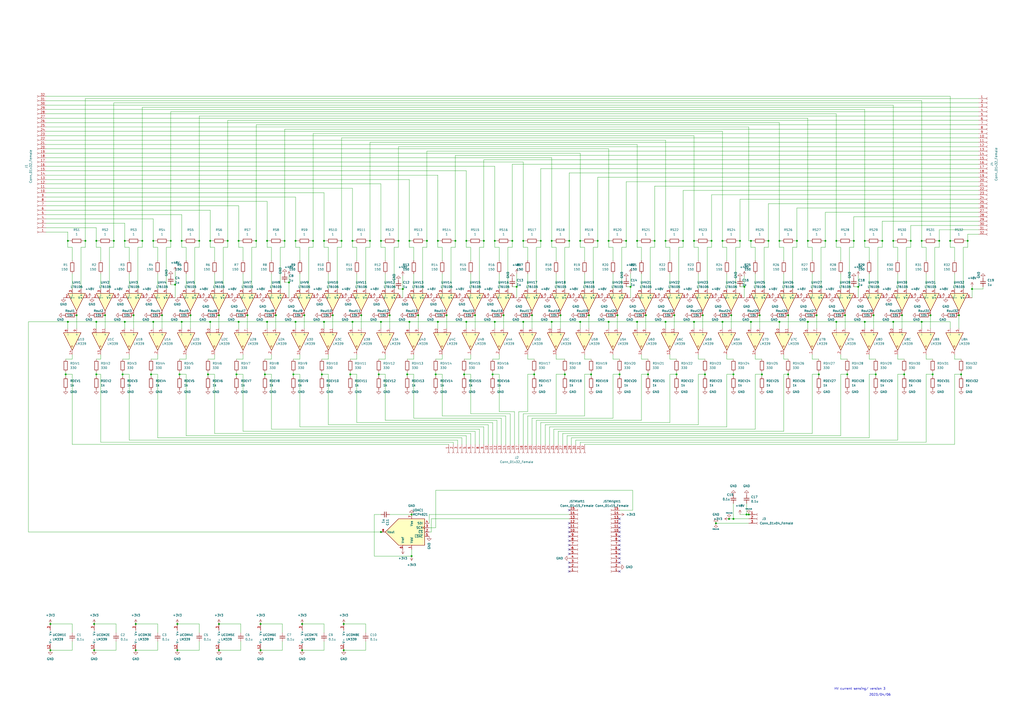
<source format=kicad_sch>
(kicad_sch (version 20211123) (generator eeschema)
  (paper "A2")
  (junction (at 563.88 167.64))
  (junction (at 391.16 182.88))
  (junction (at 71.12 217.17))
  (junction (at 495.3 139.7))
  (junction (at 528.32 139.7))
  (junction (at 501.65 186.69))
  (junction (at 524.51 217.17))
  (junction (at 252.73 217.17))
  (junction (at 198.12 139.7))
  (junction (at 236.22 217.17))
  (junction (at 407.67 182.88))
  (junction (at 110.49 182.88))
  (junction (at 143.51 182.88))
  (junction (at 204.47 139.7))
  (junction (at 55.88 139.7))
  (junction (at 29.21 377.19))
  (junction (at 303.53 139.7))
  (junction (at 219.71 217.17))
  (junction (at 392.43 217.17))
  (junction (at 88.9 139.7))
  (junction (at 137.16 217.17))
  (junction (at 153.67 217.17))
  (junction (at 511.81 139.7))
  (junction (at 402.59 186.69))
  (junction (at 29.21 361.95))
  (junction (at 353.06 186.69))
  (junction (at 541.02 217.17))
  (junction (at 160.02 182.88))
  (junction (at 431.8 166.37))
  (junction (at 359.41 217.17))
  (junction (at 518.16 186.69))
  (junction (at 440.69 182.88))
  (junction (at 320.04 186.69))
  (junction (at 226.06 182.88))
  (junction (at 238.76 322.58))
  (junction (at 330.2 139.7))
  (junction (at 220.98 308.61))
  (junction (at 127 361.95))
  (junction (at 485.14 139.7))
  (junction (at 254 139.7))
  (junction (at 433.07 298.45))
  (junction (at 55.88 186.69))
  (junction (at 419.1 186.69))
  (junction (at 468.63 186.69))
  (junction (at 434.34 298.45))
  (junction (at 270.51 139.7))
  (junction (at 102.87 361.95))
  (junction (at 175.26 377.19))
  (junction (at 285.75 217.17))
  (junction (at 132.08 139.7))
  (junction (at 186.69 217.17))
  (junction (at 101.6 165.1))
  (junction (at 214.63 139.7))
  (junction (at 127 182.88))
  (junction (at 148.59 139.7))
  (junction (at 561.34 139.7))
  (junction (at 66.04 139.7))
  (junction (at 220.98 139.7))
  (junction (at 297.18 139.7))
  (junction (at 518.16 139.7))
  (junction (at 72.39 139.7))
  (junction (at 346.71 139.7))
  (junction (at 452.12 139.7))
  (junction (at 171.45 186.69))
  (junction (at 435.61 186.69))
  (junction (at 341.63 182.88))
  (junction (at 242.57 182.88))
  (junction (at 551.18 139.7))
  (junction (at 501.65 139.7))
  (junction (at 280.67 139.7))
  (junction (at 497.84 166.37))
  (junction (at 209.55 182.88))
  (junction (at 127 377.19))
  (junction (at 557.53 217.17))
  (junction (at 474.98 217.17))
  (junction (at 171.45 139.7))
  (junction (at 151.13 361.95))
  (junction (at 336.55 139.7))
  (junction (at 342.9 217.17))
  (junction (at 138.43 139.7))
  (junction (at 369.57 186.69))
  (junction (at 275.59 182.88))
  (junction (at 49.53 139.7))
  (junction (at 55.88 217.17))
  (junction (at 187.96 186.69))
  (junction (at 115.57 139.7))
  (junction (at 105.41 139.7))
  (junction (at 441.96 217.17))
  (junction (at 78.74 377.19))
  (junction (at 425.45 217.17))
  (junction (at 457.2 182.88))
  (junction (at 176.53 182.88))
  (junction (at 386.08 139.7))
  (junction (at 435.61 139.7))
  (junction (at 429.26 139.7))
  (junction (at 375.92 217.17))
  (junction (at 408.94 217.17))
  (junction (at 175.26 361.95))
  (junction (at 445.77 139.7))
  (junction (at 44.45 182.88))
  (junction (at 154.94 186.69))
  (junction (at 358.14 182.88))
  (junction (at 247.65 139.7))
  (junction (at 415.29 303.53))
  (junction (at 457.2 217.17))
  (junction (at 491.49 217.17))
  (junction (at 363.22 139.7))
  (junction (at 39.37 139.7))
  (junction (at 38.1 217.17))
  (junction (at 151.13 377.19))
  (junction (at 54.61 361.95))
  (junction (at 506.73 182.88))
  (junction (at 181.61 139.7))
  (junction (at 60.96 182.88))
  (junction (at 220.98 186.69))
  (junction (at 425.45 300.99))
  (junction (at 231.14 139.7))
  (junction (at 308.61 182.88))
  (junction (at 303.53 186.69))
  (junction (at 270.51 186.69))
  (junction (at 121.92 186.69))
  (junction (at 269.24 217.17))
  (junction (at 72.39 186.69))
  (junction (at 237.49 186.69))
  (junction (at 292.1 182.88))
  (junction (at 309.88 217.17))
  (junction (at 39.37 186.69))
  (junction (at 490.22 182.88))
  (junction (at 167.64 163.83))
  (junction (at 539.75 182.88))
  (junction (at 369.57 139.7))
  (junction (at 120.65 217.17))
  (junction (at 336.55 186.69))
  (junction (at 534.67 186.69))
  (junction (at 473.71 182.88))
  (junction (at 299.72 166.37))
  (junction (at 452.12 186.69))
  (junction (at 199.39 377.19))
  (junction (at 468.63 139.7))
  (junction (at 105.41 186.69))
  (junction (at 320.04 139.7))
  (junction (at 419.1 139.7))
  (junction (at 523.24 182.88))
  (junction (at 386.08 186.69))
  (junction (at 204.47 186.69))
  (junction (at 77.47 182.88))
  (junction (at 478.79 139.7))
  (junction (at 327.66 217.17))
  (junction (at 237.49 139.7))
  (junction (at 259.08 182.88))
  (junction (at 353.06 139.7))
  (junction (at 154.94 139.7))
  (junction (at 412.75 139.7))
  (junction (at 424.18 182.88))
  (junction (at 534.67 139.7))
  (junction (at 365.76 166.37))
  (junction (at 374.65 182.88))
  (junction (at 402.59 139.7))
  (junction (at 88.9 186.69))
  (junction (at 99.06 139.7))
  (junction (at 379.73 139.7))
  (junction (at 193.04 182.88))
  (junction (at 238.76 298.45))
  (junction (at 54.61 377.19))
  (junction (at 82.55 139.7))
  (junction (at 87.63 217.17))
  (junction (at 264.16 139.7))
  (junction (at 104.14 217.17))
  (junction (at 93.98 182.88))
  (junction (at 325.12 182.88))
  (junction (at 165.1 139.7))
  (junction (at 187.96 139.7))
  (junction (at 254 186.69))
  (junction (at 78.74 361.95))
  (junction (at 508 217.17))
  (junction (at 287.02 186.69))
  (junction (at 422.91 300.99))
  (junction (at 138.43 186.69))
  (junction (at 170.18 217.17))
  (junction (at 485.14 186.69))
  (junction (at 199.39 361.95))
  (junction (at 203.2 217.17))
  (junction (at 287.02 139.7))
  (junction (at 544.83 139.7))
  (junction (at 121.92 139.7))
  (junction (at 313.69 139.7))
  (junction (at 396.24 139.7))
  (junction (at 556.26 182.88))
  (junction (at 102.87 377.19))
  (junction (at 233.68 167.64))
  (junction (at 462.28 139.7))
  (no_connect (at 359.41 323.85))
  (no_connect (at 330.2 321.31))
  (no_connect (at 359.41 326.39))
  (no_connect (at 359.41 331.47))
  (no_connect (at 330.2 318.77))
  (no_connect (at 330.2 313.69))
  (no_connect (at 359.41 321.31))
  (no_connect (at 330.2 316.23))
  (no_connect (at 330.2 311.15))
  (no_connect (at 330.2 326.39))
  (no_connect (at 359.41 316.23))
  (no_connect (at 359.41 313.69))
  (no_connect (at 330.2 306.07))
  (no_connect (at 359.41 306.07))
  (no_connect (at 330.2 295.91))
  (no_connect (at 359.41 311.15))
  (no_connect (at 359.41 318.77))
  (no_connect (at 330.2 303.53))
  (no_connect (at 330.2 328.93))
  (no_connect (at 330.2 331.47))
  (no_connect (at 359.41 303.53))
  (no_connect (at 330.2 308.61))
  (no_connect (at 359.41 308.61))
  (no_connect (at 359.41 300.99))
  (wire (pts (xy 273.05 158.75) (xy 273.05 167.64)))
  (wire (pts (xy 181.61 139.7) (xy 181.61 143.51)))
  (wire (pts (xy 114.3 139.7) (xy 115.57 139.7)))
  (wire (pts (xy 359.41 217.17) (xy 359.41 218.44)))
  (wire (pts (xy 74.93 255.27) (xy 265.43 255.27)))
  (wire (pts (xy 190.5 143.51) (xy 190.5 151.13)))
  (wire (pts (xy 386.08 186.69) (xy 402.59 186.69)))
  (wire (pts (xy 438.15 217.17) (xy 441.96 217.17)))
  (wire (pts (xy 429.26 139.7) (xy 429.26 143.51)))
  (wire (pts (xy 240.03 208.28) (xy 236.22 208.28)))
  (wire (pts (xy 355.6 143.51) (xy 355.6 151.13)))
  (wire (pts (xy 181.61 139.7) (xy 181.61 77.47)))
  (wire (pts (xy 41.91 377.19) (xy 29.21 377.19)))
  (wire (pts (xy 433.07 298.45) (xy 434.34 298.45)))
  (wire (pts (xy 67.31 372.11) (xy 67.31 377.19)))
  (wire (pts (xy 105.41 139.7) (xy 106.68 139.7)))
  (wire (pts (xy 419.1 139.7) (xy 419.1 143.51)))
  (wire (pts (xy 140.97 143.51) (xy 140.97 151.13)))
  (wire (pts (xy 82.55 62.23) (xy 82.55 139.7)))
  (wire (pts (xy 553.72 257.81) (xy 339.09 257.81)))
  (wire (pts (xy 270.51 139.7) (xy 271.78 139.7)))
  (wire (pts (xy 220.98 190.5) (xy 220.98 186.69)))
  (wire (pts (xy 504.19 217.17) (xy 508 217.17)))
  (wire (pts (xy 247.65 139.7) (xy 247.65 87.63)))
  (wire (pts (xy 212.09 372.11) (xy 212.09 377.19)))
  (wire (pts (xy 539.75 182.88) (xy 539.75 190.5)))
  (wire (pts (xy 379.73 139.7) (xy 379.73 143.51)))
  (wire (pts (xy 567.69 67.31) (xy 115.57 67.31)))
  (wire (pts (xy 26.67 127) (xy 88.9 127)))
  (wire (pts (xy 91.44 208.28) (xy 87.63 208.28)))
  (wire (pts (xy 358.14 182.88) (xy 358.14 190.5)))
  (wire (pts (xy 537.21 256.54) (xy 336.55 256.54)))
  (wire (pts (xy 452.12 71.12) (xy 26.67 71.12)))
  (wire (pts (xy 207.01 205.74) (xy 207.01 208.28)))
  (wire (pts (xy 231.14 167.64) (xy 233.68 167.64)))
  (wire (pts (xy 405.13 246.38) (xy 316.23 246.38)))
  (wire (pts (xy 322.58 158.75) (xy 322.58 167.64)))
  (wire (pts (xy 26.67 106.68) (xy 220.98 106.68)))
  (wire (pts (xy 74.93 158.75) (xy 74.93 167.64)))
  (wire (pts (xy 91.44 158.75) (xy 91.44 167.64)))
  (wire (pts (xy 242.57 182.88) (xy 242.57 190.5)))
  (wire (pts (xy 190.5 208.28) (xy 186.69 208.28)))
  (wire (pts (xy 209.55 182.88) (xy 209.55 190.5)))
  (wire (pts (xy 544.83 133.35) (xy 544.83 139.7)))
  (wire (pts (xy 237.49 104.14) (xy 237.49 139.7)))
  (wire (pts (xy 551.18 139.7) (xy 551.18 143.51)))
  (wire (pts (xy 264.16 139.7) (xy 264.16 143.51)))
  (wire (pts (xy 425.45 217.17) (xy 425.45 218.44)))
  (wire (pts (xy 563.88 167.64) (xy 570.23 167.64)))
  (wire (pts (xy 217.17 298.45) (xy 217.17 322.58)))
  (wire (pts (xy 339.09 208.28) (xy 342.9 208.28)))
  (wire (pts (xy 132.08 139.7) (xy 132.08 143.51)))
  (wire (pts (xy 471.17 205.74) (xy 471.17 208.28)))
  (wire (pts (xy 285.75 245.11) (xy 285.75 257.81)))
  (wire (pts (xy 41.91 208.28) (xy 41.91 205.74)))
  (wire (pts (xy 121.92 121.92) (xy 121.92 139.7)))
  (wire (pts (xy 67.31 377.19) (xy 54.61 377.19)))
  (wire (pts (xy 452.12 139.7) (xy 453.39 139.7)))
  (wire (pts (xy 553.72 143.51) (xy 553.72 151.13)))
  (wire (pts (xy 567.69 133.35) (xy 544.83 133.35)))
  (wire (pts (xy 392.43 217.17) (xy 392.43 218.44)))
  (wire (pts (xy 187.96 377.19) (xy 175.26 377.19)))
  (wire (pts (xy 99.06 139.7) (xy 99.06 64.77)))
  (wire (pts (xy 438.15 208.28) (xy 441.96 208.28)))
  (wire (pts (xy 96.52 143.51) (xy 99.06 143.51)))
  (wire (pts (xy 256.54 158.75) (xy 256.54 167.64)))
  (wire (pts (xy 138.43 186.69) (xy 138.43 190.5)))
  (wire (pts (xy 377.19 143.51) (xy 379.73 143.51)))
  (wire (pts (xy 426.72 143.51) (xy 429.26 143.51)))
  (wire (pts (xy 431.8 160.02) (xy 431.8 166.37)))
  (wire (pts (xy 445.77 139.7) (xy 445.77 143.51)))
  (wire (pts (xy 355.6 158.75) (xy 355.6 167.64)))
  (wire (pts (xy 567.69 110.49) (xy 396.24 110.49)))
  (wire (pts (xy 567.69 130.81) (xy 528.32 130.81)))
  (wire (pts (xy 80.01 143.51) (xy 82.55 143.51)))
  (wire (pts (xy 113.03 143.51) (xy 113.03 167.64)))
  (wire (pts (xy 294.64 143.51) (xy 297.18 143.51)))
  (wire (pts (xy 438.15 248.92) (xy 321.31 248.92)))
  (wire (pts (xy 132.08 69.85) (xy 132.08 139.7)))
  (wire (pts (xy 26.67 134.62) (xy 39.37 134.62)))
  (wire (pts (xy 26.67 104.14) (xy 237.49 104.14)))
  (wire (pts (xy 537.21 208.28) (xy 541.02 208.28)))
  (wire (pts (xy 207.01 143.51) (xy 204.47 143.51)))
  (wire (pts (xy 353.06 139.7) (xy 354.33 139.7)))
  (wire (pts (xy 67.31 361.95) (xy 54.61 361.95)))
  (wire (pts (xy 528.32 130.81) (xy 528.32 139.7)))
  (wire (pts (xy 504.19 158.75) (xy 504.19 167.64)))
  (wire (pts (xy 491.49 215.9) (xy 491.49 217.17)))
  (wire (pts (xy 290.83 242.57) (xy 290.83 257.81)))
  (wire (pts (xy 264.16 90.17) (xy 264.16 139.7)))
  (wire (pts (xy 38.1 217.17) (xy 38.1 218.44)))
  (wire (pts (xy 275.59 182.88) (xy 275.59 190.5)))
  (wire (pts (xy 388.62 208.28) (xy 392.43 208.28)))
  (wire (pts (xy 124.46 143.51) (xy 121.92 143.51)))
  (wire (pts (xy 140.97 143.51) (xy 138.43 143.51)))
  (wire (pts (xy 405.13 217.17) (xy 408.94 217.17)))
  (wire (pts (xy 171.45 190.5) (xy 171.45 186.69)))
  (wire (pts (xy 187.96 139.7) (xy 189.23 139.7)))
  (wire (pts (xy 231.14 85.09) (xy 231.14 139.7)))
  (wire (pts (xy 336.55 190.5) (xy 336.55 186.69)))
  (wire (pts (xy 74.93 255.27) (xy 74.93 217.17)))
  (wire (pts (xy 153.67 217.17) (xy 153.67 218.44)))
  (wire (pts (xy 518.16 139.7) (xy 518.16 60.96)))
  (wire (pts (xy 278.13 143.51) (xy 280.67 143.51)))
  (wire (pts (xy 377.19 143.51) (xy 377.19 167.64)))
  (wire (pts (xy 254 186.69) (xy 254 190.5)))
  (wire (pts (xy 360.68 143.51) (xy 360.68 167.64)))
  (wire (pts (xy 238.76 322.58) (xy 238.76 318.77)))
  (wire (pts (xy 425.45 215.9) (xy 425.45 217.17)))
  (wire (pts (xy 306.07 238.76) (xy 306.07 217.17)))
  (wire (pts (xy 226.06 298.45) (xy 238.76 298.45)))
  (wire (pts (xy 452.12 190.5) (xy 452.12 186.69)))
  (wire (pts (xy 492.76 143.51) (xy 492.76 167.64)))
  (wire (pts (xy 91.44 372.11) (xy 91.44 377.19)))
  (wire (pts (xy 392.43 215.9) (xy 392.43 217.17)))
  (wire (pts (xy 295.91 139.7) (xy 297.18 139.7)))
  (wire (pts (xy 504.19 143.51) (xy 501.65 143.51)))
  (wire (pts (xy 101.6 165.1) (xy 101.6 172.72)))
  (wire (pts (xy 41.91 372.11) (xy 41.91 377.19)))
  (wire (pts (xy 248.92 306.07) (xy 252.73 306.07)))
  (wire (pts (xy 163.83 372.11) (xy 163.83 377.19)))
  (wire (pts (xy 567.69 123.19) (xy 478.79 123.19)))
  (wire (pts (xy 495.3 125.73) (xy 495.3 139.7)))
  (wire (pts (xy 394.97 139.7) (xy 396.24 139.7)))
  (wire (pts (xy 471.17 143.51) (xy 471.17 151.13)))
  (wire (pts (xy 237.49 190.5) (xy 237.49 186.69)))
  (wire (pts (xy 223.52 208.28) (xy 219.71 208.28)))
  (wire (pts (xy 567.69 95.25) (xy 297.18 95.25)))
  (wire (pts (xy 261.62 143.51) (xy 264.16 143.51)))
  (wire (pts (xy 506.73 182.88) (xy 506.73 190.5)))
  (wire (pts (xy 510.54 139.7) (xy 511.81 139.7)))
  (wire (pts (xy 107.95 208.28) (xy 104.14 208.28)))
  (wire (pts (xy 96.52 143.51) (xy 96.52 167.64)))
  (wire (pts (xy 492.76 143.51) (xy 495.3 143.51)))
  (wire (pts (xy 412.75 113.03) (xy 412.75 139.7)))
  (wire (pts (xy 138.43 186.69) (xy 121.92 186.69)))
  (wire (pts (xy 72.39 190.5) (xy 72.39 186.69)))
  (wire (pts (xy 478.79 123.19) (xy 478.79 139.7)))
  (wire (pts (xy 39.37 139.7) (xy 39.37 143.51)))
  (wire (pts (xy 388.62 143.51) (xy 388.62 151.13)))
  (wire (pts (xy 405.13 246.38) (xy 405.13 217.17)))
  (wire (pts (xy 303.53 240.03) (xy 303.53 257.81)))
  (wire (pts (xy 55.88 208.28) (xy 58.42 208.28)))
  (wire (pts (xy 563.88 167.64) (xy 563.88 172.72)))
  (wire (pts (xy 330.2 100.33) (xy 567.69 100.33)))
  (wire (pts (xy 190.5 217.17) (xy 186.69 217.17)))
  (wire (pts (xy 41.91 158.75) (xy 41.91 167.64)))
  (wire (pts (xy 457.2 215.9) (xy 457.2 217.17)))
  (wire (pts (xy 280.67 139.7) (xy 280.67 92.71)))
  (wire (pts (xy 143.51 182.88) (xy 143.51 190.5)))
  (wire (pts (xy 367.03 284.48) (xy 367.03 295.91)))
  (wire (pts (xy 88.9 127) (xy 88.9 139.7)))
  (wire (pts (xy 252.73 217.17) (xy 252.73 218.44)))
  (wire (pts (xy 372.11 208.28) (xy 375.92 208.28)))
  (wire (pts (xy 146.05 143.51) (xy 146.05 167.64)))
  (wire (pts (xy 285.75 217.17) (xy 285.75 218.44)))
  (wire (pts (xy 26.67 55.88) (xy 551.18 55.88)))
  (wire (pts (xy 214.63 139.7) (xy 214.63 82.55)))
  (wire (pts (xy 173.99 217.17) (xy 170.18 217.17)))
  (wire (pts (xy 504.19 254) (xy 504.19 217.17)))
  (wire (pts (xy 336.55 139.7) (xy 337.82 139.7)))
  (wire (pts (xy 58.42 217.17) (xy 55.88 217.17)))
  (wire (pts (xy 237.49 139.7) (xy 238.76 139.7)))
  (wire (pts (xy 433.07 292.1) (xy 433.07 298.45)))
  (wire (pts (xy 339.09 241.3) (xy 306.07 241.3)))
  (wire (pts (xy 454.66 250.19) (xy 454.66 217.17)))
  (wire (pts (xy 187.96 367.03) (xy 187.96 361.95)))
  (wire (pts (xy 524.51 217.17) (xy 524.51 218.44)))
  (wire (pts (xy 105.41 186.69) (xy 105.41 190.5)))
  (wire (pts (xy 454.66 205.74) (xy 454.66 208.28)))
  (wire (pts (xy 378.46 139.7) (xy 379.73 139.7)))
  (wire (pts (xy 407.67 182.88) (xy 407.67 190.5)))
  (wire (pts (xy 26.67 119.38) (xy 138.43 119.38)))
  (wire (pts (xy 250.19 300.99) (xy 330.2 300.99)))
  (wire (pts (xy 388.62 143.51) (xy 386.08 143.51)))
  (wire (pts (xy 303.53 139.7) (xy 304.8 139.7)))
  (wire (pts (xy 87.63 217.17) (xy 87.63 218.44)))
  (wire (pts (xy 306.07 143.51) (xy 306.07 151.13)))
  (wire (pts (xy 226.06 182.88) (xy 226.06 190.5)))
  (wire (pts (xy 346.71 102.87) (xy 567.69 102.87)))
  (wire (pts (xy 140.97 208.28) (xy 137.16 208.28)))
  (wire (pts (xy 322.58 240.03) (xy 303.53 240.03)))
  (wire (pts (xy 331.47 254) (xy 331.47 257.81)))
  (wire (pts (xy 518.16 186.69) (xy 534.67 186.69)))
  (wire (pts (xy 544.83 139.7) (xy 544.83 143.51)))
  (wire (pts (xy 339.09 205.74) (xy 339.09 208.28)))
  (wire (pts (xy 186.69 215.9) (xy 186.69 217.17)))
  (wire (pts (xy 355.6 217.17) (xy 359.41 217.17)))
  (wire (pts (xy 551.18 190.5) (xy 551.18 186.69)))
  (wire (pts (xy 280.67 92.71) (xy 567.69 92.71)))
  (wire (pts (xy 355.6 205.74) (xy 355.6 208.28)))
  (wire (pts (xy 541.02 215.9) (xy 541.02 217.17)))
  (wire (pts (xy 297.18 139.7) (xy 297.18 143.51)))
  (wire (pts (xy 359.41 215.9) (xy 359.41 217.17)))
  (wire (pts (xy 101.6 157.48) (xy 101.6 165.1)))
  (wire (pts (xy 154.94 139.7) (xy 156.21 139.7)))
  (wire (pts (xy 137.16 215.9) (xy 137.16 217.17)))
  (wire (pts (xy 289.56 238.76) (xy 298.45 238.76)))
  (wire (pts (xy 325.12 182.88) (xy 325.12 190.5)))
  (wire (pts (xy 107.95 158.75) (xy 107.95 167.64)))
  (wire (pts (xy 26.67 93.98) (xy 303.53 93.98)))
  (wire (pts (xy 256.54 205.74) (xy 256.54 208.28)))
  (wire (pts (xy 393.7 143.51) (xy 393.7 167.64)))
  (wire (pts (xy 551.18 55.88) (xy 551.18 139.7)))
  (wire (pts (xy 115.57 361.95) (xy 102.87 361.95)))
  (wire (pts (xy 457.2 182.88) (xy 457.2 190.5)))
  (wire (pts (xy 427.99 139.7) (xy 429.26 139.7)))
  (wire (pts (xy 180.34 139.7) (xy 181.61 139.7)))
  (wire (pts (xy 171.45 114.3) (xy 171.45 139.7)))
  (wire (pts (xy 454.66 143.51) (xy 454.66 151.13)))
  (wire (pts (xy 163.83 377.19) (xy 151.13 377.19)))
  (wire (pts (xy 320.04 190.5) (xy 320.04 186.69)))
  (wire (pts (xy 520.7 143.51) (xy 518.16 143.51)))
  (wire (pts (xy 313.69 245.11) (xy 313.69 257.81)))
  (wire (pts (xy 219.71 215.9) (xy 219.71 217.17)))
  (wire (pts (xy 372.11 217.17) (xy 375.92 217.17)))
  (wire (pts (xy 567.69 107.95) (xy 379.73 107.95)))
  (wire (pts (xy 372.11 143.51) (xy 372.11 151.13)))
  (wire (pts (xy 561.34 135.89) (xy 561.34 139.7)))
  (wire (pts (xy 363.22 139.7) (xy 363.22 143.51)))
  (wire (pts (xy 326.39 251.46) (xy 326.39 257.81)))
  (wire (pts (xy 322.58 143.51) (xy 320.04 143.51)))
  (wire (pts (xy 162.56 143.51) (xy 162.56 167.64)))
  (wire (pts (xy 388.62 245.11) (xy 313.69 245.11)))
  (wire (pts (xy 316.23 246.38) (xy 316.23 257.81)))
  (wire (pts (xy 187.96 139.7) (xy 187.96 143.51)))
  (wire (pts (xy 41.91 257.81) (xy 41.91 217.17)))
  (wire (pts (xy 294.64 143.51) (xy 294.64 167.64)))
  (wire (pts (xy 219.71 217.17) (xy 219.71 218.44)))
  (wire (pts (xy 270.51 186.69) (xy 254 186.69)))
  (wire (pts (xy 452.12 139.7) (xy 452.12 71.12)))
  (wire (pts (xy 115.57 367.03) (xy 115.57 361.95)))
  (wire (pts (xy 97.79 139.7) (xy 99.06 139.7)))
  (wire (pts (xy 283.21 246.38) (xy 283.21 257.81)))
  (wire (pts (xy 120.65 217.17) (xy 120.65 218.44)))
  (wire (pts (xy 504.19 254) (xy 331.47 254)))
  (wire (pts (xy 344.17 143.51) (xy 344.17 167.64)))
  (wire (pts (xy 39.37 134.62) (xy 39.37 139.7)))
  (wire (pts (xy 233.68 167.64) (xy 233.68 172.72)))
  (wire (pts (xy 261.62 143.51) (xy 261.62 167.64)))
  (wire (pts (xy 26.67 96.52) (xy 287.02 96.52)))
  (wire (pts (xy 270.51 252.73) (xy 270.51 257.81)))
  (wire (pts (xy 396.24 110.49) (xy 396.24 139.7)))
  (wire (pts (xy 320.04 139.7) (xy 321.31 139.7)))
  (wire (pts (xy 393.7 143.51) (xy 396.24 143.51)))
  (wire (pts (xy 311.15 243.84) (xy 311.15 257.81)))
  (wire (pts (xy 435.61 139.7) (xy 436.88 139.7)))
  (wire (pts (xy 26.67 91.44) (xy 320.04 91.44)))
  (wire (pts (xy 561.34 139.7) (xy 561.34 143.51)))
  (wire (pts (xy 207.01 217.17) (xy 203.2 217.17)))
  (wire (pts (xy 124.46 208.28) (xy 120.65 208.28)))
  (wire (pts (xy 518.16 190.5) (xy 518.16 186.69)))
  (wire (pts (xy 537.21 143.51) (xy 534.67 143.51)))
  (wire (pts (xy 179.07 143.51) (xy 181.61 143.51)))
  (wire (pts (xy 567.69 113.03) (xy 412.75 113.03)))
  (wire (pts (xy 306.07 208.28) (xy 309.88 208.28)))
  (wire (pts (xy 193.04 182.88) (xy 193.04 190.5)))
  (wire (pts (xy 388.62 245.11) (xy 388.62 217.17)))
  (wire (pts (xy 372.11 205.74) (xy 372.11 208.28)))
  (wire (pts (xy 58.42 143.51) (xy 55.88 143.51)))
  (wire (pts (xy 252.73 215.9) (xy 252.73 217.17)))
  (wire (pts (xy 339.09 241.3) (xy 339.09 217.17)))
  (wire (pts (xy 534.67 139.7) (xy 534.67 58.42)))
  (wire (pts (xy 157.48 248.92) (xy 278.13 248.92)))
  (wire (pts (xy 487.68 205.74) (xy 487.68 208.28)))
  (wire (pts (xy 365.76 166.37) (xy 365.76 172.72)))
  (wire (pts (xy 41.91 143.51) (xy 39.37 143.51)))
  (wire (pts (xy 63.5 143.51) (xy 63.5 167.64)))
  (wire (pts (xy 520.7 208.28) (xy 524.51 208.28)))
  (wire (pts (xy 55.88 186.69) (xy 72.39 186.69)))
  (wire (pts (xy 474.98 217.17) (xy 474.98 218.44)))
  (wire (pts (xy 203.2 215.9) (xy 203.2 217.17)))
  (wire (pts (xy 425.45 300.99) (xy 434.34 300.99)))
  (wire (pts (xy 471.17 158.75) (xy 471.17 167.64)))
  (wire (pts (xy 91.44 143.51) (xy 91.44 151.13)))
  (wire (pts (xy 320.04 91.44) (xy 320.04 139.7)))
  (wire (pts (xy 336.55 186.69) (xy 353.06 186.69)))
  (wire (pts (xy 459.74 143.51) (xy 462.28 143.51)))
  (wire (pts (xy 63.5 143.51) (xy 66.04 143.51)))
  (wire (pts (xy 289.56 143.51) (xy 287.02 143.51)))
  (wire (pts (xy 311.15 143.51) (xy 313.69 143.51)))
  (wire (pts (xy 473.71 182.88) (xy 473.71 190.5)))
  (wire (pts (xy 431.8 166.37) (xy 431.8 172.72)))
  (wire (pts (xy 115.57 67.31) (xy 115.57 139.7)))
  (wire (pts (xy 497.84 160.02) (xy 497.84 166.37)))
  (wire (pts (xy 157.48 208.28) (xy 153.67 208.28)))
  (wire (pts (xy 41.91 143.51) (xy 41.91 151.13)))
  (wire (pts (xy 429.26 166.37) (xy 431.8 166.37)))
  (wire (pts (xy 520.7 217.17) (xy 524.51 217.17)))
  (wire (pts (xy 240.03 143.51) (xy 240.03 151.13)))
  (wire (pts (xy 495.3 166.37) (xy 497.84 166.37)))
  (wire (pts (xy 457.2 217.17) (xy 457.2 218.44)))
  (wire (pts (xy 220.98 186.69) (xy 204.47 186.69)))
  (wire (pts (xy 468.63 186.69) (xy 485.14 186.69)))
  (wire (pts (xy 345.44 139.7) (xy 346.71 139.7)))
  (wire (pts (xy 553.72 205.74) (xy 553.72 208.28)))
  (wire (pts (xy 355.6 242.57) (xy 355.6 217.17)))
  (wire (pts (xy 187.96 111.76) (xy 187.96 139.7)))
  (wire (pts (xy 435.61 139.7) (xy 435.61 143.51)))
  (wire (pts (xy 217.17 322.58) (xy 238.76 322.58)))
  (wire (pts (xy 187.96 372.11) (xy 187.96 377.19)))
  (wire (pts (xy 58.42 256.54) (xy 262.89 256.54)))
  (wire (pts (xy 273.05 240.03) (xy 273.05 217.17)))
  (wire (pts (xy 139.7 361.95) (xy 127 361.95)))
  (wire (pts (xy 379.73 107.95) (xy 379.73 139.7)))
  (wire (pts (xy 462.28 120.65) (xy 462.28 139.7)))
  (wire (pts (xy 542.29 143.51) (xy 544.83 143.51)))
  (wire (pts (xy 259.08 182.88) (xy 259.08 190.5)))
  (wire (pts (xy 121.92 186.69) (xy 121.92 190.5)))
  (wire (pts (xy 49.53 57.15) (xy 49.53 139.7)))
  (wire (pts (xy 289.56 208.28) (xy 285.75 208.28)))
  (wire (pts (xy 262.89 256.54) (xy 262.89 257.81)))
  (wire (pts (xy 41.91 361.95) (xy 29.21 361.95)))
  (wire (pts (xy 26.67 88.9) (xy 336.55 88.9)))
  (wire (pts (xy 173.99 143.51) (xy 171.45 143.51)))
  (wire (pts (xy 402.59 139.7) (xy 403.86 139.7)))
  (wire (pts (xy 256.54 208.28) (xy 252.73 208.28)))
  (wire (pts (xy 214.63 82.55) (xy 567.69 82.55)))
  (wire (pts (xy 252.73 284.48) (xy 367.03 284.48)))
  (wire (pts (xy 41.91 217.17) (xy 38.1 217.17)))
  (wire (pts (xy 504.19 143.51) (xy 504.19 151.13)))
  (wire (pts (xy 157.48 217.17) (xy 153.67 217.17)))
  (wire (pts (xy 107.95 252.73) (xy 270.51 252.73)))
  (wire (pts (xy 139.7 367.03) (xy 139.7 361.95)))
  (wire (pts (xy 405.13 143.51) (xy 402.59 143.51)))
  (wire (pts (xy 275.59 250.19) (xy 275.59 257.81)))
  (wire (pts (xy 360.68 143.51) (xy 363.22 143.51)))
  (wire (pts (xy 140.97 217.17) (xy 137.16 217.17)))
  (wire (pts (xy 501.65 63.5) (xy 26.67 63.5)))
  (wire (pts (xy 204.47 190.5) (xy 204.47 186.69)))
  (wire (pts (xy 443.23 143.51) (xy 445.77 143.51)))
  (wire (pts (xy 292.1 182.88) (xy 292.1 190.5)))
  (wire (pts (xy 60.96 182.88) (xy 60.96 190.5)))
  (wire (pts (xy 434.34 139.7) (xy 435.61 139.7)))
  (wire (pts (xy 468.63 190.5) (xy 468.63 186.69)))
  (wire (pts (xy 509.27 143.51) (xy 511.81 143.51)))
  (wire (pts (xy 567.69 135.89) (xy 561.34 135.89)))
  (wire (pts (xy 309.88 215.9) (xy 309.88 217.17)))
  (wire (pts (xy 154.94 186.69) (xy 138.43 186.69)))
  (wire (pts (xy 419.1 186.69) (xy 435.61 186.69)))
  (wire (pts (xy 298.45 238.76) (xy 298.45 257.81)))
  (wire (pts (xy 237.49 186.69) (xy 220.98 186.69)))
  (wire (pts (xy 129.54 143.51) (xy 129.54 167.64)))
  (wire (pts (xy 342.9 215.9) (xy 342.9 217.17)))
  (wire (pts (xy 223.52 243.84) (xy 288.29 243.84)))
  (wire (pts (xy 207.01 245.11) (xy 207.01 217.17)))
  (wire (pts (xy 421.64 143.51) (xy 419.1 143.51)))
  (wire (pts (xy 212.09 143.51) (xy 214.63 143.51)))
  (wire (pts (xy 443.23 143.51) (xy 443.23 167.64)))
  (wire (pts (xy 124.46 205.74) (xy 124.46 208.28)))
  (wire (pts (xy 66.04 59.69) (xy 567.69 59.69)))
  (wire (pts (xy 567.69 57.15) (xy 49.53 57.15)))
  (wire (pts (xy 245.11 143.51) (xy 247.65 143.51)))
  (wire (pts (xy 405.13 205.74) (xy 405.13 208.28)))
  (wire (pts (xy 328.93 139.7) (xy 330.2 139.7)))
  (wire (pts (xy 438.15 143.51) (xy 438.15 151.13)))
  (wire (pts (xy 55.88 139.7) (xy 55.88 143.51)))
  (wire (pts (xy 330.2 139.7) (xy 330.2 100.33)))
  (wire (pts (xy 139.7 372.11) (xy 139.7 377.19)))
  (wire (pts (xy 346.71 139.7) (xy 346.71 143.51)))
  (wire (pts (xy 501.65 139.7) (xy 501.65 143.51)))
  (wire (pts (xy 99.06 139.7) (xy 99.06 143.51)))
  (wire (pts (xy 273.05 208.28) (xy 269.24 208.28)))
  (wire (pts (xy 369.57 139.7) (xy 370.84 139.7)))
  (wire (pts (xy 429.26 298.45) (xy 433.07 298.45)))
  (wire (pts (xy 336.55 139.7) (xy 336.55 143.51)))
  (wire (pts (xy 320.04 139.7) (xy 320.04 143.51)))
  (wire (pts (xy 313.69 97.79) (xy 567.69 97.79)))
  (wire (pts (xy 318.77 247.65) (xy 318.77 257.81)))
  (wire (pts (xy 365.76 158.75) (xy 365.76 166.37)))
  (wire (pts (xy 306.07 238.76) (xy 300.99 238.76)))
  (wire (pts (xy 537.21 256.54) (xy 537.21 217.17)))
  (wire (pts (xy 181.61 77.47) (xy 567.69 77.47)))
  (wire (pts (xy 163.83 367.03) (xy 163.83 361.95)))
  (wire (pts (xy 273.05 217.17) (xy 269.24 217.17)))
  (wire (pts (xy 140.97 158.75) (xy 140.97 167.64)))
  (wire (pts (xy 426.72 143.51) (xy 426.72 167.64)))
  (wire (pts (xy 454.66 250.19) (xy 323.85 250.19)))
  (wire (pts (xy 247.65 87.63) (xy 567.69 87.63)))
  (wire (pts (xy 278.13 248.92) (xy 278.13 257.81)))
  (wire (pts (xy 49.53 139.7) (xy 49.53 143.51)))
  (wire (pts (xy 273.05 251.46) (xy 273.05 257.81)))
  (wire (pts (xy 120.65 215.9) (xy 120.65 217.17)))
  (wire (pts (xy 471.17 208.28) (xy 474.98 208.28)))
  (wire (pts (xy 567.69 125.73) (xy 495.3 125.73)))
  (wire (pts (xy 518.16 60.96) (xy 26.67 60.96)))
  (wire (pts (xy 190.5 246.38) (xy 190.5 217.17)))
  (wire (pts (xy 534.67 186.69) (xy 551.18 186.69)))
  (wire (pts (xy 421.64 247.65) (xy 421.64 217.17)))
  (wire (pts (xy 312.42 139.7) (xy 313.69 139.7)))
  (wire (pts (xy 520.7 158.75) (xy 520.7 167.64)))
  (wire (pts (xy 26.67 101.6) (xy 254 101.6)))
  (wire (pts (xy 273.05 205.74) (xy 273.05 208.28)))
  (wire (pts (xy 26.67 114.3) (xy 171.45 114.3)))
  (wire (pts (xy 444.5 139.7) (xy 445.77 139.7)))
  (wire (pts (xy 121.92 139.7) (xy 123.19 139.7)))
  (wire (pts (xy 170.18 217.17) (xy 170.18 218.44)))
  (wire (pts (xy 289.56 143.51) (xy 289.56 151.13)))
  (wire (pts (xy 537.21 205.74) (xy 537.21 208.28)))
  (wire (pts (xy 386.08 139.7) (xy 386.08 143.51)))
  (wire (pts (xy 254 101.6) (xy 254 139.7)))
  (wire (pts (xy 471.17 251.46) (xy 471.17 217.17)))
  (wire (pts (xy 157.48 205.74) (xy 157.48 208.28)))
  (wire (pts (xy 138.43 139.7) (xy 139.7 139.7)))
  (wire (pts (xy 154.94 139.7) (xy 154.94 143.51)))
  (wire (pts (xy 374.65 182.88) (xy 374.65 190.5)))
  (wire (pts (xy 91.44 367.03) (xy 91.44 361.95)))
  (wire (pts (xy 306.07 241.3) (xy 306.07 257.81)))
  (wire (pts (xy 386.08 139.7) (xy 387.35 139.7)))
  (wire (pts (xy 537.21 217.17) (xy 541.02 217.17)))
  (wire (pts (xy 140.97 205.74) (xy 140.97 208.28)))
  (wire (pts (xy 203.2 217.17) (xy 203.2 218.44)))
  (wire (pts (xy 534.67 190.5) (xy 534.67 186.69)))
  (wire (pts (xy 121.92 186.69) (xy 105.41 186.69)))
  (wire (pts (xy 300.99 238.76) (xy 300.99 257.81)))
  (wire (pts (xy 487.68 252.73) (xy 328.93 252.73)))
  (wire (pts (xy 87.63 215.9) (xy 87.63 217.17)))
  (wire (pts (xy 402.59 78.74) (xy 402.59 139.7)))
  (wire (pts (xy 471.17 251.46) (xy 326.39 251.46)))
  (wire (pts (xy 468.63 139.7) (xy 468.63 68.58)))
  (wire (pts (xy 553.72 217.17) (xy 557.53 217.17)))
  (wire (pts (xy 228.6 143.51) (xy 231.14 143.51)))
  (wire (pts (xy 248.92 308.61) (xy 250.19 308.61)))
  (wire (pts (xy 563.88 166.37) (xy 563.88 167.64)))
  (wire (pts (xy 320.04 186.69) (xy 303.53 186.69)))
  (wire (pts (xy 254 139.7) (xy 254 143.51)))
  (wire (pts (xy 372.11 143.51) (xy 369.57 143.51)))
  (wire (pts (xy 336.55 256.54) (xy 336.55 257.81)))
  (wire (pts (xy 508 215.9) (xy 508 217.17)))
  (wire (pts (xy 16.51 186.69) (xy 39.37 186.69)))
  (wire (pts (xy 375.92 217.17) (xy 375.92 218.44)))
  (wire (pts (xy 72.39 139.7) (xy 73.66 139.7)))
  (wire (pts (xy 207.01 208.28) (xy 203.2 208.28)))
  (wire (pts (xy 386.08 81.28) (xy 386.08 139.7)))
  (wire (pts (xy 452.12 139.7) (xy 452.12 143.51)))
  (wire (pts (xy 167.64 160.02) (xy 167.64 163.83)))
  (wire (pts (xy 520.7 143.51) (xy 520.7 151.13)))
  (wire (pts (xy 91.44 377.19) (xy 78.74 377.19)))
  (wire (pts (xy 107.95 143.51) (xy 107.95 151.13)))
  (wire (pts (xy 173.99 208.28) (xy 170.18 208.28)))
  (wire (pts (xy 543.56 139.7) (xy 544.83 139.7)))
  (wire (pts (xy 26.67 111.76) (xy 187.96 111.76)))
  (wire (pts (xy 124.46 143.51) (xy 124.46 151.13)))
  (wire (pts (xy 471.17 143.51) (xy 468.63 143.51)))
  (wire (pts (xy 405.13 143.51) (xy 405.13 151.13)))
  (wire (pts (xy 237.49 139.7) (xy 237.49 143.51)))
  (wire (pts (xy 534.67 58.42) (xy 26.67 58.42)))
  (wire (pts (xy 173.99 158.75) (xy 173.99 167.64)))
  (wire (pts (xy 207.01 158.75) (xy 207.01 167.64)))
  (wire (pts (xy 187.96 190.5) (xy 187.96 186.69)))
  (wire (pts (xy 66.04 59.69) (xy 66.04 139.7)))
  (wire (pts (xy 46.99 143.51) (xy 46.99 167.64)))
  (wire (pts (xy 223.52 143.51) (xy 220.98 143.51)))
  (wire (pts (xy 196.85 139.7) (xy 198.12 139.7)))
  (wire (pts (xy 107.95 205.74) (xy 107.95 208.28)))
  (wire (pts (xy 41.91 367.03) (xy 41.91 361.95)))
  (wire (pts (xy 223.52 205.74) (xy 223.52 208.28)))
  (wire (pts (xy 287.02 139.7) (xy 287.02 143.51)))
  (wire (pts (xy 173.99 143.51) (xy 173.99 151.13)))
  (wire (pts (xy 254 139.7) (xy 255.27 139.7)))
  (wire (pts (xy 341.63 182.88) (xy 341.63 190.5)))
  (wire (pts (xy 207.01 245.11) (xy 285.75 245.11)))
  (wire (pts (xy 139.7 377.19) (xy 127 377.19)))
  (wire (pts (xy 334.01 255.27) (xy 334.01 257.81)))
  (wire (pts (xy 154.94 116.84) (xy 154.94 139.7)))
  (wire (pts (xy 287.02 139.7) (xy 288.29 139.7)))
  (wire (pts (xy 252.73 306.07) (xy 252.73 284.48)))
  (wire (pts (xy 434.34 73.66) (xy 434.34 139.7)))
  (wire (pts (xy 26.67 116.84) (xy 154.94 116.84)))
  (wire (pts (xy 441.96 217.17) (xy 441.96 218.44)))
  (wire (pts (xy 214.63 139.7) (xy 214.63 143.51)))
  (wire (pts (xy 491.49 217.17) (xy 491.49 218.44)))
  (wire (pts (xy 497.84 166.37) (xy 497.84 172.72)))
  (wire (pts (xy 511.81 139.7) (xy 511.81 143.51)))
  (wire (pts (xy 121.92 139.7) (xy 121.92 143.51)))
  (wire (pts (xy 485.14 190.5) (xy 485.14 186.69)))
  (wire (pts (xy 504.19 208.28) (xy 508 208.28)))
  (wire (pts (xy 435.61 190.5) (xy 435.61 186.69)))
  (wire (pts (xy 369.57 83.82) (xy 369.57 139.7)))
  (wire (pts (xy 273.05 143.51) (xy 273.05 151.13)))
  (wire (pts (xy 187.96 186.69) (xy 204.47 186.69)))
  (wire (pts (xy 223.52 217.17) (xy 219.71 217.17)))
  (wire (pts (xy 55.88 217.17) (xy 55.88 218.44)))
  (wire (pts (xy 280.67 139.7) (xy 280.67 143.51)))
  (wire (pts (xy 520.7 255.27) (xy 520.7 217.17)))
  (wire (pts (xy 55.88 132.08) (xy 55.88 139.7)))
  (wire (pts (xy 419.1 76.2) (xy 26.67 76.2)))
  (wire (pts (xy 567.69 90.17) (xy 264.16 90.17)))
  (wire (pts (xy 438.15 143.51) (xy 435.61 143.51)))
  (wire (pts (xy 355.6 242.57) (xy 308.61 242.57)))
  (wire (pts (xy 344.17 143.51) (xy 346.71 143.51)))
  (wire (pts (xy 567.69 105.41) (xy 363.22 105.41)))
  (wire (pts (xy 228.6 143.51) (xy 228.6 167.64)))
  (wire (pts (xy 223.52 158.75) (xy 223.52 167.64)))
  (wire (pts (xy 220.98 106.68) (xy 220.98 139.7)))
  (wire (pts (xy 504.19 205.74) (xy 504.19 208.28)))
  (wire (pts (xy 421.64 247.65) (xy 318.77 247.65)))
  (wire (pts (xy 165.1 163.83) (xy 167.64 163.83)))
  (wire (pts (xy 520.7 255.27) (xy 334.01 255.27)))
  (wire (pts (xy 299.72 158.75) (xy 299.72 166.37)))
  (wire (pts (xy 297.18 166.37) (xy 299.72 166.37)))
  (wire (pts (xy 99.06 64.77) (xy 567.69 64.77)))
  (wire (pts (xy 322.58 143.51) (xy 322.58 151.13)))
  (wire (pts (xy 435.61 186.69) (xy 452.12 186.69)))
  (wire (pts (xy 372.11 243.84) (xy 311.15 243.84)))
  (wire (pts (xy 16.51 308.61) (xy 220.98 308.61)))
  (wire (pts (xy 353.06 86.36) (xy 353.06 139.7)))
  (wire (pts (xy 55.88 139.7) (xy 57.15 139.7)))
  (wire (pts (xy 454.66 143.51) (xy 452.12 143.51)))
  (wire (pts (xy 265.43 255.27) (xy 265.43 257.81)))
  (wire (pts (xy 523.24 182.88) (xy 523.24 190.5)))
  (wire (pts (xy 71.12 215.9) (xy 71.12 217.17)))
  (wire (pts (xy 551.18 139.7) (xy 552.45 139.7)))
  (wire (pts (xy 278.13 143.51) (xy 278.13 167.64)))
  (wire (pts (xy 537.21 143.51) (xy 537.21 151.13)))
  (wire (pts (xy 411.48 139.7) (xy 412.75 139.7)))
  (wire (pts (xy 82.55 143.51) (xy 82.55 139.7)))
  (wire (pts (xy 124.46 251.46) (xy 273.05 251.46)))
  (wire (pts (xy 556.26 182.88) (xy 556.26 190.5)))
  (wire (pts (xy 558.8 143.51) (xy 558.8 167.64)))
  (wire (pts (xy 146.05 143.51) (xy 148.59 143.51)))
  (wire (pts (xy 508 217.17) (xy 508 218.44)))
  (wire (pts (xy 236.22 215.9) (xy 236.22 217.17)))
  (wire (pts (xy 306.07 205.74) (xy 306.07 208.28)))
  (wire (pts (xy 422.91 300.99) (xy 425.45 300.99)))
  (wire (pts (xy 313.69 139.7) (xy 313.69 143.51)))
  (wire (pts (xy 204.47 139.7) (xy 205.74 139.7)))
  (wire (pts (xy 240.03 217.17) (xy 236.22 217.17)))
  (wire (pts (xy 303.53 139.7) (xy 303.53 143.51)))
  (wire (pts (xy 147.32 139.7) (xy 148.59 139.7)))
  (wire (pts (xy 245.11 143.51) (xy 245.11 167.64)))
  (wire (pts (xy 388.62 217.17) (xy 392.43 217.17)))
  (wire (pts (xy 288.29 243.84) (xy 288.29 257.81)))
  (wire (pts (xy 269.24 217.17) (xy 269.24 218.44)))
  (wire (pts (xy 74.93 143.51) (xy 72.39 143.51)))
  (wire (pts (xy 421.64 208.28) (xy 425.45 208.28)))
  (wire (pts (xy 176.53 182.88) (xy 176.53 190.5)))
  (wire (pts (xy 429.26 115.57) (xy 429.26 139.7)))
  (wire (pts (xy 567.69 69.85) (xy 132.08 69.85)))
  (wire (pts (xy 190.5 143.51) (xy 187.96 143.51)))
  (wire (pts (xy 58.42 256.54) (xy 58.42 217.17)))
  (wire (pts (xy 570.23 167.64) (xy 570.23 166.37)))
  (wire (pts (xy 511.81 128.27) (xy 511.81 139.7)))
  (wire (pts (xy 247.65 139.7) (xy 247.65 143.51)))
  (wire (pts (xy 322.58 205.74) (xy 322.58 208.28)))
  (wire (pts (xy 26.67 78.74) (xy 402.59 78.74)))
  (wire (pts (xy 270.51 99.06) (xy 270.51 139.7)))
  (wire (pts (xy 157.48 158.75) (xy 157.48 167.64)))
  (wire (pts (xy 129.54 143.51) (xy 132.08 143.51)))
  (wire (pts (xy 223.52 143.51) (xy 223.52 151.13)))
  (wire (pts (xy 213.36 139.7) (xy 214.63 139.7)))
  (wire (pts (xy 115.57 139.7) (xy 115.57 143.51)))
  (wire (pts (xy 425.45 292.1) (xy 425.45 300.99)))
  (wire (pts (xy 279.4 139.7) (xy 280.67 139.7)))
  (wire (pts (xy 58.42 158.75) (xy 58.42 167.64)))
  (wire (pts (xy 55.88 215.9) (xy 55.88 217.17)))
  (wire (pts (xy 495.3 139.7) (xy 495.3 143.51)))
  (wire (pts (xy 461.01 139.7) (xy 462.28 139.7)))
  (wire (pts (xy 567.69 128.27) (xy 511.81 128.27)))
  (wire (pts (xy 26.67 132.08) (xy 55.88 132.08)))
  (wire (pts (xy 363.22 105.41) (xy 363.22 139.7)))
  (wire (pts (xy 256.54 143.51) (xy 256.54 151.13)))
  (wire (pts (xy 287.02 96.52) (xy 287.02 139.7)))
  (wire (pts (xy 157.48 143.51) (xy 157.48 151.13)))
  (wire (pts (xy 485.14 139.7) (xy 485.14 143.51)))
  (wire (pts (xy 171.45 139.7) (xy 172.72 139.7)))
  (wire (pts (xy 391.16 182.88) (xy 391.16 190.5)))
  (wire (pts (xy 195.58 143.51) (xy 198.12 143.51)))
  (wire (pts (xy 198.12 80.01) (xy 198.12 139.7)))
  (wire (pts (xy 165.1 139.7) (xy 165.1 143.51)))
  (wire (pts (xy 26.67 99.06) (xy 270.51 99.06)))
  (wire (pts (xy 173.99 205.74) (xy 173.99 208.28)))
  (wire (pts (xy 327.66 215.9) (xy 327.66 217.17)))
  (wire (pts (xy 124.46 158.75) (xy 124.46 167.64)))
  (wire (pts (xy 173.99 247.65) (xy 280.67 247.65)))
  (wire (pts (xy 369.57 186.69) (xy 386.08 186.69)))
  (wire (pts (xy 490.22 182.88) (xy 490.22 190.5)))
  (wire (pts (xy 148.59 72.39) (xy 567.69 72.39)))
  (wire (pts (xy 81.28 139.7) (xy 82.55 139.7)))
  (wire (pts (xy 170.18 215.9) (xy 170.18 217.17)))
  (wire (pts (xy 471.17 217.17) (xy 474.98 217.17)))
  (wire (pts (xy 173.99 247.65) (xy 173.99 217.17)))
  (wire (pts (xy 408.94 215.9) (xy 408.94 217.17)))
  (wire (pts (xy 270.51 190.5) (xy 270.51 186.69)))
  (wire (pts (xy 311.15 143.51) (xy 311.15 167.64)))
  (wire (pts (xy 553.72 208.28) (xy 557.53 208.28)))
  (wire (pts (xy 299.72 166.37) (xy 299.72 172.72)))
  (wire (pts (xy 39.37 186.69) (xy 55.88 186.69)))
  (wire (pts (xy 91.44 361.95) (xy 78.74 361.95)))
  (wire (pts (xy 91.44 254) (xy 91.44 217.17)))
  (wire (pts (xy 485.14 66.04) (xy 26.67 66.04)))
  (wire (pts (xy 66.04 139.7) (xy 66.04 143.51)))
  (wire (pts (xy 285.75 215.9) (xy 285.75 217.17)))
  (wire (pts (xy 339.09 158.75) (xy 339.09 167.64)))
  (wire (pts (xy 99.06 165.1) (xy 101.6 165.1)))
  (wire (pts (xy 336.55 88.9) (xy 336.55 139.7)))
  (wire (pts (xy 104.14 217.17) (xy 104.14 218.44)))
  (wire (pts (xy 372.11 243.84) (xy 372.11 217.17)))
  (wire (pts (xy 454.66 217.17) (xy 457.2 217.17)))
  (wire (pts (xy 148.59 139.7) (xy 148.59 143.51)))
  (wire (pts (xy 270.51 139.7) (xy 270.51 143.51)))
  (wire (pts (xy 233.68 160.02) (xy 233.68 167.64)))
  (wire (pts (xy 231.14 139.7) (xy 231.14 143.51)))
  (wire (pts (xy 322.58 240.03) (xy 322.58 217.17)))
  (wire (pts (xy 41.91 257.81) (xy 260.35 257.81)))
  (wire (pts (xy 26.67 129.54) (xy 72.39 129.54)))
  (wire (pts (xy 77.47 182.88) (xy 77.47 190.5)))
  (wire (pts (xy 528.32 139.7) (xy 528.32 143.51)))
  (wire (pts (xy 250.19 308.61) (xy 250.19 300.99)))
  (wire (pts (xy 415.29 303.53) (xy 434.34 303.53)))
  (wire (pts (xy 468.63 139.7) (xy 469.9 139.7)))
  (wire (pts (xy 165.1 74.93) (xy 165.1 139.7)))
  (wire (pts (xy 240.03 242.57) (xy 290.83 242.57)))
  (wire (pts (xy 204.47 109.22) (xy 204.47 139.7)))
  (wire (pts (xy 452.12 186.69) (xy 468.63 186.69)))
  (wire (pts (xy 246.38 139.7) (xy 247.65 139.7)))
  (wire (pts (xy 412.75 139.7) (xy 412.75 143.51)))
  (wire (pts (xy 339.09 217.17) (xy 342.9 217.17)))
  (wire (pts (xy 140.97 250.19) (xy 140.97 217.17)))
  (wire (pts (xy 256.54 241.3) (xy 256.54 217.17)))
  (wire (pts (xy 494.03 139.7) (xy 495.3 139.7)))
  (wire (pts (xy 367.03 295.91) (xy 359.41 295.91)))
  (wire (pts (xy 198.12 139.7) (xy 198.12 143.51)))
  (wire (pts (xy 405.13 208.28) (xy 408.94 208.28)))
  (wire (pts (xy 287.02 190.5) (xy 287.02 186.69)))
  (wire (pts (xy 323.85 250.19) (xy 323.85 257.81)))
  (wire (pts (xy 487.68 158.75) (xy 487.68 167.64)))
  (wire (pts (xy 157.48 248.92) (xy 157.48 217.17)))
  (wire (pts (xy 240.03 143.51) (xy 237.49 143.51)))
  (wire (pts (xy 527.05 139.7) (xy 528.32 139.7)))
  (wire (pts (xy 509.27 143.51) (xy 509.27 167.64)))
  (wire (pts (xy 55.88 190.5) (xy 55.88 186.69)))
  (wire (pts (xy 372.11 158.75) (xy 372.11 167.64)))
  (wire (pts (xy 280.67 247.65) (xy 280.67 257.81)))
  (wire (pts (xy 38.1 215.9) (xy 38.1 217.17)))
  (wire (pts (xy 477.52 139.7) (xy 478.79 139.7)))
  (wire (pts (xy 386.08 190.5) (xy 386.08 186.69)))
  (wire (pts (xy 476.25 143.51) (xy 478.79 143.51)))
  (wire (pts (xy 212.09 361.95) (xy 199.39 361.95)))
  (wire (pts (xy 520.7 205.74) (xy 520.7 208.28)))
  (wire (pts (xy 154.94 186.69) (xy 171.45 186.69)))
  (wire (pts (xy 336.55 186.69) (xy 320.04 186.69)))
  (wire (pts (xy 327.66 143.51) (xy 330.2 143.51)))
  (wire (pts (xy 289.56 158.75) (xy 289.56 167.64)))
  (wire (pts (xy 74.93 208.28) (xy 71.12 208.28)))
  (wire (pts (xy 105.41 124.46) (xy 105.41 139.7)))
  (wire (pts (xy 363.22 166.37) (xy 365.76 166.37)))
  (wire (pts (xy 72.39 186.69) (xy 88.9 186.69)))
  (wire (pts (xy 525.78 143.51) (xy 528.32 143.51)))
  (wire (pts (xy 419.1 139.7) (xy 420.37 139.7)))
  (wire (pts (xy 440.69 182.88) (xy 440.69 190.5)))
  (wire (pts (xy 557.53 215.9) (xy 557.53 217.17)))
  (wire (pts (xy 410.21 143.51) (xy 410.21 167.64)))
  (wire (pts (xy 424.18 182.88) (xy 424.18 190.5)))
  (wire (pts (xy 476.25 143.51) (xy 476.25 167.64)))
  (wire (pts (xy 421.64 205.74) (xy 421.64 208.28)))
  (wire (pts (xy 104.14 215.9) (xy 104.14 217.17)))
  (wire (pts (xy 297.18 95.25) (xy 297.18 139.7)))
  (wire (pts (xy 88.9 190.5) (xy 88.9 186.69)))
  (wire (pts (xy 303.53 93.98) (xy 303.53 139.7)))
  (wire (pts (xy 110.49 182.88) (xy 110.49 190.5)))
  (wire (pts (xy 67.31 367.03) (xy 67.31 361.95)))
  (wire (pts (xy 501.65 139.7) (xy 501.65 63.5)))
  (wire (pts (xy 167.64 163.83) (xy 167.64 172.72)))
  (wire (pts (xy 39.37 139.7) (xy 40.64 139.7)))
  (wire (pts (xy 16.51 186.69) (xy 16.51 308.61)))
  (wire (pts (xy 64.77 139.7) (xy 66.04 139.7)))
  (wire (pts (xy 454.66 158.75) (xy 454.66 167.64)))
  (wire (pts (xy 204.47 139.7) (xy 204.47 143.51)))
  (wire (pts (xy 369.57 139.7) (xy 369.57 143.51)))
  (wire (pts (xy 419.1 190.5) (xy 419.1 186.69)))
  (wire (pts (xy 220.98 139.7) (xy 220.98 143.51)))
  (wire (pts (xy 474.98 215.9) (xy 474.98 217.17)))
  (wire (pts (xy 74.93 205.74) (xy 74.93 208.28)))
  (wire (pts (xy 438.15 248.92) (xy 438.15 217.17)))
  (wire (pts (xy 459.74 143.51) (xy 459.74 167.64)))
  (wire (pts (xy 327.66 143.51) (xy 327.66 167.64)))
  (wire (pts (xy 355.6 143.51) (xy 353.06 143.51)))
  (wire (pts (xy 438.15 158.75) (xy 438.15 167.64)))
  (wire (pts (xy 353.06 139.7) (xy 353.06 143.51)))
  (wire (pts (xy 308.61 242.57) (xy 308.61 257.81)))
  (wire (pts (xy 220.98 298.45) (xy 217.17 298.45)))
  (wire (pts (xy 124.46 251.46) (xy 124.46 217.17)))
  (wire (pts (xy 44.45 182.88) (xy 44.45 190.5)))
  (wire (pts (xy 478.79 139.7) (xy 478.79 143.51)))
  (wire (pts (xy 88.9 186.69) (xy 105.41 186.69)))
  (wire (pts (xy 567.69 85.09) (xy 231.14 85.09)))
  (wire (pts (xy 421.64 217.17) (xy 425.45 217.17)))
  (wire (pts (xy 91.44 205.74) (xy 91.44 208.28)))
  (wire (pts (xy 306.07 217.17) (xy 309.88 217.17)))
  (wire (pts (xy 445.77 118.11) (xy 445.77 139.7)))
  (wire (pts (xy 157.48 143.51) (xy 154.94 143.51)))
  (wire (pts (xy 270.51 186.69) (xy 287.02 186.69)))
  (wire (pts (xy 353.06 190.5) (xy 353.06 186.69)))
  (wire (pts (xy 421.64 143.51) (xy 421.64 151.13)))
  (wire (pts (xy 438.15 205.74) (xy 438.15 208.28)))
  (wire (pts (xy 107.95 143.51) (xy 105.41 143.51)))
  (wire (pts (xy 534.67 139.7) (xy 534.67 143.51)))
  (wire (pts (xy 212.09 367.03) (xy 212.09 361.95)))
  (wire (pts (xy 39.37 186.69) (xy 39.37 190.5)))
  (wire (pts (xy 534.67 139.7) (xy 535.94 139.7)))
  (wire (pts (xy 163.83 361.95) (xy 151.13 361.95)))
  (wire (pts (xy 303.53 190.5) (xy 303.53 186.69)))
  (wire (pts (xy 163.83 139.7) (xy 165.1 139.7)))
  (wire (pts (xy 557.53 217.17) (xy 557.53 218.44)))
  (wire (pts (xy 248.92 303.53) (xy 248.92 298.45)))
  (wire (pts (xy 80.01 143.51) (xy 80.01 167.64)))
  (wire (pts (xy 113.03 143.51) (xy 115.57 143.51)))
  (wire (pts (xy 289.56 217.17) (xy 285.75 217.17)))
  (wire (pts (xy 107.95 217.17) (xy 104.14 217.17)))
  (wire (pts (xy 487.68 208.28) (xy 491.49 208.28)))
  (wire (pts (xy 541.02 217.17) (xy 541.02 218.44)))
  (wire (pts (xy 402.59 186.69) (xy 419.1 186.69)))
  (wire (pts (xy 26.67 83.82) (xy 369.57 83.82)))
  (wire (pts (xy 553.72 143.51) (xy 551.18 143.51)))
  (wire (pts (xy 567.69 80.01) (xy 198.12 80.01)))
  (wire (pts (xy 127 182.88) (xy 127 190.5)))
  (wire (pts (xy 567.69 118.11) (xy 445.77 118.11)))
  (wire (pts (xy 485.14 186.69) (xy 501.65 186.69)))
  (wire (pts (xy 388.62 158.75) (xy 388.62 167.64)))
  (wire (pts (xy 154.94 190.5) (xy 154.94 186.69)))
  (wire (pts (xy 212.09 377.19) (xy 199.39 377.19)))
  (wire (pts (xy 88.9 139.7) (xy 88.9 143.51)))
  (wire (pts (xy 419.1 139.7) (xy 419.1 76.2)))
  (wire (pts (xy 308.61 182.88) (xy 308.61 190.5)))
  (wire (pts (xy 402.59 139.7) (xy 402.59 143.51)))
  (wire (pts (xy 115.57 372.11) (xy 115.57 377.19)))
  (wire (pts (xy 454.66 208.28) (xy 457.2 208.28)))
  (wire (pts (xy 220.98 308.61) (xy 222.25 308.61)))
  (wire (pts (xy 91.44 217.17) (xy 87.63 217.17)))
  (wire (pts (xy 186.69 217.17) (xy 186.69 218.44)))
  (wire (pts (xy 207.01 143.51) (xy 207.01 151.13)))
  (wire (pts (xy 46.99 143.51) (xy 49.53 143.51)))
  (wire (pts (xy 441.96 215.9) (xy 441.96 217.17)))
  (wire (pts (xy 48.26 139.7) (xy 49.53 139.7)))
  (wire (pts (xy 287.02 186.69) (xy 303.53 186.69)))
  (wire (pts (xy 525.78 143.51) (xy 525.78 167.64)))
  (wire (pts (xy 339.09 143.51) (xy 339.09 151.13)))
  (wire (pts (xy 408.94 217.17) (xy 408.94 218.44)))
  (wire (pts (xy 289.56 238.76) (xy 289.56 217.17)))
  (wire (pts (xy 487.68 252.73) (xy 487.68 217.17)))
  (wire (pts (xy 240.03 205.74) (xy 240.03 208.28)))
  (wire (pts (xy 553.72 158.75) (xy 553.72 167.64)))
  (wire (pts (xy 236.22 217.17) (xy 236.22 218.44)))
  (wire (pts (xy 187.96 186.69) (xy 171.45 186.69)))
  (wire (pts (xy 153.67 215.9) (xy 153.67 217.17)))
  (wire (pts (xy 410.21 143.51) (xy 412.75 143.51)))
  (wire (pts (xy 256.54 241.3) (xy 293.37 241.3)))
  (wire (pts (xy 537.21 158.75) (xy 537.21 167.64)))
  (wire (pts (xy 105.41 139.7) (xy 105.41 143.51)))
  (wire (pts (xy 353.06 186.69) (xy 369.57 186.69)))
  (wire (pts (xy 567.69 120.65) (xy 462.28 120.65)))
  (wire (pts (xy 88.9 143.51) (xy 91.44 143.51)))
  (wire (pts (xy 273.05 240.03) (xy 295.91 240.03)))
  (wire (pts (xy 74.93 143.51) (xy 74.93 151.13)))
  (wire (pts (xy 26.67 73.66) (xy 434.34 73.66)))
  (wire (pts (xy 162.56 143.51) (xy 165.1 143.51)))
  (wire (pts (xy 396.24 139.7) (xy 396.24 143.51)))
  (wire (pts (xy 405.13 158.75) (xy 405.13 167.64)))
  (wire (pts (xy 72.39 143.51) (xy 72.39 139.7)))
  (wire (pts (xy 220.98 139.7) (xy 222.25 139.7)))
  (wire (pts (xy 256.54 217.17) (xy 252.73 217.17)))
  (wire (pts (xy 107.95 252.73) (xy 107.95 217.17)))
  (wire (pts (xy 72.39 129.54) (xy 72.39 139.7)))
  (wire (pts (xy 322.58 208.28) (xy 327.66 208.28)))
  (wire (pts (xy 88.9 139.7) (xy 90.17 139.7)))
  (wire (pts (xy 212.09 143.51) (xy 212.09 167.64)))
  (wire (pts (xy 553.72 257.81) (xy 553.72 217.17)))
  (wire (pts (xy 293.37 241.3) (xy 293.37 257.81)))
  (wire (pts (xy 309.88 217.17) (xy 309.88 218.44)))
  (wire (pts (xy 306.07 158.75) (xy 306.07 167.64)))
  (wire (pts (xy 248.92 298.45) (xy 330.2 298.45)))
  (wire (pts (xy 58.42 205.74) (xy 58.42 208.28)))
  (wire (pts (xy 313.69 139.7) (xy 313.69 97.79)))
  (wire (pts (xy 487.68 143.51) (xy 487.68 151.13)))
  (wire (pts (xy 487.68 217.17) (xy 491.49 217.17)))
  (wire (pts (xy 321.31 248.92) (xy 321.31 257.81)))
  (wire (pts (xy 26.67 121.92) (xy 121.92 121.92)))
  (wire (pts (xy 327.66 217.17) (xy 327.66 218.44)))
  (wire (pts (xy 240.03 158.75) (xy 240.03 167.64)))
  (wire (pts (xy 115.57 377.19) (xy 102.87 377.19)))
  (wire (pts (xy 240.03 242.57) (xy 240.03 217.17)))
  (wire (pts (xy 328.93 252.73) (xy 328.93 257.81)))
  (wire (pts (xy 195.58 143.51) (xy 195.58 167.64)))
  (wire (pts (xy 273.05 143.51) (xy 270.51 143.51)))
  (wire (pts (xy 518.16 139.7) (xy 519.43 139.7)))
  (wire (pts (xy 524.51 215.9) (xy 524.51 217.17)))
  (wire (pts (xy 330.2 139.7) (xy 330.2 143.51)))
  (wire (pts (xy 402.59 190.5) (xy 402.59 186.69)))
  (wire (pts (xy 223.52 243.84) (xy 223.52 217.17)))
  (wire (pts (xy 501.65 186.69) (xy 518.16 186.69)))
  (wire (pts (xy 138.43 119.38) (xy 138.43 139.7)))
  (wire (pts (xy 190.5 205.74) (xy 190.5 208.28)))
  (wire (pts (xy 369.57 190.5) (xy 369.57 186.69)))
  (wire (pts (xy 229.87 139.7) (xy 231.14 139.7)))
  (wire (pts (xy 346.71 139.7) (xy 346.71 102.87)))
  (wire (pts (xy 295.91 240.03) (xy 295.91 257.81)))
  (wire (pts (xy 26.67 109.22) (xy 204.47 109.22)))
  (wire (pts (xy 462.28 139.7) (xy 462.28 143.51)))
  (wire (pts (xy 140.97 250.19) (xy 275.59 250.19)))
  (wire (pts (xy 289.56 205.74) (xy 289.56 208.28)))
  (wire (pts (xy 74.93 217.17) (xy 71.12 217.17)))
  (wire (pts (xy 26.67 81.28) (xy 386.08 81.28)))
  (wire (pts (xy 306.07 143.51) (xy 303.53 143.51)))
  (wire (pts (xy 567.69 115.57) (xy 429.26 115.57)))
  (wire (pts (xy 26.67 86.36) (xy 353.06 86.36)))
  (wire (pts (xy 355.6 208.28) (xy 359.41 208.28)))
  (wire (pts (xy 388.62 205.74) (xy 388.62 208.28)))
  (wire (pts (xy 567.69 62.23) (xy 82.55 62.23)))
  (wire (pts (xy 160.02 182.88) (xy 160.02 190.5)))
  (wire (pts (xy 342.9 217.17) (xy 342.9 218.44)))
  (wire (pts (xy 468.63 139.7) (xy 468.63 143.51)))
  (wire (pts (xy 485.14 139.7) (xy 485.14 66.04)))
  (wire (pts (xy 256.54 143.51) (xy 254 143.51)))
  (wire (pts (xy 501.65 190.5) (xy 501.65 186.69)))
  (wire (pts (xy 267.97 254) (xy 267.97 257.81)))
  (wire (pts (xy 361.95 139.7) (xy 363.22 139.7)))
  (wire (pts (xy 137.16 217.17) (xy 137.16 218.44)))
  (wire (pts (xy 138.43 139.7) (xy 138.43 143.51)))
  (wire (pts (xy 375.92 215.9) (xy 375.92 217.17)))
  (wire (pts (xy 269.24 215.9) (xy 269.24 217.17)))
  (wire (pts (xy 130.81 139.7) (xy 132.08 139.7)))
  (wire (pts (xy 190.5 246.38) (xy 283.21 246.38)))
  (wire (pts (xy 468.63 68.58) (xy 26.67 68.58)))
  (wire (pts (xy 567.69 74.93) (xy 165.1 74.93)))
  (wire (pts (xy 26.67 124.46) (xy 105.41 124.46)))
  (wire (pts (xy 237.49 186.69) (xy 254 186.69)))
  (wire (pts (xy 487.68 143.51) (xy 485.14 143.51)))
  (wire (pts (xy 179.07 143.51) (xy 179.07 167.64)))
  (wire (pts (xy 38.1 208.28) (xy 41.91 208.28)))
  (wire (pts (xy 501.65 139.7) (xy 502.92 139.7)))
  (wire (pts (xy 58.42 143.51) (xy 58.42 151.13)))
  (wire (pts (xy 485.14 139.7) (xy 486.41 139.7)))
  (wire (pts (xy 93.98 182.88) (xy 93.98 190.5)))
  (wire (pts (xy 558.8 143.51) (xy 561.34 143.51)))
  (wire (pts (xy 518.16 139.7) (xy 518.16 143.51)))
  (wire (pts (xy 187.96 361.95) (xy 175.26 361.95)))
  (wire (pts (xy 542.29 143.51) (xy 542.29 167.64)))
  (wire (pts (xy 171.45 139.7) (xy 171.45 143.51)))
  (wire (pts (xy 322.58 217.17) (xy 327.66 217.17)))
  (wire (pts (xy 560.07 139.7) (xy 561.34 139.7)))
  (wire (pts (xy 190.5 158.75) (xy 190.5 167.64)))
  (wire (pts (xy 262.89 139.7) (xy 264.16 139.7)))
  (wire (pts (xy 421.64 158.75) (xy 421.64 167.64)))
  (wire (pts (xy 339.09 143.51) (xy 336.55 143.51)))
  (wire (pts (xy 71.12 217.17) (xy 71.12 218.44)))
  (wire (pts (xy 91.44 254) (xy 267.97 254)))
  (wire (pts (xy 124.46 217.17) (xy 120.65 217.17)))
  (wire (pts (xy 148.59 139.7) (xy 148.59 72.39)))
  (text "2023/04/06" (at 504.19 403.86 0) (effects (font (size 1.27 1.27)) (justify left bottom)))
  (text "HV current sensing/ version 3" (at 483.9336 400.3955 0) (effects (font (size 1.27 1.27)) (justify left bottom)))
  (symbol (lib_id "power:GND") (at 168.91 182.88 270) (unit 1)
    (property "Reference" "#PWR0238" (effects hide))
    (property "Value" "GND" (at 165.1 185.42 90) (effects (justify left)))
  )
  (symbol (lib_id "power:GND") (at 342.9 226.06 0) (unit 1)
    (property "Reference" "#PWR0112" (effects hide))
    (property "Value" "GND" (at 345.44 227.3299 0) (effects (justify left)))
  )
  (symbol (lib_id "power:+3V3") (at 78.74 361.95 0) (unit 1)
    (property "Reference" "#PWR0167" (effects hide))
    (property "Value" "+3V3" (at 78.74 356.87 0))
  )
  (symbol (lib_id "power:+48V") (at 332.74 172.72 0) (unit 1)
    (property "Reference" "#PWR0104" (effects hide))
    (property "Value" "+48V" (at 332.74 167.64 0))
  )
  (symbol (lib_id "Device:R") (at 38.1 212.09 180) (unit 1)
    (property "Reference" "RDIV1" (at 40.64 210.8199 0) (effects (justify right)))
    (property "Value" "330" (at 40.64 213.3599 0) (effects (justify right)))
    (property "Footprint" "Resistor_SMD:R_0805_2012Metric_Pad1.20x1.40mm_HandSolder" (effects hide))
  )
  (symbol (lib_id "power:GND") (at 359.41 328.93 90) (unit 1)
    (property "Reference" "#PWR0107" (effects hide))
    (property "Value" "GND" (at 367.03 328.93 90) (effects (justify left)))
  )
  (symbol (lib_id "Device:R") (at 137.16 222.25 180) (unit 1)
    (property "Reference" "RDEV7" (at 139.7 220.9799 0) (effects (justify right)))
    (property "Value" "1k" (at 139.7 223.5199 0) (effects (justify right)))
    (property "Footprint" "Resistor_SMD:R_0805_2012Metric_Pad1.20x1.40mm_HandSolder" (effects hide))
  )
  (symbol (lib_id "power:GND") (at 300.99 182.88 270) (unit 1)
    (property "Reference" "#PWR0148" (effects hide))
    (property "Value" "GND" (at 297.18 185.42 90) (effects (justify left)))
  )
  (symbol (lib_id "power:GND") (at 203.2 226.06 0) (unit 1)
    (property "Reference" "#PWR0236" (effects hide))
    (property "Value" "GND" (at 205.74 227.3299 0) (effects (justify left)))
  )
  (symbol (lib_id "power:GND") (at 152.4 182.88 270) (unit 1)
    (property "Reference" "#PWR0199" (effects hide))
    (property "Value" "GND" (at 148.59 185.42 90) (effects (justify left)))
  )
  (symbol (lib_id "Device:R") (at 421.64 154.94 0) (mirror x) (unit 1)
    (property "Reference" "R24" (at 419.1 153.6699 0) (effects (justify right)))
    (property "Value" "150" (at 419.1 156.2099 0) (effects (justify right)))
    (property "Footprint" "Resistor_SMD:R_0805_2012Metric_Pad1.20x1.40mm_HandSolder" (effects hide))
  )
  (symbol (lib_id "Amplifier_Current:LT6106") (at 44.45 175.26 270) (unit 1)
    (property "Reference" "UHV1" (at 44.45 163.83 90))
    (property "Value" "LT6106" (at 44.45 166.37 90))
    (property "Footprint" "Package_TO_SOT_SMD:SOT-23-5_HandSoldering" (effects hide))
    (property "Datasheet" "https://www.analog.com/media/en/technical-documentation/data-sheets/6106fb.pdf" (effects hide))
  )
  (symbol (lib_id "Comparator:LM339") (at 41.91 198.12 270) (unit 4)
    (property "Reference" "U1" (at 46.99 196.85 90))
    (property "Value" "LM339" (at 46.99 199.39 90))
    (property "Footprint" "Package_SO:TSSOP-14_4.4x5mm_P0.65mm" (effects hide))
    (property "Datasheet" "https://www.st.com/resource/en/datasheet/lm139.pdf" (effects hide))
  )
  (symbol (lib_id "power:GND") (at 429.26 161.29 180) (unit 1)
    (property "Reference" "#PWR0132" (effects hide))
    (property "Value" "GND" (at 426.72 157.48 90) (effects (justify left)))
  )
  (symbol (lib_id "Device:R") (at 209.55 139.7 270) (unit 1)
    (property "Reference" "RS11" (at 209.55 133.35 90))
    (property "Value" "1" (at 209.55 135.89 90))
    (property "Footprint" "Resistor_SMD:R_0201_0603Metric_Pad0.64x0.40mm_HandSolder" (effects hide))
  )
  (symbol (lib_id "power:+48V") (at 514.35 172.72 0) (unit 1)
    (property "Reference" "#PWR0225" (effects hide))
    (property "Value" "+48V" (at 514.35 167.64 0))
  )
  (symbol (lib_id "power:+48V") (at 52.07 172.72 0) (unit 1)
    (property "Reference" "#PWR0181" (effects hide))
    (property "Value" "+48V" (at 52.07 167.64 0))
  )
  (symbol (lib_id "Amplifier_Current:LT6106") (at 275.59 175.26 270) (unit 1)
    (property "Reference" "UHV15" (at 275.59 163.83 90))
    (property "Value" "LT6106" (at 275.59 166.37 90))
    (property "Footprint" "Package_TO_SOT_SMD:SOT-23-5_HandSoldering" (effects hide))
    (property "Datasheet" "https://www.analog.com/media/en/technical-documentation/data-sheets/6106fb.pdf" (effects hide))
  )
  (symbol (lib_id "Device:R") (at 474.98 222.25 180) (unit 1)
    (property "Reference" "RDEV27" (at 477.52 220.9799 0) (effects (justify right)))
    (property "Value" "1k" (at 477.52 223.5199 0) (effects (justify right)))
    (property "Footprint" "Resistor_SMD:R_0805_2012Metric_Pad1.20x1.40mm_HandSolder" (effects hide))
  )
  (symbol (lib_id "power:GND") (at 408.94 226.06 0) (unit 1)
    (property "Reference" "#PWR0141" (effects hide))
    (property "Value" "GND" (at 411.48 227.3299 0) (effects (justify left)))
  )
  (symbol (lib_id "Device:R") (at 557.53 222.25 180) (unit 1)
    (property "Reference" "RDEV32" (at 560.07 220.9799 0) (effects (justify right)))
    (property "Value" "1k" (at 560.07 223.5199 0) (effects (justify right)))
    (property "Footprint" "Resistor_SMD:R_0805_2012Metric_Pad1.20x1.40mm_HandSolder" (effects hide))
  )
  (symbol (lib_id "power:GND") (at 55.88 226.06 0) (unit 1)
    (property "Reference" "#PWR0195" (effects hide))
    (property "Value" "GND" (at 58.42 227.3299 0) (effects (justify left)))
  )
  (symbol (lib_id "Device:R") (at 342.9 222.25 180) (unit 1)
    (property "Reference" "RDEV19" (at 345.44 220.9799 0) (effects (justify right)))
    (property "Value" "1k" (at 345.44 223.5199 0) (effects (justify right)))
    (property "Footprint" "Resistor_SMD:R_0805_2012Metric_Pad1.20x1.40mm_HandSolder" (effects hide))
  )
  (symbol (lib_id "Comparator:LM339") (at 306.07 198.12 270) (unit 4)
    (property "Reference" "U5" (at 309.88 196.85 90) (effects (justify left)))
    (property "Value" "LM339" (at 308.61 199.39 90) (effects (justify left)))
    (property "Footprint" "Package_SO:TSSOP-14_4.4x5mm_P0.65mm" (effects hide))
    (property "Datasheet" "https://www.st.com/resource/en/datasheet/lm139.pdf" (effects hide))
  )
  (symbol (lib_id "power:GND") (at 433.07 172.72 0) (unit 1)
    (property "Reference" "#PWR0146" (effects hide))
    (property "Value" "GND" (at 433.07 177.8 0))
  )
  (symbol (lib_id "Device:R") (at 424.18 139.7 270) (unit 1)
    (property "Reference" "RS24" (at 424.18 133.35 90))
    (property "Value" "1" (at 424.18 135.89 90))
    (property "Footprint" "Resistor_SMD:R_0201_0603Metric_Pad0.64x0.40mm_HandSolder" (effects hide))
  )
  (symbol (lib_id "Amplifier_Current:LT6106") (at 440.69 175.26 270) (unit 1)
    (property "Reference" "UHV25" (at 440.69 163.83 90))
    (property "Value" "LT6106" (at 440.69 166.37 90))
    (property "Footprint" "Package_TO_SOT_SMD:SOT-23-5" (effects hide))
    (property "Datasheet" "https://www.analog.com/media/en/technical-documentation/data-sheets/6106fb.pdf" (effects hide))
  )
  (symbol (lib_id "Device:R") (at 143.51 139.7 270) (unit 1)
    (property "Reference" "RS7" (at 143.51 133.35 90))
    (property "Value" "1" (at 143.51 135.89 90))
    (property "Footprint" "Resistor_SMD:R_0201_0603Metric_Pad0.64x0.40mm_HandSolder" (effects hide))
  )
  (symbol (lib_id "Device:R") (at 405.13 154.94 0) (mirror x) (unit 1)
    (property "Reference" "R23" (at 402.59 153.6699 0) (effects (justify right)))
    (property "Value" "150" (at 402.59 156.2099 0) (effects (justify right)))
    (property "Footprint" "Resistor_SMD:R_0805_2012Metric_Pad1.20x1.40mm_HandSolder" (effects hide))
  )
  (symbol (lib_id "power:+48V") (at 167.64 160.02 0) (unit 1)
    (property "Reference" "#PWR0247" (effects hide))
    (property "Value" "+48V" (at 167.64 154.94 0))
  )
  (symbol (lib_id "power:GND") (at 570.23 161.29 180) (unit 1)
    (property "Reference" "#PWR0176" (effects hide))
    (property "Value" "GND" (at 567.69 157.48 90) (effects (justify left)))
  )
  (symbol (lib_id "power:PWR_FLAG") (at 415.29 303.53 180) (unit 1)
    (property "Reference" "#FLG0102" (effects hide))
    (property "Value" "PWR_FLAG" (at 415.2546 306.9296 0) (effects (font (size 0.5 0.5))))
  )
  (symbol (lib_id "power:GND") (at 474.98 226.06 0) (unit 1)
    (property "Reference" "#PWR0210" (effects hide))
    (property "Value" "GND" (at 477.52 227.3299 0) (effects (justify left)))
  )
  (symbol (lib_id "power:GND") (at 238.76 298.45 180) (unit 1)
    (property "Reference" "#PWR0157" (effects hide))
    (property "Value" "GND" (at 238.76 293.37 0))
  )
  (symbol (lib_id "power:GND") (at 515.62 182.88 270) (unit 1)
    (property "Reference" "#PWR0231" (effects hide))
    (property "Value" "GND" (at 511.81 185.42 90) (effects (justify left)))
  )
  (symbol (lib_id "power:GND") (at 152.4 172.72 0) (unit 1)
    (property "Reference" "#PWR0200" (effects hide))
    (property "Value" "GND" (at 152.4 177.8 0))
  )
  (symbol (lib_id "power:GND") (at 185.42 172.72 0) (unit 1)
    (property "Reference" "#PWR0243" (effects hide))
    (property "Value" "GND" (at 185.42 176.53 0))
  )
  (symbol (lib_id "Device:R") (at 120.65 212.09 180) (unit 1)
    (property "Reference" "RDIV6" (at 123.19 210.8199 0) (effects (justify right)))
    (property "Value" "330" (at 123.19 213.3599 0) (effects (justify right)))
    (property "Footprint" "Resistor_SMD:R_0805_2012Metric_Pad1.20x1.40mm_HandSolder" (effects hide))
  )
  (symbol (lib_id "Comparator:LM339") (at 57.15 369.57 0) (unit 5)
    (property "Reference" "UCOM2" (at 55.88 368.2999 0) (effects (justify left)))
    (property "Value" "LM339" (at 55.88 370.8399 0) (effects (justify left)))
    (property "Footprint" "Package_SO:TSSOP-14_4.4x5mm_P0.65mm" (effects hide))
    (property "Datasheet" "https://www.st.com/resource/en/datasheet/lm139.pdf" (effects hide))
  )
  (symbol (lib_id "power:GND") (at 87.63 226.06 0) (unit 1)
    (property "Reference" "#PWR0196" (effects hide))
    (property "Value" "GND" (at 90.17 227.3299 0) (effects (justify left)))
  )
  (symbol (lib_id "power:GND") (at 416.56 182.88 270) (unit 1)
    (property "Reference" "#PWR0144" (effects hide))
    (property "Value" "GND" (at 412.75 185.42 90) (effects (justify left)))
  )
  (symbol (lib_id "power:GND") (at 350.52 172.72 0) (unit 1)
    (property "Reference" "#PWR0102" (effects hide))
    (property "Value" "GND" (at 350.52 177.8 0))
  )
  (symbol (lib_id "power:+3V3") (at 54.61 361.95 0) (unit 1)
    (property "Reference" "#PWR0170" (effects hide))
    (property "Value" "+3V3" (at 54.61 356.87 0))
  )
  (symbol (lib_id "Device:R") (at 160.02 139.7 270) (unit 1)
    (property "Reference" "RS8" (at 160.02 133.35 90))
    (property "Value" "1" (at 160.02 135.89 90))
    (property "Footprint" "Resistor_SMD:R_0201_0603Metric_Pad0.64x0.40mm_HandSolder" (effects hide))
  )
  (symbol (lib_id "Comparator:LM339") (at 471.17 198.12 270) (unit 2)
    (property "Reference" "U7" (at 474.98 196.85 90) (effects (justify left)))
    (property "Value" "LM339" (at 473.71 199.39 90) (effects (justify left)))
    (property "Footprint" "Package_SO:TSSOP-14_4.4x5mm_P0.65mm" (effects hide))
    (property "Datasheet" "https://www.st.com/resource/en/datasheet/lm139.pdf" (effects hide))
  )
  (symbol (lib_id "power:+48V") (at 481.33 172.72 0) (unit 1)
    (property "Reference" "#PWR0220" (effects hide))
    (property "Value" "+48V" (at 481.33 167.64 0))
  )
  (symbol (lib_id "Amplifier_Current:LT6106") (at 523.24 175.26 270) (unit 1)
    (property "Reference" "UHV30" (at 523.24 163.83 90))
    (property "Value" "LT6106" (at 523.24 166.37 90))
    (property "Footprint" "Package_TO_SOT_SMD:SOT-23-5_HandSoldering" (effects hide))
    (property "Datasheet" "https://www.analog.com/media/en/technical-documentation/data-sheets/6106fb.pdf" (effects hide))
  )
  (symbol (lib_id "power:+48V") (at 200.66 172.72 0) (unit 1)
    (property "Reference" "#PWR0241" (effects hide))
    (property "Value" "+48V" (at 200.66 167.64 0))
  )
  (symbol (lib_id "power:GND") (at 392.43 226.06 0) (unit 1)
    (property "Reference" "#PWR0138" (effects hide))
    (property "Value" "GND" (at 394.97 227.3299 0) (effects (justify left)))
  )
  (symbol (lib_id "power:GND") (at 53.34 172.72 0) (unit 1)
    (property "Reference" "#PWR0180" (effects hide))
    (property "Value" "GND" (at 53.34 176.53 0))
  )
  (symbol (lib_id "Device:R") (at 387.35 182.88 270) (unit 1)
    (property "Reference" "Rout22" (at 387.35 180.34 90))
    (property "Value" "10k" (at 387.35 182.88 90))
    (property "Footprint" "Resistor_SMD:R_0805_2012Metric_Pad1.20x1.40mm_HandSolder" (effects hide))
  )
  (symbol (lib_id "Device:C_Small") (at 297.18 163.83 0) (mirror y) (unit 1)
    (property "Reference" "C13" (at 299.72 162.5662 0) (effects (justify right)))
    (property "Value" "1u" (at 299.72 165.1062 0) (effects (justify right)))
    (property "Footprint" "Capacitor_SMD:CP_Elec_4x5.3" (effects hide))
  )
  (symbol (lib_id "Device:R") (at 292.1 139.7 270) (unit 1)
    (property "Reference" "RS16" (at 292.1 133.35 90))
    (property "Value" "1" (at 292.1 135.89 90))
    (property "Footprint" "Resistor_SMD:R_0201_0603Metric_Pad0.64x0.40mm_HandSolder" (effects hide))
  )
  (symbol (lib_id "power:GND") (at 541.02 226.06 0) (unit 1)
    (property "Reference" "#PWR0214" (effects hide))
    (property "Value" "GND" (at 543.56 227.3299 0) (effects (justify left)))
  )
  (symbol (lib_id "Device:R") (at 552.45 182.88 270) (unit 1)
    (property "Reference" "Rout32" (at 552.45 180.34 90))
    (property "Value" "10k" (at 552.45 182.88 90))
    (property "Footprint" "Resistor_SMD:R_0805_2012Metric_Pad1.20x1.40mm_HandSolder" (effects hide))
  )
  (symbol (lib_id "Device:R") (at 504.19 154.94 0) (mirror x) (unit 1)
    (property "Reference" "R29" (at 501.65 153.6699 0) (effects (justify right)))
    (property "Value" "150" (at 501.65 156.2099 0) (effects (justify right)))
    (property "Footprint" "Resistor_SMD:R_0805_2012Metric_Pad1.20x1.40mm_HandSolder" (effects hide))
  )
  (symbol (lib_id "power:GND") (at 54.61 377.19 0) (unit 1)
    (property "Reference" "#PWR0169" (effects hide))
    (property "Value" "GND" (at 54.61 382.27 0))
  )
  (symbol (lib_id "power:+3V3") (at 127 361.95 0) (unit 1)
    (property "Reference" "#PWR0159" (effects hide))
    (property "Value" "+3V3" (at 127 356.87 0))
  )
  (symbol (lib_id "power:GND") (at 267.97 172.72 0) (unit 1)
    (property "Reference" "#PWR0260" (effects hide))
    (property "Value" "GND" (at 267.97 176.53 0))
  )
  (symbol (lib_id "Device:R") (at 487.68 154.94 0) (mirror x) (unit 1)
    (property "Reference" "R28" (at 485.14 153.6699 0) (effects (justify right)))
    (property "Value" "150" (at 485.14 156.2099 0) (effects (justify right)))
    (property "Footprint" "Resistor_SMD:R_0805_2012Metric_Pad1.20x1.40mm_HandSolder" (effects hide))
  )
  (symbol (lib_id "power:GND") (at 251.46 182.88 270) (unit 1)
    (property "Reference" "#PWR0257" (effects hide))
    (property "Value" "GND" (at 247.65 185.42 90) (effects (justify left)))
  )
  (symbol (lib_id "power:GND") (at 102.87 377.19 0) (unit 1)
    (property "Reference" "#PWR0163" (effects hide))
    (property "Value" "GND" (at 102.87 382.27 0))
  )
  (symbol (lib_id "Device:C_Small") (at 99.06 162.56 0) (mirror y) (unit 1)
    (property "Reference" "C4" (at 101.6 161.2962 0) (effects (justify right)))
    (property "Value" "1u" (at 101.6 163.8362 0) (effects (justify right)))
    (property "Footprint" "Capacitor_SMD:CP_Elec_4x5.3" (effects hide))
  )
  (symbol (lib_id "Device:R") (at 170.18 212.09 180) (unit 1)
    (property "Reference" "RDIV9" (at 172.72 210.8199 0) (effects (justify right)))
    (property "Value" "330" (at 172.72 213.3599 0) (effects (justify right)))
    (property "Footprint" "Resistor_SMD:R_0805_2012Metric_Pad1.20x1.40mm_HandSolder" (effects hide))
  )
  (symbol (lib_id "power:GND") (at 327.66 226.06 0) (unit 1)
    (property "Reference" "#PWR0110" (effects hide))
    (property "Value" "GND" (at 330.2 227.3299 0) (effects (justify left)))
  )
  (symbol (lib_id "power:+3V3") (at 102.87 361.95 0) (unit 1)
    (property "Reference" "#PWR0174" (effects hide))
    (property "Value" "+3V3" (at 102.87 356.87 0))
  )
  (symbol (lib_id "Amplifier_Current:LT6106") (at 292.1 175.26 270) (unit 1)
    (property "Reference" "UHV16" (at 292.1 163.83 90))
    (property "Value" "LT6106" (at 292.1 166.37 90))
    (property "Footprint" "Package_TO_SOT_SMD:SOT-23-5" (effects hide))
    (property "Datasheet" "https://www.analog.com/media/en/technical-documentation/data-sheets/6106fb.pdf" (effects hide))
  )
  (symbol (lib_id "Comparator:LM339") (at 438.15 198.12 270) (unit 4)
    (property "Reference" "U7" (at 441.96 196.85 90) (effects (justify left)))
    (property "Value" "LM339" (at 440.69 199.39 90) (effects (justify left)))
    (property "Footprint" "Package_SO:TSSOP-14_4.4x5mm_P0.65mm" (effects hide))
    (property "Datasheet" "https://www.st.com/resource/en/datasheet/lm139.pdf" (effects hide))
  )
  (symbol (lib_id "Device:R") (at 157.48 154.94 0) (mirror x) (unit 1)
    (property "Reference" "R8" (at 154.94 153.6699 0) (effects (justify right)))
    (property "Value" "150" (at 154.94 156.2099 0) (effects (justify right)))
    (property "Footprint" "Resistor_SMD:R_0805_2012Metric_Pad1.20x1.40mm_HandSolder" (effects hide))
  )
  (symbol (lib_id "Device:R") (at 539.75 139.7 270) (unit 1)
    (property "Reference" "RS31" (at 539.75 133.35 90))
    (property "Value" "1" (at 539.75 135.89 90))
    (property "Footprint" "Resistor_SMD:R_0201_0603Metric_Pad0.64x0.40mm_HandSolder" (effects hide))
  )
  (symbol (lib_id "Device:R") (at 308.61 139.7 270) (unit 1)
    (property "Reference" "RS17" (at 308.61 133.35 90))
    (property "Value" "1" (at 308.61 135.89 90))
    (property "Footprint" "Resistor_SMD:R_0201_0603Metric_Pad0.64x0.40mm_HandSolder" (effects hide))
  )
  (symbol (lib_id "Device:R") (at 502.92 182.88 270) (unit 1)
    (property "Reference" "Rout29" (at 502.92 180.34 90))
    (property "Value" "10k" (at 502.92 182.88 90))
    (property "Footprint" "Resistor_SMD:R_0805_2012Metric_Pad1.20x1.40mm_HandSolder" (effects hide))
  )
  (symbol (lib_id "Device:R") (at 156.21 182.88 270) (unit 1)
    (property "Reference" "Rout8" (at 156.21 180.34 90))
    (property "Value" "10k" (at 156.21 182.88 90))
    (property "Footprint" "Resistor_SMD:R_0805_2012Metric_Pad1.20x1.40mm_HandSolder" (effects hide))
  )
  (symbol (lib_id "Comparator:LM339") (at 504.19 198.12 270) (unit 4)
    (property "Reference" "U8" (at 508 196.85 90) (effects (justify left)))
    (property "Value" "LM339" (at 506.73 199.39 90) (effects (justify left)))
    (property "Footprint" "Package_SO:TSSOP-14_4.4x5mm_P0.65mm" (effects hide))
    (property "Datasheet" "https://www.st.com/resource/en/datasheet/lm139.pdf" (effects hide))
  )
  (symbol (lib_id "Comparator:LM339") (at 157.48 198.12 270) (unit 1)
    (property "Reference" "U2" (at 161.29 196.85 90) (effects (justify left)))
    (property "Value" "LM339" (at 160.02 199.39 90) (effects (justify left)))
    (property "Footprint" "Package_SO:TSSOP-14_4.4x5mm_P0.65mm" (effects hide))
    (property "Datasheet" "https://www.st.com/resource/en/datasheet/lm139.pdf" (effects hide))
  )
  (symbol (lib_id "power:GND") (at 102.87 172.72 0) (unit 1)
    (property "Reference" "#PWR0188" (effects hide))
    (property "Value" "GND" (at 102.87 176.53 0))
  )
  (symbol (lib_id "Device:C_Small") (at 433.07 289.56 0) (mirror y) (unit 1)
    (property "Reference" "C17" (at 435.61 288.2962 0) (effects (justify right)))
    (property "Value" "0.1u" (at 435.61 290.8362 0) (effects (justify right)))
    (property "Footprint" "Capacitor_SMD:C_0805_2012Metric_Pad1.18x1.45mm_HandSolder" (effects hide))
  )
  (symbol (lib_id "power:GND") (at 248.92 311.15 0) (unit 1)
    (property "Reference" "#PWR0156" (effects hide))
    (property "Value" "GND" (at 248.92 318.77 90) (effects (justify left)))
  )
  (symbol (lib_id "Device:R") (at 425.45 212.09 180) (unit 1)
    (property "Reference" "RDIV24" (at 427.99 210.8199 0) (effects (justify right)))
    (property "Value" "330" (at 427.99 213.3599 0) (effects (justify right)))
    (property "Footprint" "Resistor_SMD:R_0805_2012Metric_Pad1.20x1.40mm_HandSolder" (effects hide))
  )
  (symbol (lib_id "Device:R") (at 506.73 139.7 270) (unit 1)
    (property "Reference" "RS29" (at 506.73 133.35 90))
    (property "Value" "1" (at 506.73 135.89 90))
    (property "Footprint" "Resistor_SMD:R_0201_0603Metric_Pad0.64x0.40mm_HandSolder" (effects hide))
  )
  (symbol (lib_id "Amplifier_Current:LT6106") (at 407.67 175.26 270) (unit 1)
    (property "Reference" "UHV23" (at 407.67 163.83 90))
    (property "Value" "LT6106" (at 407.67 166.37 90))
    (property "Footprint" "Package_TO_SOT_SMD:SOT-23-5" (effects hide))
    (property "Datasheet" "https://www.analog.com/media/en/technical-documentation/data-sheets/6106fb.pdf" (effects hide))
  )
  (symbol (lib_id "power:+3V3") (at 233.68 318.77 180) (unit 1)
    (property "Reference" "#PWR0155" (effects hide))
    (property "Value" "+3V3" (at 233.68 323.85 0))
  )
  (symbol (lib_id "Comparator:LM339") (at 322.58 198.12 270) (unit 3)
    (property "Reference" "U5" (at 326.39 196.85 90) (effects (justify left)))
    (property "Value" "LM339" (at 325.12 199.39 90) (effects (justify left)))
    (property "Footprint" "Package_SO:TSSOP-14_4.4x5mm_P0.65mm" (effects hide))
    (property "Datasheet" "https://www.st.com/resource/en/datasheet/lm139.pdf" (effects hide))
  )
  (symbol (lib_id "Device:R") (at 358.14 139.7 270) (unit 1)
    (property "Reference" "RS20" (at 358.14 133.35 90))
    (property "Value" "1" (at 358.14 135.89 90))
    (property "Footprint" "Resistor_SMD:R_0201_0603Metric_Pad0.64x0.40mm_HandSolder" (effects hide))
  )
  (symbol (lib_id "Device:R") (at 441.96 212.09 180) (unit 1)
    (property "Reference" "RDIV25" (at 444.5 210.8199 0) (effects (justify right)))
    (property "Value" "330" (at 444.5 213.3599 0) (effects (justify right)))
    (property "Footprint" "Resistor_SMD:R_0805_2012Metric_Pad1.20x1.40mm_HandSolder" (effects hide))
  )
  (symbol (lib_id "power:GND") (at 482.6 182.88 270) (unit 1)
    (property "Reference" "#PWR0232" (effects hide))
    (property "Value" "GND" (at 480.06 185.42 90) (effects (justify left)))
  )
  (symbol (lib_id "Device:R") (at 77.47 139.7 270) (unit 1)
    (property "Reference" "RS3" (at 77.47 133.35 90))
    (property "Value" "1" (at 77.47 135.89 90))
    (property "Footprint" "Resistor_SMD:R_0201_0603Metric_Pad0.64x0.40mm_HandSolder" (effects hide))
  )
  (symbol (lib_id "Amplifier_Current:LT6106") (at 473.71 175.26 270) (unit 1)
    (property "Reference" "UHV27" (at 473.71 163.83 90))
    (property "Value" "LT6106" (at 473.71 166.37 90))
    (property "Footprint" "Package_TO_SOT_SMD:SOT-23-5" (effects hide))
    (property "Datasheet" "https://www.analog.com/media/en/technical-documentation/data-sheets/6106fb.pdf" (effects hide))
  )
  (symbol (lib_id "Device:R") (at 269.24 212.09 180) (unit 1)
    (property "Reference" "RDIV15" (at 271.78 210.8199 0) (effects (justify right)))
    (property "Value" "330" (at 271.78 213.3599 0) (effects (justify right)))
    (property "Footprint" "Resistor_SMD:R_0805_2012Metric_Pad1.20x1.40mm_HandSolder" (effects hide))
  )
  (symbol (lib_id "Device:R") (at 359.41 222.25 180) (unit 1)
    (property "Reference" "RDEV20" (at 361.95 220.9799 0) (effects (justify right)))
    (property "Value" "1k" (at 361.95 223.5199 0) (effects (justify right)))
    (property "Footprint" "Resistor_SMD:R_0805_2012Metric_Pad1.20x1.40mm_HandSolder" (effects hide))
  )
  (symbol (lib_id "Device:R") (at 524.51 212.09 180) (unit 1)
    (property "Reference" "RDIV30" (at 527.05 210.8199 0) (effects (justify right)))
    (property "Value" "330" (at 527.05 213.3599 0) (effects (justify right)))
    (property "Footprint" "Resistor_SMD:R_0805_2012Metric_Pad1.20x1.40mm_HandSolder" (effects hide))
  )
  (symbol (lib_id "Device:R") (at 252.73 212.09 180) (unit 1)
    (property "Reference" "RDIV14" (at 255.27 210.8199 0) (effects (justify right)))
    (property "Value" "330" (at 255.27 213.3599 0) (effects (justify right)))
    (property "Footprint" "Resistor_SMD:R_0805_2012Metric_Pad1.20x1.40mm_HandSolder" (effects hide))
  )
  (symbol (lib_id "power:PWR_FLAG") (at 434.34 298.45 0) (unit 1)
    (property "Reference" "#FLG0103" (effects hide))
    (property "Value" "PWR_FLAG" (at 434.3118 295.244 0) (effects (font (size 0.5 0.5))))
  )
  (symbol (lib_id "Device:R") (at 321.31 182.88 270) (unit 1)
    (property "Reference" "Rout18" (at 321.31 180.34 90))
    (property "Value" "10k" (at 321.31 182.88 90))
    (property "Footprint" "Resistor_SMD:R_0805_2012Metric_Pad1.20x1.40mm_HandSolder" (effects hide))
  )
  (symbol (lib_id "Device:R") (at 73.66 182.88 270) (unit 1)
    (property "Reference" "Rout3" (at 73.66 180.34 90))
    (property "Value" "10k" (at 73.66 182.88 90))
    (property "Footprint" "Resistor_SMD:R_0805_2012Metric_Pad1.20x1.40mm_HandSolder" (effects hide))
  )
  (symbol (lib_id "Device:R") (at 273.05 154.94 0) (mirror x) (unit 1)
    (property "Reference" "R15" (at 270.51 153.6699 0) (effects (justify right)))
    (property "Value" "150" (at 270.51 156.2099 0) (effects (justify right)))
    (property "Footprint" "Resistor_SMD:R_0805_2012Metric_Pad1.20x1.40mm_HandSolder" (effects hide))
  )
  (symbol (lib_id "Device:R") (at 71.12 222.25 180) (unit 1)
    (property "Reference" "RDEV3" (at 73.66 220.9799 0) (effects (justify right)))
    (property "Value" "1k" (at 73.66 223.5199 0) (effects (justify right)))
    (property "Footprint" "Resistor_SMD:R_0805_2012Metric_Pad1.20x1.40mm_HandSolder" (effects hide))
  )
  (symbol (lib_id "Device:R") (at 40.64 182.88 270) (unit 1)
    (property "Reference" "Rout1" (at 40.64 180.34 90))
    (property "Value" "10k" (at 40.64 182.88 90))
    (property "Footprint" "Resistor_SMD:R_0805_2012Metric_Pad1.20x1.40mm_HandSolder" (effects hide))
  )
  (symbol (lib_id "power:+3V3") (at 199.39 361.95 0) (unit 1)
    (property "Reference" "#PWR0162" (effects hide))
    (property "Value" "+3V3" (at 199.39 356.87 0))
  )
  (symbol (lib_id "Device:R") (at 285.75 222.25 180) (unit 1)
    (property "Reference" "RDEV16" (at 288.29 220.9799 0) (effects (justify right)))
    (property "Value" "1k" (at 288.29 223.5199 0) (effects (justify right)))
    (property "Footprint" "Resistor_SMD:R_0805_2012Metric_Pad1.20x1.40mm_HandSolder" (effects hide))
  )
  (symbol (lib_id "power:GND") (at 515.62 172.72 0) (unit 1)
    (property "Reference" "#PWR0226" (effects hide))
    (property "Value" "GND" (at 515.62 176.53 0))
  )
  (symbol (lib_id "power:GND") (at 425.45 287.02 180) (unit 1)
    (property "Reference" "#PWR0115" (effects hide))
    (property "Value" "GND" (at 425.45 281.94 0))
  )
  (symbol (lib_id "power:GND") (at 170.18 226.06 0) (unit 1)
    (property "Reference" "#PWR0239" (effects hide))
    (property "Value" "GND" (at 172.72 227.3299 0) (effects (justify left)))
  )
  (symbol (lib_id "Device:R") (at 57.15 182.88 270) (unit 1)
    (property "Reference" "Rout2" (at 57.15 180.34 90))
    (property "Value" "10k" (at 57.15 182.88 90))
    (property "Footprint" "Resistor_SMD:R_0805_2012Metric_Pad1.20x1.40mm_HandSolder" (effects hide))
  )
  (symbol (lib_id "power:GND") (at 119.38 182.88 270) (unit 1)
    (property "Reference" "#PWR0207" (effects hide))
    (property "Value" "GND" (at 115.57 185.42 90) (effects (justify left)))
  )
  (symbol (lib_id "Comparator:LM339") (at 537.21 198.12 270) (unit 2)
    (property "Reference" "U8" (at 541.02 196.85 90) (effects (justify left)))
    (property "Value" "LM339" (at 539.75 199.39 90) (effects (justify left)))
    (property "Footprint" "Package_SO:TSSOP-14_4.4x5mm_P0.65mm" (effects hide))
    (property "Datasheet" "https://www.st.com/resource/en/datasheet/lm139.pdf" (effects hide))
  )
  (symbol (lib_id "Amplifier_Current:LT6106") (at 391.16 175.26 270) (unit 1)
    (property "Reference" "UHV22" (at 391.16 163.83 90))
    (property "Value" "LT6106" (at 391.16 166.37 90))
    (property "Footprint" "Package_TO_SOT_SMD:SOT-23-5_HandSoldering" (effects hide))
    (property "Datasheet" "https://www.analog.com/media/en/technical-documentation/data-sheets/6106fb.pdf" (effects hide))
  )
  (symbol (lib_id "Comparator:LM339") (at 190.5 198.12 270) (unit 3)
    (property "Reference" "U3" (at 194.31 196.85 90) (effects (justify left)))
    (property "Value" "LM339" (at 193.04 199.39 90) (effects (justify left)))
    (property "Footprint" "Package_SO:TSSOP-14_4.4x5mm_P0.65mm" (effects hide))
    (property "Datasheet" "https://www.st.com/resource/en/datasheet/lm139.pdf" (effects hide))
  )
  (symbol (lib_id "Device:R") (at 519.43 182.88 270) (unit 1)
    (property "Reference" "Rout30" (at 519.43 180.34 90))
    (property "Value" "10k" (at 519.43 182.88 90))
    (property "Footprint" "Resistor_SMD:R_0805_2012Metric_Pad1.20x1.40mm_HandSolder" (effects hide))
  )
  (symbol (lib_id "Device:R") (at 374.65 139.7 270) (unit 1)
    (property "Reference" "RS21" (at 374.65 133.35 90))
    (property "Value" "1" (at 374.65 135.89 90))
    (property "Footprint" "Resistor_SMD:R_0201_0603Metric_Pad0.64x0.40mm_HandSolder" (effects hide))
  )
  (symbol (lib_id "Device:R") (at 508 222.25 180) (unit 1)
    (property "Reference" "RDEV29" (at 510.54 220.9799 0) (effects (justify right)))
    (property "Value" "1k" (at 510.54 223.5199 0) (effects (justify right)))
    (property "Footprint" "Resistor_SMD:R_0805_2012Metric_Pad1.20x1.40mm_HandSolder" (effects hide))
  )
  (symbol (lib_id "power:+48V") (at 448.31 172.72 0) (unit 1)
    (property "Reference" "#PWR0135" (effects hide))
    (property "Value" "+48V" (at 448.31 167.64 0))
  )
  (symbol (lib_id "Device:R") (at 256.54 154.94 0) (mirror x) (unit 1)
    (property "Reference" "R14" (at 254 153.6699 0) (effects (justify right)))
    (property "Value" "150" (at 254 156.2099 0) (effects (justify right)))
    (property "Footprint" "Resistor_SMD:R_0805_2012Metric_Pad1.20x1.40mm_HandSolder" (effects hide))
  )
  (symbol (lib_id "power:GND") (at 300.99 172.72 0) (unit 1)
    (property "Reference" "#PWR0151" (effects hide))
    (property "Value" "GND" (at 300.99 177.8 0))
  )
  (symbol (lib_id "power:GND") (at 175.26 377.19 0) (unit 1)
    (property "Reference" "#PWR0165" (effects hide))
    (property "Value" "GND" (at 175.26 382.27 0))
  )
  (symbol (lib_id "power:GND") (at 297.18 161.29 180) (unit 1)
    (property "Reference" "#PWR0154" (effects hide))
    (property "Value" "GND" (at 294.64 157.48 90) (effects (justify left)))
  )
  (symbol (lib_id "power:GND") (at 433.07 182.88 270) (unit 1)
    (property "Reference" "#PWR0145" (effects hide))
    (property "Value" "GND" (at 430.53 185.42 90) (effects (justify left)))
  )
  (symbol (lib_id "power:GND") (at 199.39 377.19 0) (unit 1)
    (property "Reference" "#PWR0164" (effects hide))
    (property "Value" "GND" (at 199.39 382.27 0))
  )
  (symbol (lib_id "power:+48V") (at 563.88 166.37 0) (unit 1)
    (property "Reference" "#PWR0177" (effects hide))
    (property "Value" "+48V" (at 563.88 161.29 0))
  )
  (symbol (lib_id "Device:R") (at 438.15 154.94 0) (mirror x) (unit 1)
    (property "Reference" "R25" (at 435.61 153.6699 0) (effects (justify right)))
    (property "Value" "150" (at 435.61 156.2099 0) (effects (justify right)))
    (property "Footprint" "Resistor_SMD:R_0805_2012Metric_Pad1.20x1.40mm_HandSolder" (effects hide))
  )
  (symbol (lib_id "power:GND") (at 284.48 172.72 0) (unit 1)
    (property "Reference" "#PWR0152" (effects hide))
    (property "Value" "GND" (at 284.48 176.53 0))
  )
  (symbol (lib_id "power:GND") (at 491.49 226.06 0) (unit 1)
    (property "Reference" "#PWR0211" (effects hide))
    (property "Value" "GND" (at 494.03 227.3299 0) (effects (justify left)))
  )
  (symbol (lib_id "power:GND") (at 168.91 172.72 0) (unit 1)
    (property "Reference" "#PWR0250" (effects hide))
    (property "Value" "GND" (at 168.91 177.8 0))
  )
  (symbol (lib_id "Device:R") (at 173.99 154.94 0) (mirror x) (unit 1)
    (property "Reference" "R9" (at 171.45 153.6699 0) (effects (justify right)))
    (property "Value" "150" (at 171.45 156.2099 0) (effects (justify right)))
    (property "Footprint" "Resistor_SMD:R_0805_2012Metric_Pad1.20x1.40mm_HandSolder" (effects hide))
  )
  (symbol (lib_id "Device:R") (at 219.71 222.25 180) (unit 1)
    (property "Reference" "RDEV12" (at 222.25 220.9799 0) (effects (justify right)))
    (property "Value" "1k" (at 222.25 223.5199 0) (effects (justify right)))
    (property "Footprint" "Resistor_SMD:R_0805_2012Metric_Pad1.20x1.40mm_HandSolder" (effects hide))
  )
  (symbol (lib_id "Device:R") (at 491.49 212.09 180) (unit 1)
    (property "Reference" "RDIV28" (at 494.03 210.8199 0) (effects (justify right)))
    (property "Value" "330" (at 494.03 213.3599 0) (effects (justify right)))
    (property "Footprint" "Resistor_SMD:R_0805_2012Metric_Pad1.20x1.40mm_HandSolder" (effects hide))
  )
  (symbol (lib_id "Device:R") (at 359.41 212.09 180) (unit 1)
    (property "Reference" "RDIV20" (at 361.95 210.8199 0) (effects (justify right)))
    (property "Value" "330" (at 361.95 213.3599 0) (effects (justify right)))
    (property "Footprint" "Resistor_SMD:R_0805_2012Metric_Pad1.20x1.40mm_HandSolder" (effects hide))
  )
  (symbol (lib_id "power:GND") (at 330.2 323.85 270) (unit 1)
    (property "Reference" "#PWR0108" (effects hide))
    (property "Value" "GND" (at 322.58 323.85 90) (effects (justify left)))
  )
  (symbol (lib_id "Comparator:LM339") (at 124.46 198.12 270) (unit 3)
    (property "Reference" "U2" (at 128.27 196.85 90) (effects (justify left)))
    (property "Value" "LM339" (at 127 199.39 90) (effects (justify left)))
    (property "Footprint" "Package_SO:TSSOP-14_4.4x5mm_P0.65mm" (effects hide))
    (property "Datasheet" "https://www.st.com/resource/en/datasheet/lm139.pdf" (effects hide))
  )
  (symbol (lib_id "Amplifier_Current:LT6106") (at 209.55 175.26 270) (unit 1)
    (property "Reference" "UHV11" (at 209.55 163.83 90))
    (property "Value" "LT6106" (at 209.55 166.37 90))
    (property "Footprint" "Package_TO_SOT_SMD:SOT-23-5_HandSoldering" (effects hide))
    (property "Datasheet" "https://www.analog.com/media/en/technical-documentation/data-sheets/6106fb.pdf" (effects hide))
  )
  (symbol (lib_id "power:+48V") (at 431.8 160.02 0) (unit 1)
    (property "Reference" "#PWR0134" (effects hide))
    (property "Value" "+48V" (at 431.8 154.94 0))
  )
  (symbol (lib_id "Comparator:LM339") (at 355.6 198.12 270) (unit 1)
    (property "Reference" "U5" (at 359.41 196.85 90) (effects (justify left)))
    (property "Value" "LM339" (at 358.14 199.39 90) (effects (justify left)))
    (property "Footprint" "Package_SO:TSSOP-14_4.4x5mm_P0.65mm" (effects hide))
    (property "Datasheet" "https://www.st.com/resource/en/datasheet/lm139.pdf" (effects hide))
  )
  (symbol (lib_id "power:GND") (at 532.13 172.72 0) (unit 1)
    (property "Reference" "#PWR0229" (effects hide))
    (property "Value" "GND" (at 532.13 177.8 0))
  )
  (symbol (lib_id "Device:C_Small") (at 231.14 165.1 0) (mirror y) (unit 1)
    (property "Reference" "C12" (at 233.68 163.8362 0) (effects (justify right)))
    (property "Value" "1u" (at 233.68 166.3762 0) (effects (justify right)))
    (property "Footprint" "Capacitor_SMD:CP_Elec_4x5.3" (effects hide))
  )
  (symbol (lib_id "Comparator:LM339") (at 372.11 198.12 270) (unit 4)
    (property "Reference" "U6" (at 375.92 196.85 90) (effects (justify left)))
    (property "Value" "LM339" (at 374.65 199.39 90) (effects (justify left)))
    (property "Footprint" "Package_SO:TSSOP-14_4.4x5mm_P0.65mm" (effects hide))
    (property "Datasheet" "https://www.st.com/resource/en/datasheet/lm139.pdf" (effects hide))
  )
  (symbol (lib_id "Device:R") (at 490.22 139.7 270) (unit 1)
    (property "Reference" "RS28" (at 490.22 133.35 90))
    (property "Value" "1" (at 490.22 135.89 90))
    (property "Footprint" "Resistor_SMD:R_0201_0603Metric_Pad0.64x0.40mm_HandSolder" (effects hide))
  )
  (symbol (lib_id "power:GND") (at 38.1 226.06 0) (unit 1)
    (property "Reference" "#PWR0173" (effects hide))
    (property "Value" "GND" (at 40.64 227.3299 0) (effects (justify left)))
  )
  (symbol (lib_id "Comparator:LM339") (at 289.56 198.12 270) (unit 1)
    (property "Reference" "U4" (at 293.37 196.85 90) (effects (justify left)))
    (property "Value" "LM339" (at 292.1 199.39 90) (effects (justify left)))
    (property "Footprint" "Package_SO:TSSOP-14_4.4x5mm_P0.65mm" (effects hide))
    (property "Datasheet" "https://www.st.com/resource/en/datasheet/lm139.pdf" (effects hide))
  )
  (symbol (lib_id "Device:R") (at 553.72 154.94 0) (mirror x) (unit 1)
    (property "Reference" "R32" (at 551.18 153.6699 0) (effects (justify right)))
    (property "Value" "150" (at 551.18 156.2099 0) (effects (justify right)))
    (property "Footprint" "Resistor_SMD:R_0805_2012Metric_Pad1.20x1.40mm_HandSolder" (effects hide))
  )
  (symbol (lib_id "Device:R") (at 557.53 212.09 180) (unit 1)
    (property "Reference" "RDIV32" (at 560.07 210.8199 0) (effects (justify right)))
    (property "Value" "330" (at 560.07 213.3599 0) (effects (justify right)))
    (property "Footprint" "Resistor_SMD:R_0805_2012Metric_Pad1.20x1.40mm_HandSolder" (effects hide))
  )
  (symbol (lib_id "Device:R") (at 205.74 182.88 270) (unit 1)
    (property "Reference" "Rout11" (at 205.74 180.34 90))
    (property "Value" "10k" (at 205.74 182.88 90))
    (property "Footprint" "Resistor_SMD:R_0805_2012Metric_Pad1.20x1.40mm_HandSolder" (effects hide))
  )
  (symbol (lib_id "power:GND") (at 185.42 182.88 270) (unit 1)
    (property "Reference" "#PWR0235" (effects hide))
    (property "Value" "GND" (at 181.61 185.42 90) (effects (justify left)))
  )
  (symbol (lib_id "Device:R") (at 473.71 139.7 270) (unit 1)
    (property "Reference" "RS27" (at 473.71 133.35 90))
    (property "Value" "1" (at 473.71 135.89 90))
    (property "Footprint" "Resistor_SMD:R_0201_0603Metric_Pad0.64x0.40mm_HandSolder" (effects hide))
  )
  (symbol (lib_id "Connector:Conn_01x15_Female") (at 335.28 313.69 0) (mirror x) (unit 1)
    (property "Reference" "JSTMleft1" (at 334.645 290.83 0))
    (property "Value" "Conn_01x15_Female" (at 334.645 293.37 0))
    (property "Footprint" "Connector_PinSocket_2.54mm:PinSocket_1x15_P2.54mm_Vertical" (effects hide))
  )
  (symbol (lib_id "Device:R") (at 471.17 154.94 0) (mirror x) (unit 1)
    (property "Reference" "R27" (at 468.63 153.6699 0) (effects (justify right)))
    (property "Value" "150" (at 468.63 156.2099 0) (effects (justify right)))
    (property "Footprint" "Resistor_SMD:R_0805_2012Metric_Pad1.20x1.40mm_HandSolder" (effects hide))
  )
  (symbol (lib_id "Device:R") (at 327.66 222.25 180) (unit 1)
    (property "Reference" "RDEV18" (at 330.2 220.9799 0) (effects (justify right)))
    (property "Value" "1k" (at 330.2 223.5199 0) (effects (justify right)))
    (property "Footprint" "Resistor_SMD:R_0805_2012Metric_Pad1.20x1.40mm_HandSolder" (effects hide))
  )
  (symbol (lib_id "power:+48V") (at 151.13 172.72 0) (unit 1)
    (property "Reference" "#PWR0198" (effects hide))
    (property "Value" "+48V" (at 151.13 167.64 0))
  )
  (symbol (lib_id "Comparator:LM339") (at 91.44 198.12 270) (unit 1)
    (property "Reference" "U1" (at 95.25 196.85 90) (effects (justify left)))
    (property "Value" "LM339" (at 93.98 199.39 90) (effects (justify left)))
    (property "Footprint" "Package_SO:TSSOP-14_4.4x5mm_P0.65mm" (effects hide))
    (property "Datasheet" "https://www.st.com/resource/en/datasheet/lm139.pdf" (effects hide))
  )
  (symbol (lib_id "power:GND") (at 383.54 182.88 270) (unit 1)
    (property "Reference" "#PWR0125" (effects hide))
    (property "Value" "GND" (at 379.73 185.42 90) (effects (justify left)))
  )
  (symbol (lib_id "Comparator:LM339") (at 388.62 198.12 270) (unit 3)
    (property "Reference" "U6" (at 392.43 196.85 90) (effects (justify left)))
    (property "Value" "LM339" (at 391.16 199.39 90) (effects (justify left)))
    (property "Footprint" "Package_SO:TSSOP-14_4.4x5mm_P0.65mm" (effects hide))
    (property "Datasheet" "https://www.st.com/resource/en/datasheet/lm139.pdf" (effects hide))
  )
  (symbol (lib_id "Device:R") (at 541.02 222.25 180) (unit 1)
    (property "Reference" "RDEV31" (at 543.56 220.9799 0) (effects (justify right)))
    (property "Value" "1k" (at 543.56 223.5199 0) (effects (justify right)))
    (property "Footprint" "Resistor_SMD:R_0805_2012Metric_Pad1.20x1.40mm_HandSolder" (effects hide))
  )
  (symbol (lib_id "Analog_DAC:MCP4921") (at 238.76 308.61 180) (unit 1)
    (property "Reference" "UDAC1" (at 239.2806 295.91 0) (effects (justify right)))
    (property "Value" "MCP4921" (at 239.2806 298.45 0) (effects (justify right)))
    (property "Footprint" "Package_SO:MSOP-8_3x3mm_P0.65mm" (effects hide))
    (property "Datasheet" "http://ww1.microchip.com/downloads/en/DeviceDoc/22248a.pdf" (effects hide))
  )
  (symbol (lib_id "Device:C_Small") (at 91.44 369.57 0) (mirror y) (unit 1)
    (property "Reference" "C3" (at 93.98 368.3062 0) (effects (justify right)))
    (property "Value" "0.1u" (at 93.98 370.8462 0) (effects (justify right)))
    (property "Footprint" "Capacitor_SMD:C_0805_2012Metric_Pad1.18x1.45mm_HandSolder" (effects hide))
  )
  (symbol (lib_id "Device:R") (at 537.21 154.94 0) (mirror x) (unit 1)
    (property "Reference" "R31" (at 534.67 153.6699 0) (effects (justify right)))
    (property "Value" "150" (at 534.67 156.2099 0) (effects (justify right)))
    (property "Footprint" "Resistor_SMD:R_0805_2012Metric_Pad1.20x1.40mm_HandSolder" (effects hide))
  )
  (symbol (lib_id "Device:R") (at 44.45 139.7 270) (unit 1)
    (property "Reference" "RS1" (at 44.45 133.35 90))
    (property "Value" "1" (at 44.45 135.89 90))
    (property "Footprint" "Resistor_SMD:R_0201_0603Metric_Pad0.64x0.40mm_HandSolder" (effects hide))
  )
  (symbol (lib_id "power:GND") (at 285.75 226.06 0) (unit 1)
    (property "Reference" "#PWR0149" (effects hide))
    (property "Value" "GND" (at 288.29 227.3299 0) (effects (justify left)))
  )
  (symbol (lib_id "power:GND") (at 441.96 226.06 0) (unit 1)
    (property "Reference" "#PWR0142" (effects hide))
    (property "Value" "GND" (at 444.5 227.3299 0) (effects (justify left)))
  )
  (symbol (lib_id "Amplifier_Current:LT6106") (at 539.75 175.26 270) (unit 1)
    (property "Reference" "UHV31" (at 539.75 163.83 90))
    (property "Value" "LT6106" (at 539.75 166.37 90))
    (property "Footprint" "Package_TO_SOT_SMD:SOT-23-5" (effects hide))
    (property "Datasheet" "https://www.analog.com/media/en/technical-documentation/data-sheets/6106fb.pdf" (effects hide))
  )
  (symbol (lib_id "power:+48V") (at 184.15 172.72 0) (unit 1)
    (property "Reference" "#PWR0249" (effects hide))
    (property "Value" "+48V" (at 184.15 167.64 0))
  )
  (symbol (lib_id "power:GND") (at 359.41 226.06 0) (unit 1)
    (property "Reference" "#PWR0111" (effects hide))
    (property "Value" "GND" (at 361.95 227.3299 0) (effects (justify left)))
  )
  (symbol (lib_id "Device:R") (at 107.95 154.94 0) (mirror x) (unit 1)
    (property "Reference" "R5" (at 105.41 153.6699 0) (effects (justify right)))
    (property "Value" "150" (at 105.41 156.2099 0) (effects (justify right)))
    (property "Footprint" "Resistor_SMD:R_0805_2012Metric_Pad1.20x1.40mm_HandSolder" (effects hide))
  )
  (symbol (lib_id "Device:R") (at 255.27 182.88 270) (unit 1)
    (property "Reference" "Rout14" (at 255.27 180.34 90))
    (property "Value" "10k" (at 255.27 182.88 90))
    (property "Footprint" "Resistor_SMD:R_0805_2012Metric_Pad1.20x1.40mm_HandSolder" (effects hide))
  )
  (symbol (lib_id "Comparator:LM339") (at 140.97 198.12 270) (unit 2)
    (property "Reference" "U2" (at 144.78 196.85 90) (effects (justify left)))
    (property "Value" "LM339" (at 143.51 199.39 90) (effects (justify left)))
    (property "Footprint" "Package_SO:TSSOP-14_4.4x5mm_P0.65mm" (effects hide))
    (property "Datasheet" "https://www.st.com/resource/en/datasheet/lm139.pdf" (effects hide))
  )
  (symbol (lib_id "Device:R") (at 236.22 222.25 180) (unit 1)
    (property "Reference" "RDEV13" (at 238.76 220.9799 0) (effects (justify right)))
    (property "Value" "1k" (at 238.76 223.5199 0) (effects (justify right)))
    (property "Footprint" "Resistor_SMD:R_0805_2012Metric_Pad1.20x1.40mm_HandSolder" (effects hide))
  )
  (symbol (lib_id "Device:R") (at 186.69 212.09 180) (unit 1)
    (property "Reference" "RDIV10" (at 189.23 210.8199 0) (effects (justify right)))
    (property "Value" "330" (at 189.23 213.3599 0) (effects (justify right)))
    (property "Footprint" "Resistor_SMD:R_0805_2012Metric_Pad1.20x1.40mm_HandSolder" (effects hide))
  )
  (symbol (lib_id "power:GND") (at 165.1 158.75 180) (unit 1)
    (property "Reference" "#PWR0248" (effects hide))
    (property "Value" "GND" (at 162.56 154.94 90) (effects (justify left)))
  )
  (symbol (lib_id "power:+48V") (at 316.23 172.72 0) (unit 1)
    (property "Reference" "#PWR0103" (effects hide))
    (property "Value" "+48V" (at 316.23 167.64 0))
  )
  (symbol (lib_id "Device:R") (at 523.24 139.7 270) (unit 1)
    (property "Reference" "RS30" (at 523.24 133.35 90))
    (property "Value" "1" (at 523.24 135.89 90))
    (property "Footprint" "Resistor_SMD:R_0201_0603Metric_Pad0.64x0.40mm_HandSolder" (effects hide))
  )
  (symbol (lib_id "power:+48V") (at 101.6 157.48 0) (unit 1)
    (property "Reference" "#PWR0190" (effects hide))
    (property "Value" "+48V" (at 101.6 152.4 0))
  )
  (symbol (lib_id "Device:R") (at 207.01 154.94 0) (mirror x) (unit 1)
    (property "Reference" "R11" (at 204.47 153.6699 0) (effects (justify right)))
    (property "Value" "150" (at 204.47 156.2099 0) (effects (justify right)))
    (property "Footprint" "Resistor_SMD:R_0805_2012Metric_Pad1.20x1.40mm_HandSolder" (effects hide))
  )
  (symbol (lib_id "power:GND") (at 29.21 377.19 0) (unit 1)
    (property "Reference" "#PWR0171" (effects hide))
    (property "Value" "GND" (at 29.21 382.27 0))
  )
  (symbol (lib_id "Device:R") (at 219.71 212.09 180) (unit 1)
    (property "Reference" "RDIV12" (at 222.25 210.8199 0) (effects (justify right)))
    (property "Value" "330" (at 222.25 213.3599 0) (effects (justify right)))
    (property "Footprint" "Resistor_SMD:R_0805_2012Metric_Pad1.20x1.40mm_HandSolder" (effects hide))
  )
  (symbol (lib_id "power:GND") (at 482.6 172.72 0) (unit 1)
    (property "Reference" "#PWR0221" (effects hide))
    (property "Value" "GND" (at 482.6 177.8 0))
  )
  (symbol (lib_id "Device:R") (at 55.88 222.25 180) (unit 1)
    (property "Reference" "RDEV2" (at 58.42 220.9799 0) (effects (justify right)))
    (property "Value" "1k" (at 58.42 223.5199 0) (effects (justify right)))
    (property "Footprint" "Resistor_SMD:R_0805_2012Metric_Pad1.20x1.40mm_HandSolder" (effects hide))
  )
  (symbol (lib_id "Device:R") (at 189.23 182.88 270) (unit 1)
    (property "Reference" "Rout10" (at 189.23 180.34 90))
    (property "Value" "10k" (at 189.23 182.88 90))
    (property "Footprint" "Resistor_SMD:R_0805_2012Metric_Pad1.20x1.40mm_HandSolder" (effects hide))
  )
  (symbol (lib_id "power:GND") (at 201.93 182.88 270) (unit 1)
    (property "Reference" "#PWR0234" (effects hide))
    (property "Value" "GND" (at 198.12 185.42 90) (effects (justify left)))
  )
  (symbol (lib_id "Device:R") (at 186.69 222.25 180) (unit 1)
    (property "Reference" "RDEV10" (at 189.23 220.9799 0) (effects (justify right)))
    (property "Value" "1k" (at 189.23 223.5199 0) (effects (justify right)))
    (property "Footprint" "Resistor_SMD:R_0805_2012Metric_Pad1.20x1.40mm_HandSolder" (effects hide))
  )
  (symbol (lib_id "Device:C_Small") (at 223.52 298.45 270) (mirror x) (unit 1)
    (property "Reference" "C11" (at 224.7838 300.99 0) (effects (justify right)))
    (property "Value" "1u" (at 222.2438 300.99 0) (effects (justify right)))
    (property "Footprint" "Capacitor_SMD:C_0805_2012Metric_Pad1.18x1.45mm_HandSolder" (effects hide))
  )
  (symbol (lib_id "Device:R") (at 104.14 212.09 180) (unit 1)
    (property "Reference" "RDIV5" (at 106.68 210.8199 0) (effects (justify right)))
    (property "Value" "330" (at 106.68 213.3599 0) (effects (justify right)))
    (property "Footprint" "Resistor_SMD:R_0805_2012Metric_Pad1.20x1.40mm_HandSolder" (effects hide))
  )
  (symbol (lib_id "Device:R") (at 388.62 154.94 0) (mirror x) (unit 1)
    (property "Reference" "R22" (at 386.08 153.6699 0) (effects (justify right)))
    (property "Value" "150" (at 386.08 156.2099 0) (effects (justify right)))
    (property "Footprint" "Resistor_SMD:R_0805_2012Metric_Pad1.20x1.40mm_HandSolder" (effects hide))
  )
  (symbol (lib_id "Device:R") (at 123.19 182.88 270) (unit 1)
    (property "Reference" "Rout6" (at 123.19 180.34 90))
    (property "Value" "10k" (at 123.19 182.88 90))
    (property "Footprint" "Resistor_SMD:R_0805_2012Metric_Pad1.20x1.40mm_HandSolder" (effects hide))
  )
  (symbol (lib_id "power:GND") (at 400.05 182.88 270) (unit 1)
    (property "Reference" "#PWR0124" (effects hide))
    (property "Value" "GND" (at 396.24 185.42 90) (effects (justify left)))
  )
  (symbol (lib_id "power:GND") (at 499.11 172.72 0) (unit 1)
    (property "Reference" "#PWR0219" (effects hide))
    (property "Value" "GND" (at 499.11 177.8 0))
  )
  (symbol (lib_id "power:GND") (at 557.53 226.06 0) (unit 1)
    (property "Reference" "#PWR0178" (effects hide))
    (property "Value" "GND" (at 560.07 227.3299 0) (effects (justify left)))
  )
  (symbol (lib_id "Device:R") (at 370.84 182.88 270) (unit 1)
    (property "Reference" "Rout21" (at 370.84 180.34 90))
    (property "Value" "10k" (at 370.84 182.88 90))
    (property "Footprint" "Resistor_SMD:R_0805_2012Metric_Pad1.20x1.40mm_HandSolder" (effects hide))
  )
  (symbol (lib_id "Comparator:LM339") (at 177.8 369.57 0) (unit 5)
    (property "Reference" "UCOM7" (at 176.53 368.2999 0) (effects (justify left)))
    (property "Value" "LM339" (at 176.53 370.8399 0) (effects (justify left)))
    (property "Footprint" "Package_SO:TSSOP-14_4.4x5mm_P0.65mm" (effects hide))
    (property "Datasheet" "https://www.st.com/resource/en/datasheet/lm139.pdf" (effects hide))
  )
  (symbol (lib_id "Device:R") (at 354.33 182.88 270) (unit 1)
    (property "Reference" "Rout20" (at 354.33 180.34 90))
    (property "Value" "10k" (at 354.33 182.88 90))
    (property "Footprint" "Resistor_SMD:R_0805_2012Metric_Pad1.20x1.40mm_HandSolder" (effects hide))
  )
  (symbol (lib_id "Device:R") (at 259.08 139.7 270) (unit 1)
    (property "Reference" "RS14" (at 259.08 133.35 90))
    (property "Value" "1" (at 259.08 135.89 90))
    (property "Footprint" "Resistor_SMD:R_0201_0603Metric_Pad0.64x0.40mm_HandSolder" (effects hide))
  )
  (symbol (lib_id "Device:R") (at 304.8 182.88 270) (unit 1)
    (property "Reference" "Rout17" (at 304.8 180.34 90))
    (property "Value" "10k" (at 304.8 182.88 90))
    (property "Footprint" "Resistor_SMD:R_0805_2012Metric_Pad1.20x1.40mm_HandSolder" (effects hide))
  )
  (symbol (lib_id "power:GND") (at 309.88 226.06 0) (unit 1)
    (property "Reference" "#PWR0109" (effects hide))
    (property "Value" "GND" (at 312.42 227.3299 0) (effects (justify left)))
  )
  (symbol (lib_id "Device:C_Small") (at 425.45 289.56 0) (mirror y) (unit 1)
    (property "Reference" "C15" (at 421.64 287.02 0) (effects (justify right)))
    (property "Value" "0.1u" (at 419.1 289.56 0) (effects (justify right)))
    (property "Footprint" "Capacitor_SMD:C_0805_2012Metric_Pad1.18x1.45mm_HandSolder" (effects hide))
  )
  (symbol (lib_id "Device:R") (at 403.86 182.88 270) (unit 1)
    (property "Reference" "Rout23" (at 403.86 180.34 90))
    (property "Value" "10k" (at 403.86 182.88 90))
    (property "Footprint" "Resistor_SMD:R_0805_2012Metric_Pad1.20x1.40mm_HandSolder" (effects hide))
  )
  (symbol (lib_id "power:+48V") (at 415.29 172.72 0) (unit 1)
    (property "Reference" "#PWR0133" (effects hide))
    (property "Value" "+48V" (at 415.29 167.64 0))
  )
  (symbol (lib_id "Device:R") (at 337.82 182.88 270) (unit 1)
    (property "Reference" "Rout19" (at 337.82 180.34 90))
    (property "Value" "10k" (at 337.82 182.88 90))
    (property "Footprint" "Resistor_SMD:R_0805_2012Metric_Pad1.20x1.40mm_HandSolder" (effects hide))
  )
  (symbol (lib_id "Amplifier_Current:LT6106") (at 110.49 175.26 270) (unit 1)
    (property "Reference" "UHV5" (at 110.49 163.83 90))
    (property "Value" "LT6106" (at 110.49 166.37 90))
    (property "Footprint" "Package_TO_SOT_SMD:SOT-23-5_HandSoldering" (effects hide))
    (property "Datasheet" "https://www.analog.com/media/en/technical-documentation/data-sheets/6106fb.pdf" (effects hide))
  )
  (symbol (lib_id "Device:C_Small") (at 570.23 163.83 0) (mirror y) (unit 1)
    (property "Reference" "C19" (at 572.77 162.5662 0) (effects (justify right)))
    (property "Value" "1u" (at 572.77 165.1062 0) (effects (justify right)))
    (property "Footprint" "Capacitor_SMD:CP_Elec_4x5.3" (effects hide))
  )
  (symbol (lib_id "Device:C_Small") (at 115.57 369.57 0) (mirror y) (unit 1)
    (property "Reference" "C5" (at 118.11 368.3062 0) (effects (justify right)))
    (property "Value" "0.1u" (at 118.11 370.8462 0) (effects (justify right)))
    (property "Footprint" "Capacitor_SMD:C_0805_2012Metric_Pad1.18x1.45mm_HandSolder" (effects hide))
  )
  (symbol (lib_id "Amplifier_Current:LT6106") (at 341.63 175.26 270) (unit 1)
    (property "Reference" "UHV19" (at 341.63 163.83 90))
    (property "Value" "LT6106" (at 341.63 166.37 90))
    (property "Footprint" "Package_TO_SOT_SMD:SOT-23-5_HandSoldering" (effects hide))
    (property "Datasheet" "https://www.analog.com/media/en/technical-documentation/data-sheets/6106fb.pdf" (effects hide))
  )
  (symbol (lib_id "Comparator:LM339") (at 487.68 198.12 270) (unit 1)
    (property "Reference" "U7" (at 491.49 196.85 90) (effects (justify left)))
    (property "Value" "LM339" (at 490.22 199.39 90) (effects (justify left)))
    (property "Footprint" "Package_SO:TSSOP-14_4.4x5mm_P0.65mm" (effects hide))
    (property "Datasheet" "https://www.st.com/resource/en/datasheet/lm139.pdf" (effects hide))
  )
  (symbol (lib_id "Device:R") (at 440.69 139.7 270) (unit 1)
    (property "Reference" "RS25" (at 440.69 133.35 90))
    (property "Value" "1" (at 440.69 135.89 90))
    (property "Footprint" "Resistor_SMD:R_0201_0603Metric_Pad0.64x0.40mm_HandSolder" (effects hide))
  )
  (symbol (lib_id "Device:R") (at 457.2 139.7 270) (unit 1)
    (property "Reference" "RS26" (at 457.2 133.35 90))
    (property "Value" "1" (at 457.2 135.89 90))
    (property "Footprint" "Resistor_SMD:R_0201_0603Metric_Pad0.64x0.40mm_HandSolder" (effects hide))
  )
  (symbol (lib_id "Device:R") (at 223.52 154.94 0) (mirror x) (unit 1)
    (property "Reference" "R12" (at 220.98 153.6699 0) (effects (justify right)))
    (property "Value" "150" (at 220.98 156.2099 0) (effects (justify right)))
    (property "Footprint" "Resistor_SMD:R_0805_2012Metric_Pad1.20x1.40mm_HandSolder" (effects hide))
  )
  (symbol (lib_id "power:GND") (at 495.3 161.29 180) (unit 1)
    (property "Reference" "#PWR0216" (effects hide))
    (property "Value" "GND" (at 492.76 157.48 90) (effects (justify left)))
  )
  (symbol (lib_id "power:GND") (at 269.24 226.06 0) (unit 1)
    (property "Reference" "#PWR0252" (effects hide))
    (property "Value" "GND" (at 271.78 227.3299 0) (effects (justify left)))
  )
  (symbol (lib_id "Device:R") (at 153.67 222.25 180) (unit 1)
    (property "Reference" "RDEV8" (at 156.21 220.9799 0) (effects (justify right)))
    (property "Value" "1k" (at 156.21 223.5199 0) (effects (justify right)))
    (property "Footprint" "Resistor_SMD:R_0805_2012Metric_Pad1.20x1.40mm_HandSolder" (effects hide))
  )
  (symbol (lib_id "Device:R") (at 407.67 139.7 270) (unit 1)
    (property "Reference" "RS23" (at 407.67 133.35 90))
    (property "Value" "1" (at 407.67 135.89 90))
    (property "Footprint" "Resistor_SMD:R_0201_0603Metric_Pad0.64x0.40mm_HandSolder" (effects hide))
  )
  (symbol (lib_id "Amplifier_Current:LT6106") (at 193.04 175.26 270) (unit 1)
    (property "Reference" "UHV10" (at 193.04 163.83 90))
    (property "Value" "LT6106" (at 193.04 166.37 90))
    (property "Footprint" "Package_TO_SOT_SMD:SOT-23-5" (effects hide))
    (property "Datasheet" "https://www.analog.com/media/en/technical-documentation/data-sheets/6106fb.pdf" (effects hide))
  )
  (symbol (lib_id "Device:R") (at 325.12 139.7 270) (unit 1)
    (property "Reference" "RS18" (at 325.12 133.35 90))
    (property "Value" "1" (at 325.12 135.89 90))
    (property "Footprint" "Resistor_SMD:R_0201_0603Metric_Pad0.64x0.40mm_HandSolder" (effects hide))
  )
  (symbol (lib_id "power:GND") (at 201.93 172.72 0) (unit 1)
    (property "Reference" "#PWR0242" (effects hide))
    (property "Value" "GND" (at 201.93 176.53 0))
  )
  (symbol (lib_id "Device:R") (at 139.7 182.88 270) (unit 1)
    (property "Reference" "Rout7" (at 139.7 180.34 90))
    (property "Value" "10k" (at 139.7 182.88 90))
    (property "Footprint" "Resistor_SMD:R_0805_2012Metric_Pad1.20x1.40mm_HandSolder" (effects hide))
  )
  (symbol (lib_id "Device:R") (at 454.66 154.94 0) (mirror x) (unit 1)
    (property "Reference" "R26" (at 452.12 153.6699 0) (effects (justify right)))
    (property "Value" "150" (at 452.12 156.2099 0) (effects (justify right)))
    (property "Footprint" "Resistor_SMD:R_0805_2012Metric_Pad1.20x1.40mm_HandSolder" (effects hide))
  )
  (symbol (lib_id "power:GND") (at 457.2 226.06 0) (unit 1)
    (property "Reference" "#PWR0209" (effects hide))
    (property "Value" "GND" (at 459.74 227.3299 0) (effects (justify left)))
  )
  (symbol (lib_id "Device:R") (at 322.58 154.94 0) (mirror x) (unit 1)
    (property "Reference" "R18" (at 320.04 153.6699 0) (effects (justify right)))
    (property "Value" "150" (at 320.04 156.2099 0) (effects (justify right)))
    (property "Footprint" "Resistor_SMD:R_0805_2012Metric_Pad1.20x1.40mm_HandSolder" (effects hide))
  )
  (symbol (lib_id "power:+48V") (at 547.37 172.72 0) (unit 1)
    (property "Reference" "#PWR0227" (effects hide))
    (property "Value" "+48V" (at 547.37 167.64 0))
  )
  (symbol (lib_id "Device:R") (at 306.07 154.94 0) (mirror x) (unit 1)
    (property "Reference" "R17" (at 303.53 153.6699 0) (effects (justify right)))
    (property "Value" "150" (at 303.53 156.2099 0) (effects (justify right)))
    (property "Footprint" "Resistor_SMD:R_0805_2012Metric_Pad1.20x1.40mm_HandSolder" (effects hide))
  )
  (symbol (lib_id "power:GND") (at 102.87 182.88 270) (unit 1)
    (property "Reference" "#PWR0189" (effects hide))
    (property "Value" "GND" (at 99.06 185.42 90) (effects (justify left)))
  )
  (symbol (lib_id "Device:R") (at 252.73 222.25 180) (unit 1)
    (property "Reference" "RDEV14" (at 255.27 220.9799 0) (effects (justify right)))
    (property "Value" "1k" (at 255.27 223.5199 0) (effects (justify right)))
    (property "Footprint" "Resistor_SMD:R_0805_2012Metric_Pad1.20x1.40mm_HandSolder" (effects hide))
  )
  (symbol (lib_id "Device:R") (at 176.53 139.7 270) (unit 1)
    (property "Reference" "RS9" (at 176.53 133.35 90))
    (property "Value" "1" (at 176.53 135.89 90))
    (property "Footprint" "Resistor_SMD:R_0201_0603Metric_Pad0.64x0.40mm_HandSolder" (effects hide))
  )
  (symbol (lib_id "power:GND") (at 120.65 226.06 0) (unit 1)
    (property "Reference" "#PWR0192" (effects hide))
    (property "Value" "GND" (at 123.19 227.3299 0) (effects (justify left)))
  )
  (symbol (lib_id "power:GND") (at 317.5 182.88 270) (unit 1)
    (property "Reference" "#PWR0121" (effects hide))
    (property "Value" "GND" (at 313.69 185.42 90) (effects (justify left)))
  )
  (symbol (lib_id "power:GND") (at 53.34 182.88 270) (unit 1)
    (property "Reference" "#PWR0182" (effects hide))
    (property "Value" "GND" (at 49.53 185.42 90) (effects (justify left)))
  )
  (symbol (lib_id "power:GND") (at 449.58 172.72 0) (unit 1)
    (property "Reference" "#PWR0136" (effects hide))
    (property "Value" "GND" (at 449.58 177.8 0))
  )
  (symbol (lib_id "Device:R") (at 91.44 154.94 0) (mirror x) (unit 1)
    (property "Reference" "R4" (at 88.9 153.6699 0) (effects (justify right)))
    (property "Value" "150" (at 88.9 156.2099 0) (effects (justify right)))
    (property "Footprint" "Resistor_SMD:R_0805_2012Metric_Pad1.20x1.40mm_HandSolder" (effects hide))
  )
  (symbol (lib_id "power:GND") (at 416.56 172.72 0) (unit 1)
    (property "Reference" "#PWR0143" (effects hide))
    (property "Value" "GND" (at 416.56 177.8 0))
  )
  (symbol (lib_id "power:+48V") (at 68.58 172.72 0) (unit 1)
    (property "Reference" "#PWR0179" (effects hide))
    (property "Value" "+48V" (at 68.58 167.64 0))
  )
  (symbol (lib_id "power:GND") (at 36.83 182.88 270) (unit 1)
    (property "Reference" "#PWR0205" (effects hide))
    (property "Value" "GND" (at 33.02 185.42 90) (effects (justify left)))
  )
  (symbol (lib_id "Device:R") (at 172.72 182.88 270) (unit 1)
    (property "Reference" "Rout9" (at 172.72 180.34 90))
    (property "Value" "10k" (at 172.72 182.88 90))
    (property "Footprint" "Resistor_SMD:R_0805_2012Metric_Pad1.20x1.40mm_HandSolder" (effects hide))
  )
  (symbol (lib_id "Device:R") (at 87.63 222.25 180) (unit 1)
    (property "Reference" "RDEV4" (at 90.17 220.9799 0) (effects (justify right)))
    (property "Value" "1k" (at 90.17 223.5199 0) (effects (justify right)))
    (property "Footprint" "Resistor_SMD:R_0805_2012Metric_Pad1.20x1.40mm_HandSolder" (effects hide))
  )
  (symbol (lib_id "Device:C_Small") (at 41.91 369.57 0) (mirror y) (unit 1)
    (property "Reference" "C1" (at 44.45 368.3062 0) (effects (justify right)))
    (property "Value" "0.1u" (at 44.45 370.8462 0) (effects (justify right)))
    (property "Footprint" "Capacitor_SMD:C_0805_2012Metric_Pad1.18x1.45mm_HandSolder" (effects hide))
  )
  (symbol (lib_id "Device:C_Small") (at 139.7 369.57 0) (mirror y) (unit 1)
    (property "Reference" "C6" (at 142.24 368.3062 0) (effects (justify right)))
    (property "Value" "0.1u" (at 142.24 370.8462 0) (effects (justify right)))
    (property "Footprint" "Capacitor_SMD:C_0805_2012Metric_Pad1.18x1.45mm_HandSolder" (effects hide))
  )
  (symbol (lib_id "power:GND") (at 78.74 377.19 0) (unit 1)
    (property "Reference" "#PWR0168" (effects hide))
    (property "Value" "GND" (at 78.74 382.27 0))
  )
  (symbol (lib_id "power:PWR_FLAG") (at 422.91 300.99 0) (unit 1)
    (property "Reference" "#FLG0101" (effects hide))
    (property "Value" "PWR_FLAG" (at 422.9454 297.5904 0) (effects (font (size 0.5 0.5))))
  )
  (symbol (lib_id "Device:R") (at 269.24 222.25 180) (unit 1)
    (property "Reference" "RDEV15" (at 271.78 220.9799 0) (effects (justify right)))
    (property "Value" "1k" (at 271.78 223.5199 0) (effects (justify right)))
    (property "Footprint" "Resistor_SMD:R_0805_2012Metric_Pad1.20x1.40mm_HandSolder" (effects hide))
  )
  (symbol (lib_id "Device:R") (at 486.41 182.88 270) (unit 1)
    (property "Reference" "Rout28" (at 486.41 180.34 90))
    (property "Value" "10k" (at 486.41 182.88 90))
    (property "Footprint" "Resistor_SMD:R_0805_2012Metric_Pad1.20x1.40mm_HandSolder" (effects hide))
  )
  (symbol (lib_id "power:+3V3") (at 238.76 322.58 180) (unit 1)
    (property "Reference" "#PWR0172" (effects hide))
    (property "Value" "+3V3" (at 238.76 327.66 0))
  )
  (symbol (lib_id "Amplifier_Current:LT6106") (at 490.22 175.26 270) (unit 1)
    (property "Reference" "UHV28" (at 490.22 163.83 90))
    (property "Value" "LT6106" (at 490.22 166.37 90))
    (property "Footprint" "Package_TO_SOT_SMD:SOT-23-5_HandSoldering" (effects hide))
    (property "Datasheet" "https://www.analog.com/media/en/technical-documentation/data-sheets/6106fb.pdf" (effects hide))
  )
  (symbol (lib_id "Device:C_Small") (at 495.3 163.83 0) (mirror y) (unit 1)
    (property "Reference" "C18" (at 497.84 162.5662 0) (effects (justify right)))
    (property "Value" "1u" (at 497.84 165.1062 0) (effects (justify right)))
    (property "Footprint" "Capacitor_SMD:CP_Elec_4x5.3" (effects hide))
  )
  (symbol (lib_id "Device:R") (at 193.04 139.7 270) (unit 1)
    (property "Reference" "RS10" (at 193.04 133.35 90))
    (property "Value" "1" (at 193.04 135.89 90))
    (property "Footprint" "Resistor_SMD:R_0201_0603Metric_Pad0.64x0.40mm_HandSolder" (effects hide))
  )
  (symbol (lib_id "Device:R") (at 58.42 154.94 0) (mirror x) (unit 1)
    (property "Reference" "R2" (at 55.88 153.6699 0) (effects (justify right)))
    (property "Value" "150" (at 55.88 156.2099 0) (effects (justify right)))
    (property "Footprint" "Resistor_SMD:R_0805_2012Metric_Pad1.20x1.40mm_HandSolder" (effects hide))
  )
  (symbol (lib_id "power:GND") (at 99.06 160.02 180) (unit 1)
    (property "Reference" "#PWR0191" (effects hide))
    (property "Value" "GND" (at 96.52 156.21 90) (effects (justify left)))
  )
  (symbol (lib_id "Comparator:LM339") (at 223.52 198.12 270) (unit 1)
    (property "Reference" "U3" (at 227.33 196.85 90) (effects (justify left)))
    (property "Value" "LM339" (at 226.06 199.39 90) (effects (justify left)))
    (property "Footprint" "Package_SO:TSSOP-14_4.4x5mm_P0.65mm" (effects hide))
    (property "Datasheet" "https://www.st.com/resource/en/datasheet/lm139.pdf" (effects hide))
  )
  (symbol (lib_id "Device:R") (at 236.22 212.09 180) (unit 1)
    (property "Reference" "RDIV13" (at 238.76 210.8199 0) (effects (justify right)))
    (property "Value" "330" (at 238.76 213.3599 0) (effects (justify right)))
    (property "Footprint" "Resistor_SMD:R_0805_2012Metric_Pad1.20x1.40mm_HandSolder" (effects hide))
  )
  (symbol (lib_id "power:GND") (at 383.54 172.72 0) (unit 1)
    (property "Reference" "#PWR0128" (effects hide))
    (property "Value" "GND" (at 383.54 177.8 0))
  )
  (symbol (lib_id "Device:C_Small") (at 163.83 369.57 0) (mirror y) (unit 1)
    (property "Reference" "C7" (at 166.37 368.3062 0) (effects (justify right)))
    (property "Value" "0.1u" (at 166.37 370.8462 0) (effects (justify right)))
    (property "Footprint" "Capacitor_SMD:C_0805_2012Metric_Pad1.18x1.45mm_HandSolder" (effects hide))
  )
  (symbol (lib_id "power:+3V3") (at 175.26 361.95 0) (unit 1)
    (property "Reference" "#PWR0161" (effects hide))
    (property "Value" "+3V3" (at 175.26 356.87 0))
  )
  (symbol (lib_id "Comparator:LM339") (at 201.93 369.57 0) (unit 5)
    (property "Reference" "UCOM8" (at 200.66 368.2999 0) (effects (justify left)))
    (property "Value" "LM339" (at 200.66 370.8399 0) (effects (justify left)))
    (property "Footprint" "Package_SO:TSSOP-14_4.4x5mm_P0.65mm" (effects hide))
    (property "Datasheet" "https://www.st.com/resource/en/datasheet/lm139.pdf" (effects hide))
  )
  (symbol (lib_id "power:GND") (at 466.09 172.72 0) (unit 1)
    (property "Reference" "#PWR0218" (effects hide))
    (property "Value" "GND" (at 466.09 177.8 0))
  )
  (symbol (lib_id "Device:R") (at 375.92 212.09 180) (unit 1)
    (property "Reference" "RDIV21" (at 378.46 210.8199 0) (effects (justify right)))
    (property "Value" "330" (at 378.46 213.3599 0) (effects (justify right)))
    (property "Footprint" "Resistor_SMD:R_0805_2012Metric_Pad1.20x1.40mm_HandSolder" (effects hide))
  )
  (symbol (lib_id "Device:R") (at 469.9 182.88 270) (unit 1)
    (property "Reference" "Rout27" (at 469.9 180.34 90))
    (property "Value" "10k" (at 469.9 182.88 90))
    (property "Footprint" "Resistor_SMD:R_0805_2012Metric_Pad1.20x1.40mm_HandSolder" (effects hide))
  )
  (symbol (lib_id "Device:R") (at 275.59 139.7 270) (unit 1)
    (property "Reference" "RS15" (at 275.59 133.35 90))
    (property "Value" "1" (at 275.59 135.89 90))
    (property "Footprint" "Resistor_SMD:R_0201_0603Metric_Pad0.64x0.40mm_HandSolder" (effects hide))
  )
  (symbol (lib_id "Device:R") (at 137.16 212.09 180) (unit 1)
    (property "Reference" "RDIV7" (at 139.7 210.8199 0) (effects (justify right)))
    (property "Value" "330" (at 139.7 213.3599 0) (effects (justify right)))
    (property "Footprint" "Resistor_SMD:R_0805_2012Metric_Pad1.20x1.40mm_HandSolder" (effects hide))
  )
  (symbol (lib_id "Device:R") (at 74.93 154.94 0) (mirror x) (unit 1)
    (property "Reference" "R3" (at 72.39 153.6699 0) (effects (justify right)))
    (property "Value" "150" (at 72.39 156.2099 0) (effects (justify right)))
    (property "Footprint" "Resistor_SMD:R_0805_2012Metric_Pad1.20x1.40mm_HandSolder" (effects hide))
  )
  (symbol (lib_id "Device:R") (at 271.78 182.88 270) (unit 1)
    (property "Reference" "Rout15" (at 271.78 180.34 90))
    (property "Value" "10k" (at 271.78 182.88 90))
    (property "Footprint" "Resistor_SMD:R_0805_2012Metric_Pad1.20x1.40mm_HandSolder" (effects hide))
  )
  (symbol (lib_id "Amplifier_Current:LT6106") (at 143.51 175.26 270) (unit 1)
    (property "Reference" "UHV7" (at 143.51 163.83 90))
    (property "Value" "LT6106" (at 143.51 166.37 90))
    (property "Footprint" "Package_TO_SOT_SMD:SOT-23-5_HandSoldering" (effects hide))
    (property "Datasheet" "https://www.analog.com/media/en/technical-documentation/data-sheets/6106fb.pdf" (effects hide))
  )
  (symbol (lib_id "power:GND") (at 524.51 226.06 0) (unit 1)
    (property "Reference" "#PWR0213" (effects hide))
    (property "Value" "GND" (at 527.05 227.3299 0) (effects (justify left)))
  )
  (symbol (lib_id "power:GND") (at 153.67 226.06 0) (unit 1)
    (property "Reference" "#PWR0240" (effects hide))
    (property "Value" "GND" (at 156.21 227.3299 0) (effects (justify left)))
  )
  (symbol (lib_id "power:GND") (at 367.03 172.72 0) (unit 1)
    (property "Reference" "#PWR0127" (effects hide))
    (property "Value" "GND" (at 367.03 177.8 0))
  )
  (symbol (lib_id "Comparator:LM339") (at 74.93 198.12 270) (unit 2)
    (property "Reference" "U1" (at 78.74 196.85 90) (effects (justify left)))
    (property "Value" "LM339" (at 77.47 199.39 90) (effects (justify left)))
    (property "Footprint" "Package_SO:TSSOP-14_4.4x5mm_P0.65mm" (effects hide))
    (property "Datasheet" "https://www.st.com/resource/en/datasheet/lm139.pdf" (effects hide))
  )
  (symbol (lib_id "Comparator:LM339") (at 421.64 198.12 270) (unit 1)
    (property "Reference" "U6" (at 425.45 196.85 90) (effects (justify left)))
    (property "Value" "LM339" (at 424.18 199.39 90) (effects (justify left)))
    (property "Footprint" "Package_SO:TSSOP-14_4.4x5mm_P0.65mm" (effects hide))
    (property "Datasheet" "https://www.st.com/resource/en/datasheet/lm139.pdf" (effects hide))
  )
  (symbol (lib_id "power:GND") (at 375.92 226.06 0) (unit 1)
    (property "Reference" "#PWR0140" (effects hide))
    (property "Value" "GND" (at 378.46 227.3299 0) (effects (justify left)))
  )
  (symbol (lib_id "power:GND") (at 334.01 172.72 0) (unit 1)
    (property "Reference" "#PWR0106" (effects hide))
    (property "Value" "GND" (at 334.01 177.8 0))
  )
  (symbol (lib_id "Comparator:LM339") (at 207.01 198.12 270) (unit 2)
    (property "Reference" "U3" (at 210.82 196.85 90) (effects (justify left)))
    (property "Value" "LM339" (at 209.55 199.39 90) (effects (justify left)))
    (property "Footprint" "Package_SO:TSSOP-14_4.4x5mm_P0.65mm" (effects hide))
    (property "Datasheet" "https://www.st.com/resource/en/datasheet/lm139.pdf" (effects hide))
  )
  (symbol (lib_id "power:GND") (at 104.14 226.06 0) (unit 1)
    (property "Reference" "#PWR0197" (effects hide))
    (property "Value" "GND" (at 106.68 227.3299 0) (effects (justify left)))
  )
  (symbol (lib_id "power:GND") (at 317.5 172.72 0) (unit 1)
    (property "Reference" "#PWR0105" (effects hide))
    (property "Value" "GND" (at 317.5 177.8 0))
  )
  (symbol (lib_id "Amplifier_Current:LT6106") (at 259.08 175.26 270) (unit 1)
    (property "Reference" "UHV14" (at 259.08 163.83 90))
    (property "Value" "LT6106" (at 259.08 166.37 90))
    (property "Footprint" "Package_TO_SOT_SMD:SOT-23-5" (effects hide))
    (property "Datasheet" "https://www.analog.com/media/en/technical-documentation/data-sheets/6106fb.pdf" (effects hide))
  )
  (symbol (lib_id "power:GND") (at 363.22 161.29 180) (unit 1)
    (property "Reference" "#PWR0131" (effects hide))
    (property "Value" "GND" (at 360.68 157.48 90) (effects (justify left)))
  )
  (symbol (lib_id "Device:R") (at 425.45 222.25 180) (unit 1)
    (property "Reference" "RDEV24" (at 427.99 220.9799 0) (effects (justify right)))
    (property "Value" "1k" (at 427.99 223.5199 0) (effects (justify right)))
    (property "Footprint" "Resistor_SMD:R_0805_2012Metric_Pad1.20x1.40mm_HandSolder" (effects hide))
  )
  (symbol (lib_id "Device:R") (at 372.11 154.94 0) (mirror x) (unit 1)
    (property "Reference" "R21" (at 369.57 153.6699 0) (effects (justify right)))
    (property "Value" "150" (at 369.57 156.2099 0) (effects (justify right)))
    (property "Footprint" "Resistor_SMD:R_0805_2012Metric_Pad1.20x1.40mm_HandSolder" (effects hide))
  )
  (symbol (lib_id "power:GND") (at 151.13 377.19 0) (unit 1)
    (property "Reference" "#PWR0160" (effects hide))
    (property "Value" "GND" (at 151.13 382.27 0))
  )
  (symbol (lib_id "Device:R") (at 140.97 154.94 0) (mirror x) (unit 1)
    (property "Reference" "R7" (at 138.43 153.6699 0) (effects (justify right)))
    (property "Value" "150" (at 138.43 156.2099 0) (effects (justify right)))
    (property "Footprint" "Resistor_SMD:R_0805_2012Metric_Pad1.20x1.40mm_HandSolder" (effects hide))
  )
  (symbol (lib_id "power:GND") (at 548.64 182.88 270) (unit 1)
    (property "Reference" "#PWR0224" (effects hide))
    (property "Value" "GND" (at 544.83 185.42 90) (effects (justify left)))
  )
  (symbol (lib_id "power:+48V") (at 118.11 172.72 0) (unit 1)
    (property "Reference" "#PWR0208" (effects hide))
    (property "Value" "+48V" (at 118.11 167.64 0))
  )
  (symbol (lib_id "Device:R") (at 339.09 154.94 0) (mirror x) (unit 1)
    (property "Reference" "R19" (at 336.55 153.6699 0) (effects (justify right)))
    (property "Value" "150" (at 336.55 156.2099 0) (effects (justify right)))
    (property "Footprint" "Resistor_SMD:R_0805_2012Metric_Pad1.20x1.40mm_HandSolder" (effects hide))
  )
  (symbol (lib_id "Comparator:LM339") (at 107.95 198.12 270) (unit 4)
    (property "Reference" "U2" (at 111.76 196.85 90) (effects (justify left)))
    (property "Value" "LM339" (at 110.49 199.39 90) (effects (justify left)))
    (property "Footprint" "Package_SO:TSSOP-14_4.4x5mm_P0.65mm" (effects hide))
    (property "Datasheet" "https://www.st.com/resource/en/datasheet/lm139.pdf" (effects hide))
  )
  (symbol (lib_id "Amplifier_Current:LT6106") (at 127 175.26 270) (unit 1)
    (property "Reference" "UHV6" (at 127 163.83 90))
    (property "Value" "LT6106" (at 127 166.37 90))
    (property "Footprint" "Package_TO_SOT_SMD:SOT-23-5" (effects hide))
    (property "Datasheet" "https://www.analog.com/media/en/technical-documentation/data-sheets/6106fb.pdf" (effects hide))
  )
  (symbol (lib_id "Device:R") (at 203.2 222.25 180) (unit 1)
    (property "Reference" "RDEV11" (at 205.74 220.9799 0) (effects (justify right)))
    (property "Value" "1k" (at 205.74 223.5199 0) (effects (justify right)))
    (property "Footprint" "Resistor_SMD:R_0805_2012Metric_Pad1.20x1.40mm_HandSolder" (effects hide))
  )
  (symbol (lib_id "power:GND") (at 219.71 226.06 0) (unit 1)
    (property "Reference" "#PWR0258" (effects hide))
    (property "Value" "GND" (at 222.25 227.3299 0) (effects (justify left)))
  )
  (symbol (lib_id "power:+48V") (at 464.82 172.72 0) (unit 1)
    (property "Reference" "#PWR0217" (effects hide))
    (property "Value" "+48V" (at 464.82 167.64 0))
  )
  (symbol (lib_id "power:GND") (at 186.69 226.06 0) (unit 1)
    (property "Reference" "#PWR0237" (effects hide))
    (property "Value" "GND" (at 189.23 227.3299 0) (effects (justify left)))
  )
  (symbol (lib_id "power:GND") (at 433.07 287.02 180) (unit 1)
    (property "Reference" "#PWR0116" (effects hide))
    (property "Value" "GND" (at 433.07 281.94 0))
  )
  (symbol (lib_id "Device:R") (at 508 212.09 180) (unit 1)
    (property "Reference" "RDIV29" (at 510.54 210.8199 0) (effects (justify right)))
    (property "Value" "330" (at 510.54 213.3599 0) (effects (justify right)))
    (property "Footprint" "Resistor_SMD:R_0805_2012Metric_Pad1.20x1.40mm_HandSolder" (effects hide))
  )
  (symbol (lib_id "Connector:Conn_01x32_Female") (at 572.77 95.25 0) (unit 1)
    (property "Reference" "J4" (at 575.31 95.25 90))
    (property "Value" "Conn_01x32_Female" (at 577.85 95.25 90))
    (property "Footprint" "Connector_PinSocket_2.54mm:PinSocket_1x32_P2.54mm_Vertical" (effects hide))
  )
  (symbol (lib_id "power:+48V") (at 382.27 172.72 0) (unit 1)
    (property "Reference" "#PWR0126" (effects hide))
    (property "Value" "+48V" (at 382.27 167.64 0))
  )
  (symbol (lib_id "Comparator:LM339") (at 129.54 369.57 0) (unit 5)
    (property "Reference" "UCOM5" (at 128.27 368.2999 0) (effects (justify left)))
    (property "Value" "LM339" (at 128.27 370.8399 0) (effects (justify left)))
    (property "Footprint" "Package_SO:TSSOP-14_4.4x5mm_P0.65mm" (effects hide))
    (property "Datasheet" "https://www.st.com/resource/en/datasheet/lm139.pdf" (effects hide))
  )
  (symbol (lib_id "power:GND") (at 350.52 182.88 270) (unit 1)
    (property "Reference" "#PWR0119" (effects hide))
    (property "Value" "GND" (at 346.71 185.42 90) (effects (justify left)))
  )
  (symbol (lib_id "power:GND") (at 415.29 303.53 180) (unit 1)
    (property "Reference" "#PWR0117" (effects hide))
    (property "Value" "GND" (at 415.29 298.45 0))
  )
  (symbol (lib_id "Amplifier_Current:LT6106") (at 226.06 175.26 270) (unit 1)
    (property "Reference" "UHV12" (at 226.06 163.83 90))
    (property "Value" "LT6106" (at 226.06 166.37 90))
    (property "Footprint" "Package_TO_SOT_SMD:SOT-23-5" (effects hide))
    (property "Datasheet" "https://www.analog.com/media/en/technical-documentation/data-sheets/6106fb.pdf" (effects hide))
  )
  (symbol (lib_id "Device:R") (at 408.94 212.09 180) (unit 1)
    (property "Reference" "RDIV23" (at 411.48 210.8199 0) (effects (justify right)))
    (property "Value" "330" (at 411.48 213.3599 0) (effects (justify right)))
    (property "Footprint" "Resistor_SMD:R_0805_2012Metric_Pad1.20x1.40mm_HandSolder" (effects hide))
  )
  (symbol (lib_id "Device:C_Small") (at 187.96 369.57 0) (mirror y) (unit 1)
    (property "Reference" "C9" (at 190.5 368.3062 0) (effects (justify right)))
    (property "Value" "0.1u" (at 190.5 370.8462 0) (effects (justify right)))
    (property "Footprint" "Capacitor_SMD:C_0805_2012Metric_Pad1.18x1.45mm_HandSolder" (effects hide))
  )
  (symbol (lib_id "Device:R") (at 190.5 154.94 0) (mirror x) (unit 1)
    (property "Reference" "R10" (at 187.96 153.6699 0) (effects (justify right)))
    (property "Value" "150" (at 187.96 156.2099 0) (effects (justify right)))
    (property "Footprint" "Resistor_SMD:R_0805_2012Metric_Pad1.20x1.40mm_HandSolder" (effects hide))
  )
  (symbol (lib_id "Comparator:LM339") (at 31.75 369.57 0) (unit 5)
    (property "Reference" "UCOM1" (at 30.48 368.2999 0) (effects (justify left)))
    (property "Value" "LM339" (at 30.48 370.8399 0) (effects (justify left)))
    (property "Footprint" "Package_SO:TSSOP-14_4.4x5mm_P0.65mm" (effects hide))
    (property "Datasheet" "https://www.st.com/resource/en/datasheet/lm139.pdf" (effects hide))
  )
  (symbol (lib_id "Device:R") (at 153.67 212.09 180) (unit 1)
    (property "Reference" "RDIV8" (at 156.21 210.8199 0) (effects (justify right)))
    (property "Value" "330" (at 156.21 213.3599 0) (effects (justify right)))
    (property "Footprint" "Resistor_SMD:R_0805_2012Metric_Pad1.20x1.40mm_HandSolder" (effects hide))
  )
  (symbol (lib_id "Device:R") (at 71.12 212.09 180) (unit 1)
    (property "Reference" "RDIV3" (at 73.66 210.8199 0) (effects (justify right)))
    (property "Value" "330" (at 73.66 213.3599 0) (effects (justify right)))
    (property "Footprint" "Resistor_SMD:R_0805_2012Metric_Pad1.20x1.40mm_HandSolder" (effects hide))
  )
  (symbol (lib_id "power:GND") (at 231.14 162.56 180) (unit 1)
    (property "Reference" "#PWR0246" (effects hide))
    (property "Value" "GND" (at 228.6 158.75 90) (effects (justify left)))
  )
  (symbol (lib_id "power:GND") (at 499.11 182.88 270) (unit 1)
    (property "Reference" "#PWR0233" (effects hide))
    (property "Value" "GND" (at 495.3 185.42 90) (effects (justify left)))
  )
  (symbol (lib_id "Device:R") (at 524.51 222.25 180) (unit 1)
    (property "Reference" "RDEV30" (at 527.05 220.9799 0) (effects (justify right)))
    (property "Value" "1k" (at 527.05 223.5199 0) (effects (justify right)))
    (property "Footprint" "Resistor_SMD:R_0805_2012Metric_Pad1.20x1.40mm_HandSolder" (effects hide))
  )
  (symbol (lib_id "power:+3V3") (at 151.13 361.95 0) (unit 1)
    (property "Reference" "#PWR0166" (effects hide))
    (property "Value" "+3V3" (at 151.13 356.87 0))
  )
  (symbol (lib_id "power:GND") (at 532.13 182.88 270) (unit 1)
    (property "Reference" "#PWR0223" (effects hide))
    (property "Value" "GND" (at 529.59 185.42 90) (effects (justify left)))
  )
  (symbol (lib_id "power:GND") (at 236.22 226.06 0) (unit 1)
    (property "Reference" "#PWR0255" (effects hide))
    (property "Value" "GND" (at 238.76 227.3299 0) (effects (justify left)))
  )
  (symbol (lib_id "Device:R") (at 222.25 182.88 270) (unit 1)
    (property "Reference" "Rout12" (at 222.25 180.34 90))
    (property "Value" "10k" (at 222.25 182.88 90))
    (property "Footprint" "Resistor_SMD:R_0805_2012Metric_Pad1.20x1.40mm_HandSolder" (effects hide))
  )
  (symbol (lib_id "Device:R") (at 288.29 182.88 270) (unit 1)
    (property "Reference" "Rout16" (at 288.29 180.34 90))
    (property "Value" "10k" (at 288.29 182.88 90))
    (property "Footprint" "Resistor_SMD:R_0805_2012Metric_Pad1.20x1.40mm_HandSolder" (effects hide))
  )
  (symbol (lib_id "Device:R") (at 355.6 154.94 0) (mirror x) (unit 1)
    (property "Reference" "R20" (at 353.06 153.6699 0) (effects (justify right)))
    (property "Value" "150" (at 353.06 156.2099 0) (effects (justify right)))
    (property "Footprint" "Resistor_SMD:R_0805_2012Metric_Pad1.20x1.40mm_HandSolder" (effects hide))
  )
  (symbol (lib_id "power:GND") (at 86.36 182.88 270) (unit 1)
    (property "Reference" "#PWR0187" (effects hide))
    (property "Value" "GND" (at 82.55 185.42 90) (effects (justify left)))
  )
  (symbol (lib_id "power:+48V") (at 365.76 158.75 0) (unit 1)
    (property "Reference" "#PWR0130" (effects hide))
    (property "Value" "+48V" (at 365.76 153.67 0))
  )
  (symbol (lib_id "Device:C_Small") (at 363.22 163.83 0) (mirror y) (unit 1)
    (property "Reference" "C14" (at 365.76 162.5662 0) (effects (justify right)))
    (property "Value" "1u" (at 365.76 165.1062 0) (effects (justify right)))
    (property "Footprint" "Capacitor_SMD:CP_Elec_4x5.3" (effects hide))
  )
  (symbol (lib_id "power:+48V") (at 283.21 172.72 0) (unit 1)
    (property "Reference" "#PWR0153" (effects hide))
    (property "Value" "+48V" (at 283.21 167.64 0))
  )
  (symbol (lib_id "power:+48V") (at 398.78 172.72 0) (unit 1)
    (property "Reference" "#PWR0123" (effects hide))
    (property "Value" "+48V" (at 398.78 167.64 0))
  )
  (symbol (lib_id "Comparator:LM339") (at 339.09 198.12 270) (unit 2)
    (property "Reference" "U5" (at 342.9 196.85 90) (effects (justify left)))
    (property "Value" "LM339" (at 341.63 199.39 90) (effects (justify left)))
    (property "Footprint" "Package_SO:TSSOP-14_4.4x5mm_P0.65mm" (effects hide))
    (property "Datasheet" "https://www.st.com/resource/en/datasheet/lm139.pdf" (effects hide))
  )
  (symbol (lib_id "Amplifier_Current:LT6106") (at 358.14 175.26 270) (unit 1)
    (property "Reference" "UHV20" (at 358.14 163.83 90))
    (property "Value" "LT6106" (at 358.14 166.37 90))
    (property "Footprint" "Package_TO_SOT_SMD:SOT-23-5" (effects hide))
    (property "Datasheet" "https://www.analog.com/media/en/technical-documentation/data-sheets/6106fb.pdf" (effects hide))
  )
  (symbol (lib_id "Device:R") (at 556.26 139.7 270) (unit 1)
    (property "Reference" "RS32" (at 556.26 133.35 90))
    (property "Value" "1" (at 556.26 135.89 90))
    (property "Footprint" "Resistor_SMD:R_0201_0603Metric_Pad0.64x0.40mm_HandSolder" (effects hide))
  )
  (symbol (lib_id "Device:R") (at 341.63 139.7 270) (unit 1)
    (property "Reference" "RS19" (at 341.63 133.35 90))
    (property "Value" "1" (at 341.63 135.89 90))
    (property "Footprint" "Resistor_SMD:R_0201_0603Metric_Pad0.64x0.40mm_HandSolder" (effects hide))
  )
  (symbol (lib_id "Device:R") (at 240.03 154.94 0) (mirror x) (unit 1)
    (property "Reference" "R13" (at 237.49 153.6699 0) (effects (justify right)))
    (property "Value" "150" (at 237.49 156.2099 0) (effects (justify right)))
    (property "Footprint" "Resistor_SMD:R_0805_2012Metric_Pad1.20x1.40mm_HandSolder" (effects hide))
  )
  (symbol (lib_id "power:+48V") (at 497.84 160.02 0) (unit 1)
    (property "Reference" "#PWR0215" (effects hide))
    (property "Value" "+48V" (at 497.84 154.94 0))
  )
  (symbol (lib_id "Device:C_Small") (at 212.09 369.57 0) (mirror y) (unit 1)
    (property "Reference" "C10" (at 214.63 368.3062 0) (effects (justify right)))
    (property "Value" "0.1u" (at 214.63 370.8462 0) (effects (justify right)))
    (property "Footprint" "Capacitor_SMD:C_0805_2012Metric_Pad1.18x1.45mm_HandSolder" (effects hide))
  )
  (symbol (lib_id "Device:R") (at 38.1 222.25 180) (unit 1)
    (property "Reference" "RDEV1" (at 40.64 220.9799 0) (effects (justify right)))
    (property "Value" "1k" (at 40.64 223.5199 0) (effects (justify right)))
    (property "Footprint" "Resistor_SMD:R_0805_2012Metric_Pad1.20x1.40mm_HandSolder" (effects hide))
  )
  (symbol (lib_id "power:+3V3") (at 422.91 300.99 90) (unit 1)
    (property "Reference" "#PWR0118" (effects hide))
    (property "Value" "+3V3" (at 419.1 300.9901 90) (effects (justify left)))
  )
  (symbol (lib_id "Device:R") (at 242.57 139.7 270) (unit 1)
    (property "Reference" "RS13" (at 242.57 133.35 90))
    (property "Value" "1" (at 242.57 135.89 90))
    (property "Footprint" "Resistor_SMD:R_0201_0603Metric_Pad0.64x0.40mm_HandSolder" (effects hide))
  )
  (symbol (lib_id "power:GND") (at 252.73 226.06 0) (unit 1)
    (property "Reference" "#PWR0254" (effects hide))
    (property "Value" "GND" (at 255.27 227.3299 0) (effects (justify left)))
  )
  (symbol (lib_id "Device:R") (at 436.88 182.88 270) (unit 1)
    (property "Reference" "Rout25" (at 436.88 180.34 90))
    (property "Value" "10k" (at 436.88 182.88 90))
    (property "Footprint" "Resistor_SMD:R_0805_2012Metric_Pad1.20x1.40mm_HandSolder" (effects hide))
  )
  (symbol (lib_id "Amplifier_Current:LT6106") (at 556.26 175.26 270) (unit 1)
    (property "Reference" "UHV32" (at 556.26 163.83 90))
    (property "Value" "LT6106" (at 556.26 166.37 90))
    (property "Footprint" "Package_TO_SOT_SMD:SOT-23-5_HandSoldering" (effects hide))
    (property "Datasheet" "https://www.analog.com/media/en/technical-documentation/data-sheets/6106fb.pdf" (effects hide))
  )
  (symbol (lib_id "Amplifier_Current:LT6106") (at 308.61 175.26 270) (unit 1)
    (property "Reference" "UHV17" (at 308.61 163.83 90))
    (property "Value" "LT6106" (at 308.61 166.37 90))
    (property "Footprint" "Package_TO_SOT_SMD:SOT-23-5_HandSoldering" (effects hide))
    (property "Datasheet" "https://www.analog.com/media/en/technical-documentation/data-sheets/6106fb.pdf" (effects hide))
  )
  (symbol (lib_id "Comparator:LM339") (at 58.42 198.12 270) (unit 3)
    (property "Reference" "U1" (at 62.23 196.85 90) (effects (justify left)))
    (property "Value" "LM339" (at 62.23 199.39 90) (effects (justify left)))
    (property "Footprint" "Package_SO:TSSOP-14_4.4x5mm_P0.65mm" (effects hide))
    (property "Datasheet" "https://www.st.com/resource/en/datasheet/lm139.pdf" (effects hide))
  )
  (symbol (lib_id "power:GND") (at 86.36 172.72 0) (unit 1)
    (property "Reference" "#PWR0186" (effects hide))
    (property "Value" "GND" (at 86.36 176.53 0))
  )
  (symbol (lib_id "Comparator:LM339") (at 553.72 198.12 270) (unit 1)
    (property "Reference" "U8" (at 557.53 196.85 90) (effects (justify left)))
    (property "Value" "LM339" (at 556.26 199.39 90) (effects (justify left)))
    (property "Footprint" "Package_SO:TSSOP-14_4.4x5mm_P0.65mm" (effects hide))
    (property "Datasheet" "https://www.st.com/resource/en/datasheet/lm139.pdf" (effects hide))
  )
  (symbol (lib_id "Comparator:LM339") (at 405.13 198.12 270) (unit 2)
    (property "Reference" "U6" (at 408.94 196.85 90) (effects (justify left)))
    (property "Value" "LM339" (at 407.67 199.39 90) (effects (justify left)))
    (property "Footprint" "Package_SO:TSSOP-14_4.4x5mm_P0.65mm" (effects hide))
    (property "Datasheet" "https://www.st.com/resource/en/datasheet/lm139.pdf" (effects hide))
  )
  (symbol (lib_id "Device:R") (at 124.46 154.94 0) (mirror x) (unit 1)
    (property "Reference" "R6" (at 121.92 153.6699 0) (effects (justify right)))
    (property "Value" "150" (at 121.92 156.2099 0) (effects (justify right)))
    (property "Footprint" "Resistor_SMD:R_0805_2012Metric_Pad1.20x1.40mm_HandSolder" (effects hide))
  )
  (symbol (lib_id "power:+48V") (at 299.72 158.75 0) (unit 1)
    (property "Reference" "#PWR0150" (effects hide))
    (property "Value" "+48V" (at 299.72 153.67 0))
  )
  (symbol (lib_id "power:GND") (at 119.38 172.72 0) (unit 1)
    (property "Reference" "#PWR0206" (effects hide))
    (property "Value" "GND" (at 119.38 177.8 0))
  )
  (symbol (lib_id "Device:R") (at 309.88 222.25 180) (unit 1)
    (property "Reference" "RDEV17" (at 312.42 220.9799 0) (effects (justify right)))
    (property "Value" "1k" (at 312.42 223.5199 0) (effects (justify right)))
    (property "Footprint" "Resistor_SMD:R_0805_2012Metric_Pad1.20x1.40mm_HandSolder" (effects hide))
  )
  (symbol (lib_id "Device:R") (at 106.68 182.88 270) (unit 1)
    (property "Reference" "Rout5" (at 106.68 180.34 90))
    (property "Value" "10k" (at 106.68 182.88 90))
    (property "Footprint" "Resistor_SMD:R_0805_2012Metric_Pad1.20x1.40mm_HandSolder" (effects hide))
  )
  (symbol (lib_id "power:GND") (at 251.46 172.72 0) (unit 1)
    (property "Reference" "#PWR0259" (effects hide))
    (property "Value" "GND" (at 251.46 176.53 0))
  )
  (symbol (lib_id "Connector:Conn_01x15_Female") (at 354.33 313.69 180) (unit 1)
    (property "Reference" "JSTMright1" (at 354.965 290.83 0))
    (property "Value" "Conn_01x15_Female" (at 354.965 293.37 0))
    (property "Footprint" "Connector_PinSocket_2.54mm:PinSocket_1x15_P2.54mm_Vertical" (effects hide))
  )
  (symbol (lib_id "Comparator:LM339") (at 240.03 198.12 270) (unit 4)
    (property "Reference" "U4" (at 245.11 196.85 90))
    (property "Value" "LM339" (at 245.11 199.39 90))
    (property "Footprint" "Package_SO:TSSOP-14_4.4x5mm_P0.65mm" (effects hide))
    (property "Datasheet" "https://www.st.com/resource/en/datasheet/lm139.pdf" (effects hide))
  )
  (symbol (lib_id "Device:R") (at 391.16 139.7 270) (unit 1)
    (property "Reference" "RS22" (at 391.16 133.35 90))
    (property "Value" "1" (at 391.16 135.89 90))
    (property "Footprint" "Resistor_SMD:R_0201_0603Metric_Pad0.64x0.40mm_HandSolder" (effects hide))
  )
  (symbol (lib_id "power:GND") (at 267.97 182.88 270) (unit 1)
    (property "Reference" "#PWR0256" (effects hide))
    (property "Value" "GND" (at 264.16 185.42 90) (effects (justify left)))
  )
  (symbol (lib_id "Comparator:LM339") (at 105.41 369.57 0) (unit 5)
    (property "Reference" "UCOM4" (at 104.14 368.2999 0) (effects (justify left)))
    (property "Value" "LM339" (at 104.14 370.8399 0) (effects (justify left)))
    (property "Footprint" "Package_SO:TSSOP-14_4.4x5mm_P0.65mm" (effects hide))
    (property "Datasheet" "https://www.st.com/resource/en/datasheet/lm139.pdf" (effects hide))
  )
  (symbol (lib_id "Device:R") (at 226.06 139.7 270) (unit 1)
    (property "Reference" "RS12" (at 226.06 133.35 90))
    (property "Value" "1" (at 226.06 135.89 90))
    (property "Footprint" "Resistor_SMD:R_0201_0603Metric_Pad0.64x0.40mm_HandSolder" (effects hide))
  )
  (symbol (lib_id "Device:R") (at 342.9 212.09 180) (unit 1)
    (property "Reference" "RDIV19" (at 345.44 210.8199 0) (effects (justify right)))
    (property "Value" "330" (at 345.44 213.3599 0) (effects (justify right)))
    (property "Footprint" "Resistor_SMD:R_0805_2012Metric_Pad1.20x1.40mm_HandSolder" (effects hide))
  )
  (symbol (lib_id "Device:R") (at 392.43 222.25 180) (unit 1)
    (property "Reference" "RDEV22" (at 394.97 220.9799 0) (effects (justify right)))
    (property "Value" "1k" (at 394.97 223.5199 0) (effects (justify right)))
    (property "Footprint" "Resistor_SMD:R_0805_2012Metric_Pad1.20x1.40mm_HandSolder" (effects hide))
  )
  (symbol (lib_id "Amplifier_Current:LT6106") (at 93.98 175.26 270) (unit 1)
    (property "Reference" "UHV4" (at 93.98 163.83 90))
    (property "Value" "LT6106" (at 93.98 166.37 90))
    (property "Footprint" "Package_TO_SOT_SMD:SOT-23-5" (effects hide))
    (property "Datasheet" "https://www.analog.com/media/en/technical-documentation/data-sheets/6106fb.pdf" (effects hide))
  )
  (symbol (lib_id "power:GND") (at 425.45 226.06 0) (unit 1)
    (property "Reference" "#PWR0139" (effects hide))
    (property "Value" "GND" (at 427.99 227.3299 0) (effects (justify left)))
  )
  (symbol (lib_id "Device:R") (at 441.96 222.25 180) (unit 1)
    (property "Reference" "RDEV25" (at 444.5 220.9799 0) (effects (justify right)))
    (property "Value" "1k" (at 444.5 223.5199 0) (effects (justify right)))
    (property "Footprint" "Resistor_SMD:R_0805_2012Metric_Pad1.20x1.40mm_HandSolder" (effects hide))
  )
  (symbol (lib_id "power:GND") (at 400.05 172.72 0) (unit 1)
    (property "Reference" "#PWR0122" (effects hide))
    (property "Value" "GND" (at 400.05 177.8 0))
  )
  (symbol (lib_id "Device:R") (at 327.66 212.09 180) (unit 1)
    (property "Reference" "RDIV18" (at 330.2 210.8199 0) (effects (justify right)))
    (property "Value" "330" (at 330.2 213.3599 0) (effects (justify right)))
    (property "Footprint" "Resistor_SMD:R_0805_2012Metric_Pad1.20x1.40mm_HandSolder" (effects hide))
  )
  (symbol (lib_id "power:GND") (at 218.44 182.88 270) (unit 1)
    (property "Reference" "#PWR0251" (effects hide))
    (property "Value" "GND" (at 214.63 185.42 90) (effects (justify left)))
  )
  (symbol (lib_id "Device:R") (at 520.7 154.94 0) (mirror x) (unit 1)
    (property "Reference" "R30" (at 518.16 153.6699 0) (effects (justify right)))
    (property "Value" "150" (at 518.16 156.2099 0) (effects (justify right)))
    (property "Footprint" "Resistor_SMD:R_0805_2012Metric_Pad1.20x1.40mm_HandSolder" (effects hide))
  )
  (symbol (lib_id "power:+48V") (at 217.17 172.72 0) (unit 1)
    (property "Reference" "#PWR0244" (effects hide))
    (property "Value" "+48V" (at 217.17 167.64 0))
  )
  (symbol (lib_id "power:+48V") (at 429.26 298.45 0) (unit 1)
    (property "Reference" "#PWR0113" (effects hide))
    (property "Value" "+48V" (at 429.26 293.37 0))
  )
  (symbol (lib_id "Device:R") (at 238.76 182.88 270) (unit 1)
    (property "Reference" "Rout13" (at 238.76 180.34 90))
    (property "Value" "10k" (at 238.76 182.88 90))
    (property "Footprint" "Resistor_SMD:R_0805_2012Metric_Pad1.20x1.40mm_HandSolder" (effects hide))
  )
  (symbol (lib_id "Device:R") (at 285.75 212.09 180) (unit 1)
    (property "Reference" "RDIV16" (at 288.29 210.8199 0) (effects (justify right)))
    (property "Value" "330" (at 288.29 213.3599 0) (effects (justify right)))
    (property "Footprint" "Resistor_SMD:R_0805_2012Metric_Pad1.20x1.40mm_HandSolder" (effects hide))
  )
  (symbol (lib_id "Device:R") (at 104.14 222.25 180) (unit 1)
    (property "Reference" "RDEV5" (at 106.68 220.9799 0) (effects (justify right)))
    (property "Value" "1k" (at 106.68 223.5199 0) (effects (justify right)))
    (property "Footprint" "Resistor_SMD:R_0805_2012Metric_Pad1.20x1.40mm_HandSolder" (effects hide))
  )
  (symbol (lib_id "Device:R") (at 170.18 222.25 180) (unit 1)
    (property "Reference" "RDEV9" (at 172.72 220.9799 0) (effects (justify right)))
    (property "Value" "1k" (at 172.72 223.5199 0) (effects (justify right)))
    (property "Footprint" "Resistor_SMD:R_0805_2012Metric_Pad1.20x1.40mm_HandSolder" (effects hide))
  )
  (symbol (lib_id "power:GND") (at 234.95 172.72 0) (unit 1)
    (property "Reference" "#PWR0263" (effects hide))
    (property "Value" "GND" (at 234.95 176.53 0))
  )
  (symbol (lib_id "Amplifier_Current:LT6106") (at 77.47 175.26 270) (unit 1)
    (property "Reference" "UHV3" (at 77.47 163.83 90))
    (property "Value" "LT6106" (at 77.47 166.37 90))
    (property "Footprint" "Package_TO_SOT_SMD:SOT-23-5_HandSoldering" (effects hide))
    (property "Datasheet" "https://www.analog.com/media/en/technical-documentation/data-sheets/6106fb.pdf" (effects hide))
  )
  (symbol (lib_id "Connector:Conn_01x03_Female") (at 439.42 300.99 0) (unit 1)
    (property "Reference" "J3" (at 441.96 300.99 0) (effects (justify left)))
    (property "Value" "Conn_01x04_Female" (at 440.69 303.5299 0) (effects (justify left)))
    (property "Footprint" "Connector_PinSocket_2.54mm:PinSocket_1x03_P2.54mm_Vertical" (effects hide))
  )
  (symbol (lib_id "power:GND") (at 69.85 172.72 0) (unit 1)
    (property "Reference" "#PWR0183" (effects hide))
    (property "Value" "GND" (at 69.85 176.53 0))
  )
  (symbol (lib_id "Device:R") (at 408.94 222.25 180) (unit 1)
    (property "Reference" "RDEV23" (at 411.48 220.9799 0) (effects (justify right)))
    (property "Value" "1k" (at 411.48 223.5199 0) (effects (justify right)))
    (property "Footprint" "Resistor_SMD:R_0805_2012Metric_Pad1.20x1.40mm_HandSolder" (effects hide))
  )
  (symbol (lib_id "power:GND") (at 135.89 182.88 270) (unit 1)
    (property "Reference" "#PWR0202" (effects hide))
    (property "Value" "GND" (at 132.08 185.42 90) (effects (justify left)))
  )
  (symbol (lib_id "power:+3V3") (at 29.21 361.95 0) (unit 1)
    (property "Reference" "#PWR0175" (effects hide))
    (property "Value" "+3V3" (at 29.21 356.87 0))
  )
  (symbol (lib_id "power:+48V") (at 349.25 172.72 0) (unit 1)
    (property "Reference" "#PWR0101" (effects hide))
    (property "Value" "+48V" (at 349.25 167.64 0))
  )
  (symbol (lib_id "Device:R") (at 110.49 139.7 270) (unit 1)
    (property "Reference" "RS5" (at 110.49 133.35 90))
    (property "Value" "1" (at 110.49 135.89 90))
    (property "Footprint" "Resistor_SMD:R_0201_0603Metric_Pad0.64x0.40mm_HandSolder" (effects hide))
  )
  (symbol (lib_id "Comparator:LM339") (at 81.28 369.57 0) (unit 5)
    (property "Reference" "UCOM3" (at 80.01 368.2999 0) (effects (justify left)))
    (property "Value" "LM339" (at 80.01 370.8399 0) (effects (justify left)))
    (property "Footprint" "Package_SO:TSSOP-14_4.4x5mm_P0.65mm" (effects hide))
    (property "Datasheet" "https://www.st.com/resource/en/datasheet/lm139.pdf" (effects hide))
  )
  (symbol (lib_id "Comparator:LM339") (at 153.67 369.57 0) (unit 5)
    (property "Reference" "UCOM6" (at 152.4 368.2999 0) (effects (justify left)))
    (property "Value" "LM339" (at 152.4 370.8399 0) (effects (justify left)))
    (property "Footprint" "Package_SO:TSSOP-14_4.4x5mm_P0.65mm" (effects hide))
    (property "Datasheet" "https://www.st.com/resource/en/datasheet/lm139.pdf" (effects hide))
  )
  (symbol (lib_id "power:GND") (at 135.89 172.72 0) (unit 1)
    (property "Reference" "#PWR0201" (effects hide))
    (property "Value" "GND" (at 135.89 177.8 0))
  )
  (symbol (lib_id "Comparator:LM339") (at 173.99 198.12 270) (unit 4)
    (property "Reference" "U3" (at 177.8 196.85 90) (effects (justify left)))
    (property "Value" "LM339" (at 176.53 199.39 90) (effects (justify left)))
    (property "Footprint" "Package_SO:TSSOP-14_4.4x5mm_P0.65mm" (effects hide))
    (property "Datasheet" "https://www.st.com/resource/en/datasheet/lm139.pdf" (effects hide))
  )
  (symbol (lib_id "Device:R") (at 60.96 139.7 270) (unit 1)
    (property "Reference" "RS2" (at 60.96 133.35 90))
    (property "Value" "1" (at 60.96 135.89 90))
    (property "Footprint" "Resistor_SMD:R_0201_0603Metric_Pad0.64x0.40mm_HandSolder" (effects hide))
  )
  (symbol (lib_id "power:GND") (at 466.09 182.88 270) (unit 1)
    (property "Reference" "#PWR0222" (effects hide))
    (property "Value" "GND" (at 463.55 185.42 90) (effects (justify left)))
  )
  (symbol (lib_id "Device:R") (at 457.2 212.09 180) (unit 1)
    (property "Reference" "RDIV26" (at 459.74 210.8199 0) (effects (justify right)))
    (property "Value" "330" (at 459.74 213.3599 0) (effects (justify right)))
    (property "Footprint" "Resistor_SMD:R_0805_2012Metric_Pad1.20x1.40mm_HandSolder" (effects hide))
  )
  (symbol (lib_id "Amplifier_Current:LT6106") (at 60.96 175.26 270) (unit 1)
    (property "Reference" "UHV2" (at 60.96 163.83 90))
    (property "Value" "LT6106" (at 60.96 166.37 90))
    (property "Footprint" "Package_TO_SOT_SMD:SOT-23-5" (effects hide))
    (property "Datasheet" "https://www.analog.com/media/en/technical-documentation/data-sheets/6106fb.pdf" (effects hide))
  )
  (symbol (lib_id "Amplifier_Current:LT6106") (at 374.65 175.26 270) (unit 1)
    (property "Reference" "UHV21" (at 374.65 163.83 90))
    (property "Value" "LT6106" (at 374.65 166.37 90))
    (property "Footprint" "Package_TO_SOT_SMD:SOT-23-5" (effects hide))
    (property "Datasheet" "https://www.analog.com/media/en/technical-documentation/data-sheets/6106fb.pdf" (effects hide))
  )
  (symbol (lib_id "Comparator:LM339") (at 256.54 198.12 270) (unit 3)
    (property "Reference" "U4" (at 260.35 196.85 90) (effects (justify left)))
    (property "Value" "LM339" (at 259.08 199.39 90) (effects (justify left)))
    (property "Footprint" "Package_SO:TSSOP-14_4.4x5mm_P0.65mm" (effects hide))
    (property "Datasheet" "https://www.st.com/resource/en/datasheet/lm139.pdf" (effects hide))
  )
  (symbol (lib_id "Connector:Conn_01x32_Female") (at 298.45 262.89 90) (mirror x) (unit 1)
    (property "Reference" "J2" (at 299.72 265.43 90))
    (property "Value" "Conn_01x32_Female" (at 299.72 267.97 90))
    (property "Footprint" "Connector_PinSocket_2.54mm:PinSocket_1x32_P2.54mm_Vertical" (effects hide))
  )
  (symbol (lib_id "Device:R") (at 289.56 154.94 0) (mirror x) (unit 1)
    (property "Reference" "R16" (at 287.02 153.6699 0) (effects (justify right)))
    (property "Value" "150" (at 287.02 156.2099 0) (effects (justify right)))
    (property "Footprint" "Resistor_SMD:R_0805_2012Metric_Pad1.20x1.40mm_HandSolder" (effects hide))
  )
  (symbol (lib_id "power:GND") (at 69.85 182.88 270) (unit 1)
    (property "Reference" "#PWR0184" (effects hide))
    (property "Value" "GND" (at 66.04 185.42 90) (effects (justify left)))
  )
  (symbol (lib_id "power:GND") (at 218.44 172.72 0) (unit 1)
    (property "Reference" "#PWR0245" (effects hide))
    (property "Value" "GND" (at 218.44 176.53 0))
  )
  (symbol (lib_id "Device:C_Small") (at 429.26 163.83 0) (mirror y) (unit 1)
    (property "Reference" "C16" (at 430.53 162.56 0) (effects (justify right)))
    (property "Value" "1u" (at 430.53 165.1 0) (effects (justify right)))
    (property "Footprint" "Capacitor_SMD:CP_Elec_4x5.3" (effects hide))
  )
  (symbol (lib_id "power:+48V") (at 266.7 172.72 0) (unit 1)
    (property "Reference" "#PWR0261" (effects hide))
    (property "Value" "+48V" (at 266.7 167.64 0))
  )
  (symbol (lib_id "power:GND") (at 127 377.19 0) (unit 1)
    (property "Reference" "#PWR0158" (effects hide))
    (property "Value" "GND" (at 127 382.27 0))
  )
  (symbol (lib_id "Device:R") (at 541.02 212.09 180) (unit 1)
    (property "Reference" "RDIV31" (at 543.56 210.8199 0) (effects (justify right)))
    (property "Value" "330" (at 543.56 213.3599 0) (effects (justify right)))
    (property "Footprint" "Resistor_SMD:R_0805_2012Metric_Pad1.20x1.40mm_HandSolder" (effects hide))
  )
  (symbol (lib_id "Amplifier_Current:LT6106") (at 506.73 175.26 270) (unit 1)
    (property "Reference" "UHV29" (at 506.73 163.83 90))
    (property "Value" "LT6106" (at 506.73 166.37 90))
    (property "Footprint" "Package_TO_SOT_SMD:SOT-23-5" (effects hide))
    (property "Datasheet" "https://www.analog.com/media/en/technical-documentation/data-sheets/6106fb.pdf" (effects hide))
  )
  (symbol (lib_id "power:+48V") (at 530.86 172.72 0) (unit 1)
    (property "Reference" "#PWR0230" (effects hide))
    (property "Value" "+48V" (at 530.86 167.64 0))
  )
  (symbol (lib_id "power:GND") (at 548.64 172.72 0) (unit 1)
    (property "Reference" "#PWR0228" (effects hide))
    (property "Value" "GND" (at 548.64 177.8 0))
  )
  (symbol (lib_id "Device:R") (at 90.17 182.88 270) (unit 1)
    (property "Reference" "Rout4" (at 90.17 180.34 90))
    (property "Value" "10k" (at 90.17 182.88 90))
    (property "Footprint" "Resistor_SMD:R_0805_2012Metric_Pad1.20x1.40mm_HandSolder" (effects hide))
  )
  (symbol (lib_id "Device:R") (at 457.2 222.25 180) (unit 1)
    (property "Reference" "RDEV26" (at 459.74 220.9799 0) (effects (justify right)))
    (property "Value" "1k" (at 459.74 223.5199 0) (effects (justify right)))
    (property "Footprint" "Resistor_SMD:R_0805_2012Metric_Pad1.20x1.40mm_HandSolder" (effects hide))
  )
  (symbol (lib_id "power:GND") (at 71.12 226.06 0) (unit 1)
    (property "Reference" "#PWR0194" (effects hide))
    (property "Value" "GND" (at 73.66 227.3299 0) (effects (justify left)))
  )
  (symbol (lib_id "Device:R") (at 392.43 212.09 180) (unit 1)
    (property "Reference" "RDIV22" (at 394.97 210.8199 0) (effects (justify right)))
    (property "Value" "330" (at 394.97 213.3599 0) (effects (justify right)))
    (property "Footprint" "Resistor_SMD:R_0805_2012Metric_Pad1.20x1.40mm_HandSolder" (effects hide))
  )
  (symbol (lib_id "Device:R") (at 491.49 222.25 180) (unit 1)
    (property "Reference" "RDEV28" (at 494.03 220.9799 0) (effects (justify right)))
    (property "Value" "1k" (at 494.03 223.5199 0) (effects (justify right)))
    (property "Footprint" "Resistor_SMD:R_0805_2012Metric_Pad1.20x1.40mm_HandSolder" (effects hide))
  )
  (symbol (lib_id "Device:R") (at 41.91 154.94 0) (mirror x) (unit 1)
    (property "Reference" "R1" (at 39.37 153.6699 0) (effects (justify right)))
    (property "Value" "150" (at 39.37 156.2099 0) (effects (justify right)))
    (property "Footprint" "Resistor_SMD:R_0805_2012Metric_Pad1.20x1.40mm_HandSolder" (effects hide))
  )
  (symbol (lib_id "power:+48V") (at 134.62 172.72 0) (unit 1)
    (property "Reference" "#PWR0203" (effects hide))
    (property "Value" "+48V" (at 134.62 167.64 0))
  )
  (symbol (lib_id "Comparator:LM339") (at 273.05 198.12 270) (unit 2)
    (property "Reference" "U4" (at 276.86 196.85 90) (effects (justify left)))
    (property "Value" "LM339" (at 275.59 199.39 90) (effects (justify left)))
    (property "Footprint" "Package_SO:TSSOP-14_4.4x5mm_P0.65mm" (effects hide))
    (property "Datasheet" "https://www.st.com/resource/en/datasheet/lm139.pdf" (effects hide))
  )
  (symbol (lib_id "power:+3V3") (at 359.41 298.45 270) (unit 1)
    (property "Reference" "#PWR0114" (effects hide))
    (property "Value" "+3V3" (at 363.22 298.4499 90) (effects (justify left)))
  )
  (symbol (lib_id "Device:R") (at 55.88 212.09 180) (unit 1)
    (property "Reference" "RDIV2" (at 58.42 210.8199 0) (effects (justify right)))
    (property "Value" "330" (at 58.42 213.3599 0) (effects (justify right)))
    (property "Footprint" "Resistor_SMD:R_0805_2012Metric_Pad1.20x1.40mm_HandSolder" (effects hide))
  )
  (symbol (lib_id "Device:C_Small") (at 165.1 161.29 0) (mirror y) (unit 1)
    (property "Reference" "C8" (at 167.64 160.0262 0) (effects (justify right)))
    (property "Value" "1u" (at 167.64 162.5662 0) (effects (justify right)))
    (property "Footprint" "Capacitor_SMD:CP_Elec_4x5.3" (effects hide))
  )
  (symbol (lib_id "Amplifier_Current:LT6106") (at 457.2 175.26 270) (unit 1)
    (property "Reference" "UHV26" (at 457.2 163.83 90))
    (property "Value" "LT6106" (at 457.2 166.37 90))
    (property "Footprint" "Package_TO_SOT_SMD:SOT-23-5_HandSoldering" (effects hide))
    (property "Datasheet" "https://www.analog.com/media/en/technical-documentation/data-sheets/6106fb.pdf" (effects hide))
  )
  (symbol (lib_id "Amplifier_Current:LT6106") (at 325.12 175.26 270) (unit 1)
    (property "Reference" "UHV18" (at 325.12 163.83 90))
    (property "Value" "LT6106" (at 325.12 166.37 90))
    (property "Footprint" "Package_TO_SOT_SMD:SOT-23-5" (effects hide))
    (property "Datasheet" "https://www.analog.com/media/en/technical-documentation/data-sheets/6106fb.pdf" (effects hide))
  )
  (symbol (lib_id "Device:R") (at 93.98 139.7 270) (unit 1)
    (property "Reference" "RS4" (at 93.98 133.35 90))
    (property "Value" "1" (at 93.98 135.89 90))
    (property "Footprint" "Resistor_SMD:R_0201_0603Metric_Pad0.64x0.40mm_HandSolder" (effects hide))
  )
  (symbol (lib_id "Device:R") (at 309.88 212.09 180) (unit 1)
    (property "Reference" "RDIV17" (at 312.42 210.8199 0) (effects (justify right)))
    (property "Value" "330" (at 312.42 213.3599 0) (effects (justify right)))
    (property "Footprint" "Resistor_SMD:R_0805_2012Metric_Pad1.20x1.40mm_HandSolder" (effects hide))
  )
  (symbol (lib_id "power:GND") (at 508 226.06 0) (unit 1)
    (property "Reference" "#PWR0212" (effects hide))
    (property "Value" "GND" (at 510.54 227.3299 0) (effects (justify left)))
  )
  (symbol (lib_id "Device:R") (at 203.2 212.09 180) (unit 1)
    (property "Reference" "RDIV11" (at 205.74 210.8199 0) (effects (justify right)))
    (property "Value" "330" (at 205.74 213.3599 0) (effects (justify right)))
    (property "Footprint" "Resistor_SMD:R_0805_2012Metric_Pad1.20x1.40mm_HandSolder" (effects hide))
  )
  (symbol (lib_id "power:GND") (at 367.03 182.88 270) (unit 1)
    (property "Reference" "#PWR0129" (effects hide))
    (property "Value" "GND" (at 363.22 185.42 90) (effects (justify left)))
  )
  (symbol (lib_id "Device:R") (at 474.98 212.09 180) (unit 1)
    (property "Reference" "RDIV27" (at 477.52 210.8199 0) (effects (justify right)))
    (property "Value" "330" (at 477.52 213.3599 0) (effects (justify right)))
    (property "Footprint" "Resistor_SMD:R_0805_2012Metric_Pad1.20x1.40mm_HandSolder" (effects hide))
  )
  (symbol (lib_id "Connector:Conn_01x32_Female") (at 21.59 96.52 180) (unit 1)
    (property "Reference" "J1" (at 15.24 96.52 90))
    (property "Value" "Conn_01x32_Female" (at 17.78 96.52 90))
    (property "Footprint" "Connector_PinSocket_2.54mm:PinSocket_1x32_P2.54mm_Vertical" (effects hide))
  )
  (symbol (lib_id "power:GND") (at 234.95 182.88 270) (unit 1)
    (property "Reference" "#PWR0253" (effects hide))
    (property "Value" "GND" (at 231.14 185.42 90) (effects (justify left)))
  )
  (symbol (lib_id "Comparator:LM339") (at 520.7 198.12 270) (unit 3)
    (property "Reference" "U8" (at 524.51 196.85 90) (effects (justify left)))
    (property "Value" "LM339" (at 523.24 199.39 90) (effects (justify left)))
    (property "Footprint" "Package_SO:TSSOP-14_4.4x5mm_P0.65mm" (effects hide))
    (property "Datasheet" "https://www.st.com/resource/en/datasheet/lm139.pdf" (effects hide))
  )
  (symbol (lib_id "Device:R") (at 453.39 182.88 270) (unit 1)
    (property "Reference" "Rout26" (at 453.39 180.34 90))
    (property "Value" "10k" (at 453.39 182.88 90))
    (property "Footprint" "Resistor_SMD:R_0805_2012Metric_Pad1.20x1.40mm_HandSolder" (effects hide))
  )
  (symbol (lib_id "power:GND") (at 449.58 182.88 270) (unit 1)
    (property "Reference" "#PWR0137" (effects hide))
    (property "Value" "GND" (at 447.04 185.42 90) (effects (justify left)))
  )
  (symbol (lib_id "power:+48V") (at 233.68 160.02 0) (unit 1)
    (property "Reference" "#PWR0264" (effects hide))
    (property "Value" "+48V" (at 233.68 154.94 0))
  )
  (symbol (lib_id "Device:R") (at 120.65 222.25 180) (unit 1)
    (property "Reference" "RDEV6" (at 123.19 220.9799 0) (effects (justify right)))
    (property "Value" "1k" (at 123.19 223.5199 0) (effects (justify right)))
    (property "Footprint" "Resistor_SMD:R_0805_2012Metric_Pad1.20x1.40mm_HandSolder" (effects hide))
  )
  (symbol (lib_id "Amplifier_Current:LT6106") (at 424.18 175.26 270) (unit 1)
    (property "Reference" "UHV24" (at 424.18 163.83 90))
    (property "Value" "LT6106" (at 424.18 166.37 90))
    (property "Footprint" "Package_TO_SOT_SMD:SOT-23-5_HandSoldering" (effects hide))
    (property "Datasheet" "https://www.analog.com/media/en/technical-documentation/data-sheets/6106fb.pdf" (effects hide))
  )
  (symbol (lib_id "power:GND") (at 36.83 172.72 0) (unit 1)
    (property "Reference" "#PWR0204" (effects hide))
    (property "Value" "GND" (at 36.83 176.53 0))
  )
  (symbol (lib_id "Device:R") (at 420.37 182.88 270) (unit 1)
    (property "Reference" "Rout24" (at 420.37 180.34 90))
    (property "Value" "10k" (at 420.37 182.88 90))
    (property "Footprint" "Resistor_SMD:R_0805_2012Metric_Pad1.20x1.40mm_HandSolder" (effects hide))
  )
  (symbol (lib_id "Device:C_Small") (at 67.31 369.57 0) (mirror y) (unit 1)
    (property "Reference" "C2" (at 69.85 368.3062 0) (effects (justify right)))
    (property "Value" "0.1u" (at 69.85 370.8462 0) (effects (justify right)))
    (property "Footprint" "Capacitor_SMD:C_0805_2012Metric_Pad1.18x1.45mm_HandSolder" (effects hide))
  )
  (symbol (lib_id "power:GND") (at 334.01 182.88 270) (unit 1)
    (property "Reference" "#PWR0120" (effects hide))
    (property "Value" "GND" (at 330.2 185.42 90) (effects (justify left)))
  )
  (symbol (lib_id "Device:R") (at 535.94 182.88 270) (unit 1)
    (property "Reference" "Rout31" (at 535.94 180.34 90))
    (property "Value" "10k" (at 535.94 182.88 90))
    (property "Footprint" "Resistor_SMD:R_0805_2012Metric_Pad1.20x1.40mm_HandSolder" (effects hide))
  )
  (symbol (lib_id "power:+48V") (at 85.09 172.72 0) (unit 1)
    (property "Reference" "#PWR0185" (effects hide))
    (property "Value" "+48V" (at 85.09 167.64 0))
  )
  (symbol (lib_id "Device:R") (at 87.63 212.09 180) (unit 1)
    (property "Reference" "RDIV4" (at 90.17 210.8199 0) (effects (justify right)))
    (property "Value" "330" (at 90.17 213.3599 0) (effects (justify right)))
    (property "Footprint" "Resistor_SMD:R_0805_2012Metric_Pad1.20x1.40mm_HandSolder" (effects hide))
  )
  (symbol (lib_id "Comparator:LM339") (at 454.66 198.12 270) (unit 3)
    (property "Reference" "U7" (at 458.47 196.85 90) (effects (justify left)))
    (property "Value" "LM339" (at 457.2 199.39 90) (effects (justify left)))
    (property "Footprint" "Package_SO:TSSOP-14_4.4x5mm_P0.65mm" (effects hide))
    (property "Datasheet" "https://www.st.com/resource/en/datasheet/lm139.pdf" (effects hide))
  )
  (symbol (lib_id "Device:R") (at 375.92 222.25 180) (unit 1)
    (property "Reference" "RDEV21" (at 378.46 220.9799 0) (effects (justify right)))
    (property "Value" "1k" (at 378.46 223.5199 0) (effects (justify right)))
    (property "Footprint" "Resistor_SMD:R_0805_2012Metric_Pad1.20x1.40mm_HandSolder" (effects hide))
  )
  (symbol (lib_id "Amplifier_Current:LT6106") (at 160.02 175.26 270) (unit 1)
    (property "Reference" "UHV8" (at 160.02 163.83 90))
    (property "Value" "LT6106" (at 160.02 166.37 90))
    (property "Footprint" "Package_TO_SOT_SMD:SOT-23-5" (effects hide))
    (property "Datasheet" "https://www.analog.com/media/en/technical-documentation/data-sheets/6106fb.pdf" (effects hide))
  )
  (symbol (lib_id "Amplifier_Current:LT6106") (at 242.57 175.26 270) (unit 1)
    (property "Reference" "UHV13" (at 242.57 163.83 90))
    (property "Value" "LT6106" (at 242.57 166.37 90))
    (property "Footprint" "Package_TO_SOT_SMD:SOT-23-5_HandSoldering" (effects hide))
    (property "Datasheet" "https://www.analog.com/media/en/technical-documentation/data-sheets/6106fb.pdf" (effects hide))
  )
  (symbol (lib_id "power:GND") (at 284.48 182.88 270) (unit 1)
    (property "Reference" "#PWR0147" (effects hide))
    (property "Value" "GND" (at 280.67 185.42 90) (effects (justify left)))
  )
  (symbol (lib_id "power:GND") (at 137.16 226.06 0) (unit 1)
    (property "Reference" "#PWR0193" (effects hide))
    (property "Value" "GND" (at 139.7 227.3299 0) (effects (justify left)))
  )
  (symbol (lib_id "power:+48V") (at 250.19 172.72 0) (unit 1)
    (property "Reference" "#PWR0262" (effects hide))
    (property "Value" "+48V" (at 250.19 167.64 0))
  )
  (symbol (lib_id "Amplifier_Current:LT6106") (at 176.53 175.26 270) (unit 1)
    (property "Reference" "UHV9" (at 176.53 163.83 90))
    (property "Value" "LT6106" (at 176.53 166.37 90))
    (property "Footprint" "Package_TO_SOT_SMD:SOT-23-5_HandSoldering" (effects hide))
    (property "Datasheet" "https://www.analog.com/media/en/technical-documentation/data-sheets/6106fb.pdf" (effects hide))
  )
  (symbol (lib_id "Device:R") (at 127 139.7 270) (unit 1)
    (property "Reference" "RS6" (at 127 133.35 90))
    (property "Value" "1" (at 127 135.89 90))
    (property "Footprint" "Resistor_SMD:R_0201_0603Metric_Pad0.64x0.40mm_HandSolder" (effects hide))
  )
)
</source>
